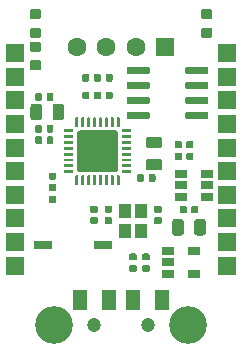
<source format=gbr>
G04 #@! TF.GenerationSoftware,KiCad,Pcbnew,(5.1.5)-2*
G04 #@! TF.CreationDate,2020-02-06T19:09:09-08:00*
G04 #@! TF.ProjectId,USB2RoMeLa_Boosted,55534232-526f-44d6-954c-615f426f6f73,rev?*
G04 #@! TF.SameCoordinates,Original*
G04 #@! TF.FileFunction,Soldermask,Top*
G04 #@! TF.FilePolarity,Negative*
%FSLAX46Y46*%
G04 Gerber Fmt 4.6, Leading zero omitted, Abs format (unit mm)*
G04 Created by KiCad (PCBNEW (5.1.5)-2) date 2020-02-06 19:09:09*
%MOMM*%
%LPD*%
G04 APERTURE LIST*
%ADD10C,0.100000*%
%ADD11R,1.600000X0.760000*%
%ADD12C,1.600000*%
%ADD13R,1.600000X1.600000*%
%ADD14C,1.200000*%
%ADD15C,3.200000*%
%ADD16R,1.200000X1.700000*%
%ADD17R,1.000000X1.150000*%
%ADD18R,1.060000X0.650000*%
%ADD19R,1.524000X1.524000*%
G04 APERTURE END LIST*
D10*
G36*
X134961542Y-71284774D02*
G01*
X134985203Y-71288284D01*
X135008407Y-71294096D01*
X135030929Y-71302154D01*
X135052553Y-71312382D01*
X135073070Y-71324679D01*
X135092283Y-71338929D01*
X135110007Y-71354993D01*
X135126071Y-71372717D01*
X135140321Y-71391930D01*
X135152618Y-71412447D01*
X135162846Y-71434071D01*
X135170904Y-71456593D01*
X135176716Y-71479797D01*
X135180226Y-71503458D01*
X135181400Y-71527350D01*
X135181400Y-72439850D01*
X135180226Y-72463742D01*
X135176716Y-72487403D01*
X135170904Y-72510607D01*
X135162846Y-72533129D01*
X135152618Y-72554753D01*
X135140321Y-72575270D01*
X135126071Y-72594483D01*
X135110007Y-72612207D01*
X135092283Y-72628271D01*
X135073070Y-72642521D01*
X135052553Y-72654818D01*
X135030929Y-72665046D01*
X135008407Y-72673104D01*
X134985203Y-72678916D01*
X134961542Y-72682426D01*
X134937650Y-72683600D01*
X134450150Y-72683600D01*
X134426258Y-72682426D01*
X134402597Y-72678916D01*
X134379393Y-72673104D01*
X134356871Y-72665046D01*
X134335247Y-72654818D01*
X134314730Y-72642521D01*
X134295517Y-72628271D01*
X134277793Y-72612207D01*
X134261729Y-72594483D01*
X134247479Y-72575270D01*
X134235182Y-72554753D01*
X134224954Y-72533129D01*
X134216896Y-72510607D01*
X134211084Y-72487403D01*
X134207574Y-72463742D01*
X134206400Y-72439850D01*
X134206400Y-71527350D01*
X134207574Y-71503458D01*
X134211084Y-71479797D01*
X134216896Y-71456593D01*
X134224954Y-71434071D01*
X134235182Y-71412447D01*
X134247479Y-71391930D01*
X134261729Y-71372717D01*
X134277793Y-71354993D01*
X134295517Y-71338929D01*
X134314730Y-71324679D01*
X134335247Y-71312382D01*
X134356871Y-71302154D01*
X134379393Y-71294096D01*
X134402597Y-71288284D01*
X134426258Y-71284774D01*
X134450150Y-71283600D01*
X134937650Y-71283600D01*
X134961542Y-71284774D01*
G37*
G36*
X133086542Y-71284774D02*
G01*
X133110203Y-71288284D01*
X133133407Y-71294096D01*
X133155929Y-71302154D01*
X133177553Y-71312382D01*
X133198070Y-71324679D01*
X133217283Y-71338929D01*
X133235007Y-71354993D01*
X133251071Y-71372717D01*
X133265321Y-71391930D01*
X133277618Y-71412447D01*
X133287846Y-71434071D01*
X133295904Y-71456593D01*
X133301716Y-71479797D01*
X133305226Y-71503458D01*
X133306400Y-71527350D01*
X133306400Y-72439850D01*
X133305226Y-72463742D01*
X133301716Y-72487403D01*
X133295904Y-72510607D01*
X133287846Y-72533129D01*
X133277618Y-72554753D01*
X133265321Y-72575270D01*
X133251071Y-72594483D01*
X133235007Y-72612207D01*
X133217283Y-72628271D01*
X133198070Y-72642521D01*
X133177553Y-72654818D01*
X133155929Y-72665046D01*
X133133407Y-72673104D01*
X133110203Y-72678916D01*
X133086542Y-72682426D01*
X133062650Y-72683600D01*
X132575150Y-72683600D01*
X132551258Y-72682426D01*
X132527597Y-72678916D01*
X132504393Y-72673104D01*
X132481871Y-72665046D01*
X132460247Y-72654818D01*
X132439730Y-72642521D01*
X132420517Y-72628271D01*
X132402793Y-72612207D01*
X132386729Y-72594483D01*
X132372479Y-72575270D01*
X132360182Y-72554753D01*
X132349954Y-72533129D01*
X132341896Y-72510607D01*
X132336084Y-72487403D01*
X132332574Y-72463742D01*
X132331400Y-72439850D01*
X132331400Y-71527350D01*
X132332574Y-71503458D01*
X132336084Y-71479797D01*
X132341896Y-71456593D01*
X132349954Y-71434071D01*
X132360182Y-71412447D01*
X132372479Y-71391930D01*
X132386729Y-71372717D01*
X132402793Y-71354993D01*
X132420517Y-71338929D01*
X132439730Y-71324679D01*
X132460247Y-71312382D01*
X132481871Y-71302154D01*
X132504393Y-71294096D01*
X132527597Y-71288284D01*
X132551258Y-71284774D01*
X132575150Y-71283600D01*
X133062650Y-71283600D01*
X133086542Y-71284774D01*
G37*
D11*
X133360000Y-83218200D03*
X138440000Y-83218200D03*
D12*
X136250000Y-66500000D03*
X138750000Y-66500000D03*
X141250000Y-66500000D03*
D13*
X143750000Y-66500000D03*
D10*
G36*
X134386958Y-78120710D02*
G01*
X134401276Y-78122834D01*
X134415317Y-78126351D01*
X134428946Y-78131228D01*
X134442031Y-78137417D01*
X134454447Y-78144858D01*
X134466073Y-78153481D01*
X134476798Y-78163202D01*
X134486519Y-78173927D01*
X134495142Y-78185553D01*
X134502583Y-78197969D01*
X134508772Y-78211054D01*
X134513649Y-78224683D01*
X134517166Y-78238724D01*
X134519290Y-78253042D01*
X134520000Y-78267500D01*
X134520000Y-78562500D01*
X134519290Y-78576958D01*
X134517166Y-78591276D01*
X134513649Y-78605317D01*
X134508772Y-78618946D01*
X134502583Y-78632031D01*
X134495142Y-78644447D01*
X134486519Y-78656073D01*
X134476798Y-78666798D01*
X134466073Y-78676519D01*
X134454447Y-78685142D01*
X134442031Y-78692583D01*
X134428946Y-78698772D01*
X134415317Y-78703649D01*
X134401276Y-78707166D01*
X134386958Y-78709290D01*
X134372500Y-78710000D01*
X134027500Y-78710000D01*
X134013042Y-78709290D01*
X133998724Y-78707166D01*
X133984683Y-78703649D01*
X133971054Y-78698772D01*
X133957969Y-78692583D01*
X133945553Y-78685142D01*
X133933927Y-78676519D01*
X133923202Y-78666798D01*
X133913481Y-78656073D01*
X133904858Y-78644447D01*
X133897417Y-78632031D01*
X133891228Y-78618946D01*
X133886351Y-78605317D01*
X133882834Y-78591276D01*
X133880710Y-78576958D01*
X133880000Y-78562500D01*
X133880000Y-78267500D01*
X133880710Y-78253042D01*
X133882834Y-78238724D01*
X133886351Y-78224683D01*
X133891228Y-78211054D01*
X133897417Y-78197969D01*
X133904858Y-78185553D01*
X133913481Y-78173927D01*
X133923202Y-78163202D01*
X133933927Y-78153481D01*
X133945553Y-78144858D01*
X133957969Y-78137417D01*
X133971054Y-78131228D01*
X133984683Y-78126351D01*
X133998724Y-78122834D01*
X134013042Y-78120710D01*
X134027500Y-78120000D01*
X134372500Y-78120000D01*
X134386958Y-78120710D01*
G37*
G36*
X134386958Y-79090710D02*
G01*
X134401276Y-79092834D01*
X134415317Y-79096351D01*
X134428946Y-79101228D01*
X134442031Y-79107417D01*
X134454447Y-79114858D01*
X134466073Y-79123481D01*
X134476798Y-79133202D01*
X134486519Y-79143927D01*
X134495142Y-79155553D01*
X134502583Y-79167969D01*
X134508772Y-79181054D01*
X134513649Y-79194683D01*
X134517166Y-79208724D01*
X134519290Y-79223042D01*
X134520000Y-79237500D01*
X134520000Y-79532500D01*
X134519290Y-79546958D01*
X134517166Y-79561276D01*
X134513649Y-79575317D01*
X134508772Y-79588946D01*
X134502583Y-79602031D01*
X134495142Y-79614447D01*
X134486519Y-79626073D01*
X134476798Y-79636798D01*
X134466073Y-79646519D01*
X134454447Y-79655142D01*
X134442031Y-79662583D01*
X134428946Y-79668772D01*
X134415317Y-79673649D01*
X134401276Y-79677166D01*
X134386958Y-79679290D01*
X134372500Y-79680000D01*
X134027500Y-79680000D01*
X134013042Y-79679290D01*
X133998724Y-79677166D01*
X133984683Y-79673649D01*
X133971054Y-79668772D01*
X133957969Y-79662583D01*
X133945553Y-79655142D01*
X133933927Y-79646519D01*
X133923202Y-79636798D01*
X133913481Y-79626073D01*
X133904858Y-79614447D01*
X133897417Y-79602031D01*
X133891228Y-79588946D01*
X133886351Y-79575317D01*
X133882834Y-79561276D01*
X133880710Y-79546958D01*
X133880000Y-79532500D01*
X133880000Y-79237500D01*
X133880710Y-79223042D01*
X133882834Y-79208724D01*
X133886351Y-79194683D01*
X133891228Y-79181054D01*
X133897417Y-79167969D01*
X133904858Y-79155553D01*
X133913481Y-79143927D01*
X133923202Y-79133202D01*
X133933927Y-79123481D01*
X133945553Y-79114858D01*
X133957969Y-79107417D01*
X133971054Y-79101228D01*
X133984683Y-79096351D01*
X133998724Y-79092834D01*
X134013042Y-79090710D01*
X134027500Y-79090000D01*
X134372500Y-79090000D01*
X134386958Y-79090710D01*
G37*
G36*
X134386958Y-77120710D02*
G01*
X134401276Y-77122834D01*
X134415317Y-77126351D01*
X134428946Y-77131228D01*
X134442031Y-77137417D01*
X134454447Y-77144858D01*
X134466073Y-77153481D01*
X134476798Y-77163202D01*
X134486519Y-77173927D01*
X134495142Y-77185553D01*
X134502583Y-77197969D01*
X134508772Y-77211054D01*
X134513649Y-77224683D01*
X134517166Y-77238724D01*
X134519290Y-77253042D01*
X134520000Y-77267500D01*
X134520000Y-77562500D01*
X134519290Y-77576958D01*
X134517166Y-77591276D01*
X134513649Y-77605317D01*
X134508772Y-77618946D01*
X134502583Y-77632031D01*
X134495142Y-77644447D01*
X134486519Y-77656073D01*
X134476798Y-77666798D01*
X134466073Y-77676519D01*
X134454447Y-77685142D01*
X134442031Y-77692583D01*
X134428946Y-77698772D01*
X134415317Y-77703649D01*
X134401276Y-77707166D01*
X134386958Y-77709290D01*
X134372500Y-77710000D01*
X134027500Y-77710000D01*
X134013042Y-77709290D01*
X133998724Y-77707166D01*
X133984683Y-77703649D01*
X133971054Y-77698772D01*
X133957969Y-77692583D01*
X133945553Y-77685142D01*
X133933927Y-77676519D01*
X133923202Y-77666798D01*
X133913481Y-77656073D01*
X133904858Y-77644447D01*
X133897417Y-77632031D01*
X133891228Y-77618946D01*
X133886351Y-77605317D01*
X133882834Y-77591276D01*
X133880710Y-77576958D01*
X133880000Y-77562500D01*
X133880000Y-77267500D01*
X133880710Y-77253042D01*
X133882834Y-77238724D01*
X133886351Y-77224683D01*
X133891228Y-77211054D01*
X133897417Y-77197969D01*
X133904858Y-77185553D01*
X133913481Y-77173927D01*
X133923202Y-77163202D01*
X133933927Y-77153481D01*
X133945553Y-77144858D01*
X133957969Y-77137417D01*
X133971054Y-77131228D01*
X133984683Y-77126351D01*
X133998724Y-77122834D01*
X134013042Y-77120710D01*
X134027500Y-77120000D01*
X134372500Y-77120000D01*
X134386958Y-77120710D01*
G37*
G36*
X134386958Y-78090710D02*
G01*
X134401276Y-78092834D01*
X134415317Y-78096351D01*
X134428946Y-78101228D01*
X134442031Y-78107417D01*
X134454447Y-78114858D01*
X134466073Y-78123481D01*
X134476798Y-78133202D01*
X134486519Y-78143927D01*
X134495142Y-78155553D01*
X134502583Y-78167969D01*
X134508772Y-78181054D01*
X134513649Y-78194683D01*
X134517166Y-78208724D01*
X134519290Y-78223042D01*
X134520000Y-78237500D01*
X134520000Y-78532500D01*
X134519290Y-78546958D01*
X134517166Y-78561276D01*
X134513649Y-78575317D01*
X134508772Y-78588946D01*
X134502583Y-78602031D01*
X134495142Y-78614447D01*
X134486519Y-78626073D01*
X134476798Y-78636798D01*
X134466073Y-78646519D01*
X134454447Y-78655142D01*
X134442031Y-78662583D01*
X134428946Y-78668772D01*
X134415317Y-78673649D01*
X134401276Y-78677166D01*
X134386958Y-78679290D01*
X134372500Y-78680000D01*
X134027500Y-78680000D01*
X134013042Y-78679290D01*
X133998724Y-78677166D01*
X133984683Y-78673649D01*
X133971054Y-78668772D01*
X133957969Y-78662583D01*
X133945553Y-78655142D01*
X133933927Y-78646519D01*
X133923202Y-78636798D01*
X133913481Y-78626073D01*
X133904858Y-78614447D01*
X133897417Y-78602031D01*
X133891228Y-78588946D01*
X133886351Y-78575317D01*
X133882834Y-78561276D01*
X133880710Y-78546958D01*
X133880000Y-78532500D01*
X133880000Y-78237500D01*
X133880710Y-78223042D01*
X133882834Y-78208724D01*
X133886351Y-78194683D01*
X133891228Y-78181054D01*
X133897417Y-78167969D01*
X133904858Y-78155553D01*
X133913481Y-78143927D01*
X133923202Y-78133202D01*
X133933927Y-78123481D01*
X133945553Y-78114858D01*
X133957969Y-78107417D01*
X133971054Y-78101228D01*
X133984683Y-78096351D01*
X133998724Y-78092834D01*
X134013042Y-78090710D01*
X134027500Y-78090000D01*
X134372500Y-78090000D01*
X134386958Y-78090710D01*
G37*
G36*
X138176958Y-70280710D02*
G01*
X138191276Y-70282834D01*
X138205317Y-70286351D01*
X138218946Y-70291228D01*
X138232031Y-70297417D01*
X138244447Y-70304858D01*
X138256073Y-70313481D01*
X138266798Y-70323202D01*
X138276519Y-70333927D01*
X138285142Y-70345553D01*
X138292583Y-70357969D01*
X138298772Y-70371054D01*
X138303649Y-70384683D01*
X138307166Y-70398724D01*
X138309290Y-70413042D01*
X138310000Y-70427500D01*
X138310000Y-70772500D01*
X138309290Y-70786958D01*
X138307166Y-70801276D01*
X138303649Y-70815317D01*
X138298772Y-70828946D01*
X138292583Y-70842031D01*
X138285142Y-70854447D01*
X138276519Y-70866073D01*
X138266798Y-70876798D01*
X138256073Y-70886519D01*
X138244447Y-70895142D01*
X138232031Y-70902583D01*
X138218946Y-70908772D01*
X138205317Y-70913649D01*
X138191276Y-70917166D01*
X138176958Y-70919290D01*
X138162500Y-70920000D01*
X137867500Y-70920000D01*
X137853042Y-70919290D01*
X137838724Y-70917166D01*
X137824683Y-70913649D01*
X137811054Y-70908772D01*
X137797969Y-70902583D01*
X137785553Y-70895142D01*
X137773927Y-70886519D01*
X137763202Y-70876798D01*
X137753481Y-70866073D01*
X137744858Y-70854447D01*
X137737417Y-70842031D01*
X137731228Y-70828946D01*
X137726351Y-70815317D01*
X137722834Y-70801276D01*
X137720710Y-70786958D01*
X137720000Y-70772500D01*
X137720000Y-70427500D01*
X137720710Y-70413042D01*
X137722834Y-70398724D01*
X137726351Y-70384683D01*
X137731228Y-70371054D01*
X137737417Y-70357969D01*
X137744858Y-70345553D01*
X137753481Y-70333927D01*
X137763202Y-70323202D01*
X137773927Y-70313481D01*
X137785553Y-70304858D01*
X137797969Y-70297417D01*
X137811054Y-70291228D01*
X137824683Y-70286351D01*
X137838724Y-70282834D01*
X137853042Y-70280710D01*
X137867500Y-70280000D01*
X138162500Y-70280000D01*
X138176958Y-70280710D01*
G37*
G36*
X139146958Y-70280710D02*
G01*
X139161276Y-70282834D01*
X139175317Y-70286351D01*
X139188946Y-70291228D01*
X139202031Y-70297417D01*
X139214447Y-70304858D01*
X139226073Y-70313481D01*
X139236798Y-70323202D01*
X139246519Y-70333927D01*
X139255142Y-70345553D01*
X139262583Y-70357969D01*
X139268772Y-70371054D01*
X139273649Y-70384683D01*
X139277166Y-70398724D01*
X139279290Y-70413042D01*
X139280000Y-70427500D01*
X139280000Y-70772500D01*
X139279290Y-70786958D01*
X139277166Y-70801276D01*
X139273649Y-70815317D01*
X139268772Y-70828946D01*
X139262583Y-70842031D01*
X139255142Y-70854447D01*
X139246519Y-70866073D01*
X139236798Y-70876798D01*
X139226073Y-70886519D01*
X139214447Y-70895142D01*
X139202031Y-70902583D01*
X139188946Y-70908772D01*
X139175317Y-70913649D01*
X139161276Y-70917166D01*
X139146958Y-70919290D01*
X139132500Y-70920000D01*
X138837500Y-70920000D01*
X138823042Y-70919290D01*
X138808724Y-70917166D01*
X138794683Y-70913649D01*
X138781054Y-70908772D01*
X138767969Y-70902583D01*
X138755553Y-70895142D01*
X138743927Y-70886519D01*
X138733202Y-70876798D01*
X138723481Y-70866073D01*
X138714858Y-70854447D01*
X138707417Y-70842031D01*
X138701228Y-70828946D01*
X138696351Y-70815317D01*
X138692834Y-70801276D01*
X138690710Y-70786958D01*
X138690000Y-70772500D01*
X138690000Y-70427500D01*
X138690710Y-70413042D01*
X138692834Y-70398724D01*
X138696351Y-70384683D01*
X138701228Y-70371054D01*
X138707417Y-70357969D01*
X138714858Y-70345553D01*
X138723481Y-70333927D01*
X138733202Y-70323202D01*
X138743927Y-70313481D01*
X138755553Y-70304858D01*
X138767969Y-70297417D01*
X138781054Y-70291228D01*
X138794683Y-70286351D01*
X138808724Y-70282834D01*
X138823042Y-70280710D01*
X138837500Y-70280000D01*
X139132500Y-70280000D01*
X139146958Y-70280710D01*
G37*
G36*
X137176958Y-70280710D02*
G01*
X137191276Y-70282834D01*
X137205317Y-70286351D01*
X137218946Y-70291228D01*
X137232031Y-70297417D01*
X137244447Y-70304858D01*
X137256073Y-70313481D01*
X137266798Y-70323202D01*
X137276519Y-70333927D01*
X137285142Y-70345553D01*
X137292583Y-70357969D01*
X137298772Y-70371054D01*
X137303649Y-70384683D01*
X137307166Y-70398724D01*
X137309290Y-70413042D01*
X137310000Y-70427500D01*
X137310000Y-70772500D01*
X137309290Y-70786958D01*
X137307166Y-70801276D01*
X137303649Y-70815317D01*
X137298772Y-70828946D01*
X137292583Y-70842031D01*
X137285142Y-70854447D01*
X137276519Y-70866073D01*
X137266798Y-70876798D01*
X137256073Y-70886519D01*
X137244447Y-70895142D01*
X137232031Y-70902583D01*
X137218946Y-70908772D01*
X137205317Y-70913649D01*
X137191276Y-70917166D01*
X137176958Y-70919290D01*
X137162500Y-70920000D01*
X136867500Y-70920000D01*
X136853042Y-70919290D01*
X136838724Y-70917166D01*
X136824683Y-70913649D01*
X136811054Y-70908772D01*
X136797969Y-70902583D01*
X136785553Y-70895142D01*
X136773927Y-70886519D01*
X136763202Y-70876798D01*
X136753481Y-70866073D01*
X136744858Y-70854447D01*
X136737417Y-70842031D01*
X136731228Y-70828946D01*
X136726351Y-70815317D01*
X136722834Y-70801276D01*
X136720710Y-70786958D01*
X136720000Y-70772500D01*
X136720000Y-70427500D01*
X136720710Y-70413042D01*
X136722834Y-70398724D01*
X136726351Y-70384683D01*
X136731228Y-70371054D01*
X136737417Y-70357969D01*
X136744858Y-70345553D01*
X136753481Y-70333927D01*
X136763202Y-70323202D01*
X136773927Y-70313481D01*
X136785553Y-70304858D01*
X136797969Y-70297417D01*
X136811054Y-70291228D01*
X136824683Y-70286351D01*
X136838724Y-70282834D01*
X136853042Y-70280710D01*
X136867500Y-70280000D01*
X137162500Y-70280000D01*
X137176958Y-70280710D01*
G37*
G36*
X138146958Y-70280710D02*
G01*
X138161276Y-70282834D01*
X138175317Y-70286351D01*
X138188946Y-70291228D01*
X138202031Y-70297417D01*
X138214447Y-70304858D01*
X138226073Y-70313481D01*
X138236798Y-70323202D01*
X138246519Y-70333927D01*
X138255142Y-70345553D01*
X138262583Y-70357969D01*
X138268772Y-70371054D01*
X138273649Y-70384683D01*
X138277166Y-70398724D01*
X138279290Y-70413042D01*
X138280000Y-70427500D01*
X138280000Y-70772500D01*
X138279290Y-70786958D01*
X138277166Y-70801276D01*
X138273649Y-70815317D01*
X138268772Y-70828946D01*
X138262583Y-70842031D01*
X138255142Y-70854447D01*
X138246519Y-70866073D01*
X138236798Y-70876798D01*
X138226073Y-70886519D01*
X138214447Y-70895142D01*
X138202031Y-70902583D01*
X138188946Y-70908772D01*
X138175317Y-70913649D01*
X138161276Y-70917166D01*
X138146958Y-70919290D01*
X138132500Y-70920000D01*
X137837500Y-70920000D01*
X137823042Y-70919290D01*
X137808724Y-70917166D01*
X137794683Y-70913649D01*
X137781054Y-70908772D01*
X137767969Y-70902583D01*
X137755553Y-70895142D01*
X137743927Y-70886519D01*
X137733202Y-70876798D01*
X137723481Y-70866073D01*
X137714858Y-70854447D01*
X137707417Y-70842031D01*
X137701228Y-70828946D01*
X137696351Y-70815317D01*
X137692834Y-70801276D01*
X137690710Y-70786958D01*
X137690000Y-70772500D01*
X137690000Y-70427500D01*
X137690710Y-70413042D01*
X137692834Y-70398724D01*
X137696351Y-70384683D01*
X137701228Y-70371054D01*
X137707417Y-70357969D01*
X137714858Y-70345553D01*
X137723481Y-70333927D01*
X137733202Y-70323202D01*
X137743927Y-70313481D01*
X137755553Y-70304858D01*
X137767969Y-70297417D01*
X137781054Y-70291228D01*
X137794683Y-70286351D01*
X137808724Y-70282834D01*
X137823042Y-70280710D01*
X137837500Y-70280000D01*
X138132500Y-70280000D01*
X138146958Y-70280710D01*
G37*
G36*
X138176958Y-68780710D02*
G01*
X138191276Y-68782834D01*
X138205317Y-68786351D01*
X138218946Y-68791228D01*
X138232031Y-68797417D01*
X138244447Y-68804858D01*
X138256073Y-68813481D01*
X138266798Y-68823202D01*
X138276519Y-68833927D01*
X138285142Y-68845553D01*
X138292583Y-68857969D01*
X138298772Y-68871054D01*
X138303649Y-68884683D01*
X138307166Y-68898724D01*
X138309290Y-68913042D01*
X138310000Y-68927500D01*
X138310000Y-69272500D01*
X138309290Y-69286958D01*
X138307166Y-69301276D01*
X138303649Y-69315317D01*
X138298772Y-69328946D01*
X138292583Y-69342031D01*
X138285142Y-69354447D01*
X138276519Y-69366073D01*
X138266798Y-69376798D01*
X138256073Y-69386519D01*
X138244447Y-69395142D01*
X138232031Y-69402583D01*
X138218946Y-69408772D01*
X138205317Y-69413649D01*
X138191276Y-69417166D01*
X138176958Y-69419290D01*
X138162500Y-69420000D01*
X137867500Y-69420000D01*
X137853042Y-69419290D01*
X137838724Y-69417166D01*
X137824683Y-69413649D01*
X137811054Y-69408772D01*
X137797969Y-69402583D01*
X137785553Y-69395142D01*
X137773927Y-69386519D01*
X137763202Y-69376798D01*
X137753481Y-69366073D01*
X137744858Y-69354447D01*
X137737417Y-69342031D01*
X137731228Y-69328946D01*
X137726351Y-69315317D01*
X137722834Y-69301276D01*
X137720710Y-69286958D01*
X137720000Y-69272500D01*
X137720000Y-68927500D01*
X137720710Y-68913042D01*
X137722834Y-68898724D01*
X137726351Y-68884683D01*
X137731228Y-68871054D01*
X137737417Y-68857969D01*
X137744858Y-68845553D01*
X137753481Y-68833927D01*
X137763202Y-68823202D01*
X137773927Y-68813481D01*
X137785553Y-68804858D01*
X137797969Y-68797417D01*
X137811054Y-68791228D01*
X137824683Y-68786351D01*
X137838724Y-68782834D01*
X137853042Y-68780710D01*
X137867500Y-68780000D01*
X138162500Y-68780000D01*
X138176958Y-68780710D01*
G37*
G36*
X139146958Y-68780710D02*
G01*
X139161276Y-68782834D01*
X139175317Y-68786351D01*
X139188946Y-68791228D01*
X139202031Y-68797417D01*
X139214447Y-68804858D01*
X139226073Y-68813481D01*
X139236798Y-68823202D01*
X139246519Y-68833927D01*
X139255142Y-68845553D01*
X139262583Y-68857969D01*
X139268772Y-68871054D01*
X139273649Y-68884683D01*
X139277166Y-68898724D01*
X139279290Y-68913042D01*
X139280000Y-68927500D01*
X139280000Y-69272500D01*
X139279290Y-69286958D01*
X139277166Y-69301276D01*
X139273649Y-69315317D01*
X139268772Y-69328946D01*
X139262583Y-69342031D01*
X139255142Y-69354447D01*
X139246519Y-69366073D01*
X139236798Y-69376798D01*
X139226073Y-69386519D01*
X139214447Y-69395142D01*
X139202031Y-69402583D01*
X139188946Y-69408772D01*
X139175317Y-69413649D01*
X139161276Y-69417166D01*
X139146958Y-69419290D01*
X139132500Y-69420000D01*
X138837500Y-69420000D01*
X138823042Y-69419290D01*
X138808724Y-69417166D01*
X138794683Y-69413649D01*
X138781054Y-69408772D01*
X138767969Y-69402583D01*
X138755553Y-69395142D01*
X138743927Y-69386519D01*
X138733202Y-69376798D01*
X138723481Y-69366073D01*
X138714858Y-69354447D01*
X138707417Y-69342031D01*
X138701228Y-69328946D01*
X138696351Y-69315317D01*
X138692834Y-69301276D01*
X138690710Y-69286958D01*
X138690000Y-69272500D01*
X138690000Y-68927500D01*
X138690710Y-68913042D01*
X138692834Y-68898724D01*
X138696351Y-68884683D01*
X138701228Y-68871054D01*
X138707417Y-68857969D01*
X138714858Y-68845553D01*
X138723481Y-68833927D01*
X138733202Y-68823202D01*
X138743927Y-68813481D01*
X138755553Y-68804858D01*
X138767969Y-68797417D01*
X138781054Y-68791228D01*
X138794683Y-68786351D01*
X138808724Y-68782834D01*
X138823042Y-68780710D01*
X138837500Y-68780000D01*
X139132500Y-68780000D01*
X139146958Y-68780710D01*
G37*
G36*
X137176958Y-68780710D02*
G01*
X137191276Y-68782834D01*
X137205317Y-68786351D01*
X137218946Y-68791228D01*
X137232031Y-68797417D01*
X137244447Y-68804858D01*
X137256073Y-68813481D01*
X137266798Y-68823202D01*
X137276519Y-68833927D01*
X137285142Y-68845553D01*
X137292583Y-68857969D01*
X137298772Y-68871054D01*
X137303649Y-68884683D01*
X137307166Y-68898724D01*
X137309290Y-68913042D01*
X137310000Y-68927500D01*
X137310000Y-69272500D01*
X137309290Y-69286958D01*
X137307166Y-69301276D01*
X137303649Y-69315317D01*
X137298772Y-69328946D01*
X137292583Y-69342031D01*
X137285142Y-69354447D01*
X137276519Y-69366073D01*
X137266798Y-69376798D01*
X137256073Y-69386519D01*
X137244447Y-69395142D01*
X137232031Y-69402583D01*
X137218946Y-69408772D01*
X137205317Y-69413649D01*
X137191276Y-69417166D01*
X137176958Y-69419290D01*
X137162500Y-69420000D01*
X136867500Y-69420000D01*
X136853042Y-69419290D01*
X136838724Y-69417166D01*
X136824683Y-69413649D01*
X136811054Y-69408772D01*
X136797969Y-69402583D01*
X136785553Y-69395142D01*
X136773927Y-69386519D01*
X136763202Y-69376798D01*
X136753481Y-69366073D01*
X136744858Y-69354447D01*
X136737417Y-69342031D01*
X136731228Y-69328946D01*
X136726351Y-69315317D01*
X136722834Y-69301276D01*
X136720710Y-69286958D01*
X136720000Y-69272500D01*
X136720000Y-68927500D01*
X136720710Y-68913042D01*
X136722834Y-68898724D01*
X136726351Y-68884683D01*
X136731228Y-68871054D01*
X136737417Y-68857969D01*
X136744858Y-68845553D01*
X136753481Y-68833927D01*
X136763202Y-68823202D01*
X136773927Y-68813481D01*
X136785553Y-68804858D01*
X136797969Y-68797417D01*
X136811054Y-68791228D01*
X136824683Y-68786351D01*
X136838724Y-68782834D01*
X136853042Y-68780710D01*
X136867500Y-68780000D01*
X137162500Y-68780000D01*
X137176958Y-68780710D01*
G37*
G36*
X138146958Y-68780710D02*
G01*
X138161276Y-68782834D01*
X138175317Y-68786351D01*
X138188946Y-68791228D01*
X138202031Y-68797417D01*
X138214447Y-68804858D01*
X138226073Y-68813481D01*
X138236798Y-68823202D01*
X138246519Y-68833927D01*
X138255142Y-68845553D01*
X138262583Y-68857969D01*
X138268772Y-68871054D01*
X138273649Y-68884683D01*
X138277166Y-68898724D01*
X138279290Y-68913042D01*
X138280000Y-68927500D01*
X138280000Y-69272500D01*
X138279290Y-69286958D01*
X138277166Y-69301276D01*
X138273649Y-69315317D01*
X138268772Y-69328946D01*
X138262583Y-69342031D01*
X138255142Y-69354447D01*
X138246519Y-69366073D01*
X138236798Y-69376798D01*
X138226073Y-69386519D01*
X138214447Y-69395142D01*
X138202031Y-69402583D01*
X138188946Y-69408772D01*
X138175317Y-69413649D01*
X138161276Y-69417166D01*
X138146958Y-69419290D01*
X138132500Y-69420000D01*
X137837500Y-69420000D01*
X137823042Y-69419290D01*
X137808724Y-69417166D01*
X137794683Y-69413649D01*
X137781054Y-69408772D01*
X137767969Y-69402583D01*
X137755553Y-69395142D01*
X137743927Y-69386519D01*
X137733202Y-69376798D01*
X137723481Y-69366073D01*
X137714858Y-69354447D01*
X137707417Y-69342031D01*
X137701228Y-69328946D01*
X137696351Y-69315317D01*
X137692834Y-69301276D01*
X137690710Y-69286958D01*
X137690000Y-69272500D01*
X137690000Y-68927500D01*
X137690710Y-68913042D01*
X137692834Y-68898724D01*
X137696351Y-68884683D01*
X137701228Y-68871054D01*
X137707417Y-68857969D01*
X137714858Y-68845553D01*
X137723481Y-68833927D01*
X137733202Y-68823202D01*
X137743927Y-68813481D01*
X137755553Y-68804858D01*
X137767969Y-68797417D01*
X137781054Y-68791228D01*
X137794683Y-68786351D01*
X137808724Y-68782834D01*
X137823042Y-68780710D01*
X137837500Y-68780000D01*
X138132500Y-68780000D01*
X138146958Y-68780710D01*
G37*
G36*
X136323626Y-72455301D02*
G01*
X136329693Y-72456201D01*
X136335643Y-72457691D01*
X136341418Y-72459758D01*
X136346962Y-72462380D01*
X136352223Y-72465533D01*
X136357150Y-72469187D01*
X136361694Y-72473306D01*
X136365813Y-72477850D01*
X136369467Y-72482777D01*
X136372620Y-72488038D01*
X136375242Y-72493582D01*
X136377309Y-72499357D01*
X136378799Y-72505307D01*
X136379699Y-72511374D01*
X136380000Y-72517500D01*
X136380000Y-73192500D01*
X136379699Y-73198626D01*
X136378799Y-73204693D01*
X136377309Y-73210643D01*
X136375242Y-73216418D01*
X136372620Y-73221962D01*
X136369467Y-73227223D01*
X136365813Y-73232150D01*
X136361694Y-73236694D01*
X136357150Y-73240813D01*
X136352223Y-73244467D01*
X136346962Y-73247620D01*
X136341418Y-73250242D01*
X136335643Y-73252309D01*
X136329693Y-73253799D01*
X136323626Y-73254699D01*
X136317500Y-73255000D01*
X136192500Y-73255000D01*
X136186374Y-73254699D01*
X136180307Y-73253799D01*
X136174357Y-73252309D01*
X136168582Y-73250242D01*
X136163038Y-73247620D01*
X136157777Y-73244467D01*
X136152850Y-73240813D01*
X136148306Y-73236694D01*
X136144187Y-73232150D01*
X136140533Y-73227223D01*
X136137380Y-73221962D01*
X136134758Y-73216418D01*
X136132691Y-73210643D01*
X136131201Y-73204693D01*
X136130301Y-73198626D01*
X136130000Y-73192500D01*
X136130000Y-72517500D01*
X136130301Y-72511374D01*
X136131201Y-72505307D01*
X136132691Y-72499357D01*
X136134758Y-72493582D01*
X136137380Y-72488038D01*
X136140533Y-72482777D01*
X136144187Y-72477850D01*
X136148306Y-72473306D01*
X136152850Y-72469187D01*
X136157777Y-72465533D01*
X136163038Y-72462380D01*
X136168582Y-72459758D01*
X136174357Y-72457691D01*
X136180307Y-72456201D01*
X136186374Y-72455301D01*
X136192500Y-72455000D01*
X136317500Y-72455000D01*
X136323626Y-72455301D01*
G37*
G36*
X136823626Y-72455301D02*
G01*
X136829693Y-72456201D01*
X136835643Y-72457691D01*
X136841418Y-72459758D01*
X136846962Y-72462380D01*
X136852223Y-72465533D01*
X136857150Y-72469187D01*
X136861694Y-72473306D01*
X136865813Y-72477850D01*
X136869467Y-72482777D01*
X136872620Y-72488038D01*
X136875242Y-72493582D01*
X136877309Y-72499357D01*
X136878799Y-72505307D01*
X136879699Y-72511374D01*
X136880000Y-72517500D01*
X136880000Y-73192500D01*
X136879699Y-73198626D01*
X136878799Y-73204693D01*
X136877309Y-73210643D01*
X136875242Y-73216418D01*
X136872620Y-73221962D01*
X136869467Y-73227223D01*
X136865813Y-73232150D01*
X136861694Y-73236694D01*
X136857150Y-73240813D01*
X136852223Y-73244467D01*
X136846962Y-73247620D01*
X136841418Y-73250242D01*
X136835643Y-73252309D01*
X136829693Y-73253799D01*
X136823626Y-73254699D01*
X136817500Y-73255000D01*
X136692500Y-73255000D01*
X136686374Y-73254699D01*
X136680307Y-73253799D01*
X136674357Y-73252309D01*
X136668582Y-73250242D01*
X136663038Y-73247620D01*
X136657777Y-73244467D01*
X136652850Y-73240813D01*
X136648306Y-73236694D01*
X136644187Y-73232150D01*
X136640533Y-73227223D01*
X136637380Y-73221962D01*
X136634758Y-73216418D01*
X136632691Y-73210643D01*
X136631201Y-73204693D01*
X136630301Y-73198626D01*
X136630000Y-73192500D01*
X136630000Y-72517500D01*
X136630301Y-72511374D01*
X136631201Y-72505307D01*
X136632691Y-72499357D01*
X136634758Y-72493582D01*
X136637380Y-72488038D01*
X136640533Y-72482777D01*
X136644187Y-72477850D01*
X136648306Y-72473306D01*
X136652850Y-72469187D01*
X136657777Y-72465533D01*
X136663038Y-72462380D01*
X136668582Y-72459758D01*
X136674357Y-72457691D01*
X136680307Y-72456201D01*
X136686374Y-72455301D01*
X136692500Y-72455000D01*
X136817500Y-72455000D01*
X136823626Y-72455301D01*
G37*
G36*
X137323626Y-72455301D02*
G01*
X137329693Y-72456201D01*
X137335643Y-72457691D01*
X137341418Y-72459758D01*
X137346962Y-72462380D01*
X137352223Y-72465533D01*
X137357150Y-72469187D01*
X137361694Y-72473306D01*
X137365813Y-72477850D01*
X137369467Y-72482777D01*
X137372620Y-72488038D01*
X137375242Y-72493582D01*
X137377309Y-72499357D01*
X137378799Y-72505307D01*
X137379699Y-72511374D01*
X137380000Y-72517500D01*
X137380000Y-73192500D01*
X137379699Y-73198626D01*
X137378799Y-73204693D01*
X137377309Y-73210643D01*
X137375242Y-73216418D01*
X137372620Y-73221962D01*
X137369467Y-73227223D01*
X137365813Y-73232150D01*
X137361694Y-73236694D01*
X137357150Y-73240813D01*
X137352223Y-73244467D01*
X137346962Y-73247620D01*
X137341418Y-73250242D01*
X137335643Y-73252309D01*
X137329693Y-73253799D01*
X137323626Y-73254699D01*
X137317500Y-73255000D01*
X137192500Y-73255000D01*
X137186374Y-73254699D01*
X137180307Y-73253799D01*
X137174357Y-73252309D01*
X137168582Y-73250242D01*
X137163038Y-73247620D01*
X137157777Y-73244467D01*
X137152850Y-73240813D01*
X137148306Y-73236694D01*
X137144187Y-73232150D01*
X137140533Y-73227223D01*
X137137380Y-73221962D01*
X137134758Y-73216418D01*
X137132691Y-73210643D01*
X137131201Y-73204693D01*
X137130301Y-73198626D01*
X137130000Y-73192500D01*
X137130000Y-72517500D01*
X137130301Y-72511374D01*
X137131201Y-72505307D01*
X137132691Y-72499357D01*
X137134758Y-72493582D01*
X137137380Y-72488038D01*
X137140533Y-72482777D01*
X137144187Y-72477850D01*
X137148306Y-72473306D01*
X137152850Y-72469187D01*
X137157777Y-72465533D01*
X137163038Y-72462380D01*
X137168582Y-72459758D01*
X137174357Y-72457691D01*
X137180307Y-72456201D01*
X137186374Y-72455301D01*
X137192500Y-72455000D01*
X137317500Y-72455000D01*
X137323626Y-72455301D01*
G37*
G36*
X137823626Y-72455301D02*
G01*
X137829693Y-72456201D01*
X137835643Y-72457691D01*
X137841418Y-72459758D01*
X137846962Y-72462380D01*
X137852223Y-72465533D01*
X137857150Y-72469187D01*
X137861694Y-72473306D01*
X137865813Y-72477850D01*
X137869467Y-72482777D01*
X137872620Y-72488038D01*
X137875242Y-72493582D01*
X137877309Y-72499357D01*
X137878799Y-72505307D01*
X137879699Y-72511374D01*
X137880000Y-72517500D01*
X137880000Y-73192500D01*
X137879699Y-73198626D01*
X137878799Y-73204693D01*
X137877309Y-73210643D01*
X137875242Y-73216418D01*
X137872620Y-73221962D01*
X137869467Y-73227223D01*
X137865813Y-73232150D01*
X137861694Y-73236694D01*
X137857150Y-73240813D01*
X137852223Y-73244467D01*
X137846962Y-73247620D01*
X137841418Y-73250242D01*
X137835643Y-73252309D01*
X137829693Y-73253799D01*
X137823626Y-73254699D01*
X137817500Y-73255000D01*
X137692500Y-73255000D01*
X137686374Y-73254699D01*
X137680307Y-73253799D01*
X137674357Y-73252309D01*
X137668582Y-73250242D01*
X137663038Y-73247620D01*
X137657777Y-73244467D01*
X137652850Y-73240813D01*
X137648306Y-73236694D01*
X137644187Y-73232150D01*
X137640533Y-73227223D01*
X137637380Y-73221962D01*
X137634758Y-73216418D01*
X137632691Y-73210643D01*
X137631201Y-73204693D01*
X137630301Y-73198626D01*
X137630000Y-73192500D01*
X137630000Y-72517500D01*
X137630301Y-72511374D01*
X137631201Y-72505307D01*
X137632691Y-72499357D01*
X137634758Y-72493582D01*
X137637380Y-72488038D01*
X137640533Y-72482777D01*
X137644187Y-72477850D01*
X137648306Y-72473306D01*
X137652850Y-72469187D01*
X137657777Y-72465533D01*
X137663038Y-72462380D01*
X137668582Y-72459758D01*
X137674357Y-72457691D01*
X137680307Y-72456201D01*
X137686374Y-72455301D01*
X137692500Y-72455000D01*
X137817500Y-72455000D01*
X137823626Y-72455301D01*
G37*
G36*
X138323626Y-72455301D02*
G01*
X138329693Y-72456201D01*
X138335643Y-72457691D01*
X138341418Y-72459758D01*
X138346962Y-72462380D01*
X138352223Y-72465533D01*
X138357150Y-72469187D01*
X138361694Y-72473306D01*
X138365813Y-72477850D01*
X138369467Y-72482777D01*
X138372620Y-72488038D01*
X138375242Y-72493582D01*
X138377309Y-72499357D01*
X138378799Y-72505307D01*
X138379699Y-72511374D01*
X138380000Y-72517500D01*
X138380000Y-73192500D01*
X138379699Y-73198626D01*
X138378799Y-73204693D01*
X138377309Y-73210643D01*
X138375242Y-73216418D01*
X138372620Y-73221962D01*
X138369467Y-73227223D01*
X138365813Y-73232150D01*
X138361694Y-73236694D01*
X138357150Y-73240813D01*
X138352223Y-73244467D01*
X138346962Y-73247620D01*
X138341418Y-73250242D01*
X138335643Y-73252309D01*
X138329693Y-73253799D01*
X138323626Y-73254699D01*
X138317500Y-73255000D01*
X138192500Y-73255000D01*
X138186374Y-73254699D01*
X138180307Y-73253799D01*
X138174357Y-73252309D01*
X138168582Y-73250242D01*
X138163038Y-73247620D01*
X138157777Y-73244467D01*
X138152850Y-73240813D01*
X138148306Y-73236694D01*
X138144187Y-73232150D01*
X138140533Y-73227223D01*
X138137380Y-73221962D01*
X138134758Y-73216418D01*
X138132691Y-73210643D01*
X138131201Y-73204693D01*
X138130301Y-73198626D01*
X138130000Y-73192500D01*
X138130000Y-72517500D01*
X138130301Y-72511374D01*
X138131201Y-72505307D01*
X138132691Y-72499357D01*
X138134758Y-72493582D01*
X138137380Y-72488038D01*
X138140533Y-72482777D01*
X138144187Y-72477850D01*
X138148306Y-72473306D01*
X138152850Y-72469187D01*
X138157777Y-72465533D01*
X138163038Y-72462380D01*
X138168582Y-72459758D01*
X138174357Y-72457691D01*
X138180307Y-72456201D01*
X138186374Y-72455301D01*
X138192500Y-72455000D01*
X138317500Y-72455000D01*
X138323626Y-72455301D01*
G37*
G36*
X138823626Y-72455301D02*
G01*
X138829693Y-72456201D01*
X138835643Y-72457691D01*
X138841418Y-72459758D01*
X138846962Y-72462380D01*
X138852223Y-72465533D01*
X138857150Y-72469187D01*
X138861694Y-72473306D01*
X138865813Y-72477850D01*
X138869467Y-72482777D01*
X138872620Y-72488038D01*
X138875242Y-72493582D01*
X138877309Y-72499357D01*
X138878799Y-72505307D01*
X138879699Y-72511374D01*
X138880000Y-72517500D01*
X138880000Y-73192500D01*
X138879699Y-73198626D01*
X138878799Y-73204693D01*
X138877309Y-73210643D01*
X138875242Y-73216418D01*
X138872620Y-73221962D01*
X138869467Y-73227223D01*
X138865813Y-73232150D01*
X138861694Y-73236694D01*
X138857150Y-73240813D01*
X138852223Y-73244467D01*
X138846962Y-73247620D01*
X138841418Y-73250242D01*
X138835643Y-73252309D01*
X138829693Y-73253799D01*
X138823626Y-73254699D01*
X138817500Y-73255000D01*
X138692500Y-73255000D01*
X138686374Y-73254699D01*
X138680307Y-73253799D01*
X138674357Y-73252309D01*
X138668582Y-73250242D01*
X138663038Y-73247620D01*
X138657777Y-73244467D01*
X138652850Y-73240813D01*
X138648306Y-73236694D01*
X138644187Y-73232150D01*
X138640533Y-73227223D01*
X138637380Y-73221962D01*
X138634758Y-73216418D01*
X138632691Y-73210643D01*
X138631201Y-73204693D01*
X138630301Y-73198626D01*
X138630000Y-73192500D01*
X138630000Y-72517500D01*
X138630301Y-72511374D01*
X138631201Y-72505307D01*
X138632691Y-72499357D01*
X138634758Y-72493582D01*
X138637380Y-72488038D01*
X138640533Y-72482777D01*
X138644187Y-72477850D01*
X138648306Y-72473306D01*
X138652850Y-72469187D01*
X138657777Y-72465533D01*
X138663038Y-72462380D01*
X138668582Y-72459758D01*
X138674357Y-72457691D01*
X138680307Y-72456201D01*
X138686374Y-72455301D01*
X138692500Y-72455000D01*
X138817500Y-72455000D01*
X138823626Y-72455301D01*
G37*
G36*
X139323626Y-72455301D02*
G01*
X139329693Y-72456201D01*
X139335643Y-72457691D01*
X139341418Y-72459758D01*
X139346962Y-72462380D01*
X139352223Y-72465533D01*
X139357150Y-72469187D01*
X139361694Y-72473306D01*
X139365813Y-72477850D01*
X139369467Y-72482777D01*
X139372620Y-72488038D01*
X139375242Y-72493582D01*
X139377309Y-72499357D01*
X139378799Y-72505307D01*
X139379699Y-72511374D01*
X139380000Y-72517500D01*
X139380000Y-73192500D01*
X139379699Y-73198626D01*
X139378799Y-73204693D01*
X139377309Y-73210643D01*
X139375242Y-73216418D01*
X139372620Y-73221962D01*
X139369467Y-73227223D01*
X139365813Y-73232150D01*
X139361694Y-73236694D01*
X139357150Y-73240813D01*
X139352223Y-73244467D01*
X139346962Y-73247620D01*
X139341418Y-73250242D01*
X139335643Y-73252309D01*
X139329693Y-73253799D01*
X139323626Y-73254699D01*
X139317500Y-73255000D01*
X139192500Y-73255000D01*
X139186374Y-73254699D01*
X139180307Y-73253799D01*
X139174357Y-73252309D01*
X139168582Y-73250242D01*
X139163038Y-73247620D01*
X139157777Y-73244467D01*
X139152850Y-73240813D01*
X139148306Y-73236694D01*
X139144187Y-73232150D01*
X139140533Y-73227223D01*
X139137380Y-73221962D01*
X139134758Y-73216418D01*
X139132691Y-73210643D01*
X139131201Y-73204693D01*
X139130301Y-73198626D01*
X139130000Y-73192500D01*
X139130000Y-72517500D01*
X139130301Y-72511374D01*
X139131201Y-72505307D01*
X139132691Y-72499357D01*
X139134758Y-72493582D01*
X139137380Y-72488038D01*
X139140533Y-72482777D01*
X139144187Y-72477850D01*
X139148306Y-72473306D01*
X139152850Y-72469187D01*
X139157777Y-72465533D01*
X139163038Y-72462380D01*
X139168582Y-72459758D01*
X139174357Y-72457691D01*
X139180307Y-72456201D01*
X139186374Y-72455301D01*
X139192500Y-72455000D01*
X139317500Y-72455000D01*
X139323626Y-72455301D01*
G37*
G36*
X139823626Y-72455301D02*
G01*
X139829693Y-72456201D01*
X139835643Y-72457691D01*
X139841418Y-72459758D01*
X139846962Y-72462380D01*
X139852223Y-72465533D01*
X139857150Y-72469187D01*
X139861694Y-72473306D01*
X139865813Y-72477850D01*
X139869467Y-72482777D01*
X139872620Y-72488038D01*
X139875242Y-72493582D01*
X139877309Y-72499357D01*
X139878799Y-72505307D01*
X139879699Y-72511374D01*
X139880000Y-72517500D01*
X139880000Y-73192500D01*
X139879699Y-73198626D01*
X139878799Y-73204693D01*
X139877309Y-73210643D01*
X139875242Y-73216418D01*
X139872620Y-73221962D01*
X139869467Y-73227223D01*
X139865813Y-73232150D01*
X139861694Y-73236694D01*
X139857150Y-73240813D01*
X139852223Y-73244467D01*
X139846962Y-73247620D01*
X139841418Y-73250242D01*
X139835643Y-73252309D01*
X139829693Y-73253799D01*
X139823626Y-73254699D01*
X139817500Y-73255000D01*
X139692500Y-73255000D01*
X139686374Y-73254699D01*
X139680307Y-73253799D01*
X139674357Y-73252309D01*
X139668582Y-73250242D01*
X139663038Y-73247620D01*
X139657777Y-73244467D01*
X139652850Y-73240813D01*
X139648306Y-73236694D01*
X139644187Y-73232150D01*
X139640533Y-73227223D01*
X139637380Y-73221962D01*
X139634758Y-73216418D01*
X139632691Y-73210643D01*
X139631201Y-73204693D01*
X139630301Y-73198626D01*
X139630000Y-73192500D01*
X139630000Y-72517500D01*
X139630301Y-72511374D01*
X139631201Y-72505307D01*
X139632691Y-72499357D01*
X139634758Y-72493582D01*
X139637380Y-72488038D01*
X139640533Y-72482777D01*
X139644187Y-72477850D01*
X139648306Y-72473306D01*
X139652850Y-72469187D01*
X139657777Y-72465533D01*
X139663038Y-72462380D01*
X139668582Y-72459758D01*
X139674357Y-72457691D01*
X139680307Y-72456201D01*
X139686374Y-72455301D01*
X139692500Y-72455000D01*
X139817500Y-72455000D01*
X139823626Y-72455301D01*
G37*
G36*
X140798626Y-73430301D02*
G01*
X140804693Y-73431201D01*
X140810643Y-73432691D01*
X140816418Y-73434758D01*
X140821962Y-73437380D01*
X140827223Y-73440533D01*
X140832150Y-73444187D01*
X140836694Y-73448306D01*
X140840813Y-73452850D01*
X140844467Y-73457777D01*
X140847620Y-73463038D01*
X140850242Y-73468582D01*
X140852309Y-73474357D01*
X140853799Y-73480307D01*
X140854699Y-73486374D01*
X140855000Y-73492500D01*
X140855000Y-73617500D01*
X140854699Y-73623626D01*
X140853799Y-73629693D01*
X140852309Y-73635643D01*
X140850242Y-73641418D01*
X140847620Y-73646962D01*
X140844467Y-73652223D01*
X140840813Y-73657150D01*
X140836694Y-73661694D01*
X140832150Y-73665813D01*
X140827223Y-73669467D01*
X140821962Y-73672620D01*
X140816418Y-73675242D01*
X140810643Y-73677309D01*
X140804693Y-73678799D01*
X140798626Y-73679699D01*
X140792500Y-73680000D01*
X140117500Y-73680000D01*
X140111374Y-73679699D01*
X140105307Y-73678799D01*
X140099357Y-73677309D01*
X140093582Y-73675242D01*
X140088038Y-73672620D01*
X140082777Y-73669467D01*
X140077850Y-73665813D01*
X140073306Y-73661694D01*
X140069187Y-73657150D01*
X140065533Y-73652223D01*
X140062380Y-73646962D01*
X140059758Y-73641418D01*
X140057691Y-73635643D01*
X140056201Y-73629693D01*
X140055301Y-73623626D01*
X140055000Y-73617500D01*
X140055000Y-73492500D01*
X140055301Y-73486374D01*
X140056201Y-73480307D01*
X140057691Y-73474357D01*
X140059758Y-73468582D01*
X140062380Y-73463038D01*
X140065533Y-73457777D01*
X140069187Y-73452850D01*
X140073306Y-73448306D01*
X140077850Y-73444187D01*
X140082777Y-73440533D01*
X140088038Y-73437380D01*
X140093582Y-73434758D01*
X140099357Y-73432691D01*
X140105307Y-73431201D01*
X140111374Y-73430301D01*
X140117500Y-73430000D01*
X140792500Y-73430000D01*
X140798626Y-73430301D01*
G37*
G36*
X140798626Y-73930301D02*
G01*
X140804693Y-73931201D01*
X140810643Y-73932691D01*
X140816418Y-73934758D01*
X140821962Y-73937380D01*
X140827223Y-73940533D01*
X140832150Y-73944187D01*
X140836694Y-73948306D01*
X140840813Y-73952850D01*
X140844467Y-73957777D01*
X140847620Y-73963038D01*
X140850242Y-73968582D01*
X140852309Y-73974357D01*
X140853799Y-73980307D01*
X140854699Y-73986374D01*
X140855000Y-73992500D01*
X140855000Y-74117500D01*
X140854699Y-74123626D01*
X140853799Y-74129693D01*
X140852309Y-74135643D01*
X140850242Y-74141418D01*
X140847620Y-74146962D01*
X140844467Y-74152223D01*
X140840813Y-74157150D01*
X140836694Y-74161694D01*
X140832150Y-74165813D01*
X140827223Y-74169467D01*
X140821962Y-74172620D01*
X140816418Y-74175242D01*
X140810643Y-74177309D01*
X140804693Y-74178799D01*
X140798626Y-74179699D01*
X140792500Y-74180000D01*
X140117500Y-74180000D01*
X140111374Y-74179699D01*
X140105307Y-74178799D01*
X140099357Y-74177309D01*
X140093582Y-74175242D01*
X140088038Y-74172620D01*
X140082777Y-74169467D01*
X140077850Y-74165813D01*
X140073306Y-74161694D01*
X140069187Y-74157150D01*
X140065533Y-74152223D01*
X140062380Y-74146962D01*
X140059758Y-74141418D01*
X140057691Y-74135643D01*
X140056201Y-74129693D01*
X140055301Y-74123626D01*
X140055000Y-74117500D01*
X140055000Y-73992500D01*
X140055301Y-73986374D01*
X140056201Y-73980307D01*
X140057691Y-73974357D01*
X140059758Y-73968582D01*
X140062380Y-73963038D01*
X140065533Y-73957777D01*
X140069187Y-73952850D01*
X140073306Y-73948306D01*
X140077850Y-73944187D01*
X140082777Y-73940533D01*
X140088038Y-73937380D01*
X140093582Y-73934758D01*
X140099357Y-73932691D01*
X140105307Y-73931201D01*
X140111374Y-73930301D01*
X140117500Y-73930000D01*
X140792500Y-73930000D01*
X140798626Y-73930301D01*
G37*
G36*
X140798626Y-74430301D02*
G01*
X140804693Y-74431201D01*
X140810643Y-74432691D01*
X140816418Y-74434758D01*
X140821962Y-74437380D01*
X140827223Y-74440533D01*
X140832150Y-74444187D01*
X140836694Y-74448306D01*
X140840813Y-74452850D01*
X140844467Y-74457777D01*
X140847620Y-74463038D01*
X140850242Y-74468582D01*
X140852309Y-74474357D01*
X140853799Y-74480307D01*
X140854699Y-74486374D01*
X140855000Y-74492500D01*
X140855000Y-74617500D01*
X140854699Y-74623626D01*
X140853799Y-74629693D01*
X140852309Y-74635643D01*
X140850242Y-74641418D01*
X140847620Y-74646962D01*
X140844467Y-74652223D01*
X140840813Y-74657150D01*
X140836694Y-74661694D01*
X140832150Y-74665813D01*
X140827223Y-74669467D01*
X140821962Y-74672620D01*
X140816418Y-74675242D01*
X140810643Y-74677309D01*
X140804693Y-74678799D01*
X140798626Y-74679699D01*
X140792500Y-74680000D01*
X140117500Y-74680000D01*
X140111374Y-74679699D01*
X140105307Y-74678799D01*
X140099357Y-74677309D01*
X140093582Y-74675242D01*
X140088038Y-74672620D01*
X140082777Y-74669467D01*
X140077850Y-74665813D01*
X140073306Y-74661694D01*
X140069187Y-74657150D01*
X140065533Y-74652223D01*
X140062380Y-74646962D01*
X140059758Y-74641418D01*
X140057691Y-74635643D01*
X140056201Y-74629693D01*
X140055301Y-74623626D01*
X140055000Y-74617500D01*
X140055000Y-74492500D01*
X140055301Y-74486374D01*
X140056201Y-74480307D01*
X140057691Y-74474357D01*
X140059758Y-74468582D01*
X140062380Y-74463038D01*
X140065533Y-74457777D01*
X140069187Y-74452850D01*
X140073306Y-74448306D01*
X140077850Y-74444187D01*
X140082777Y-74440533D01*
X140088038Y-74437380D01*
X140093582Y-74434758D01*
X140099357Y-74432691D01*
X140105307Y-74431201D01*
X140111374Y-74430301D01*
X140117500Y-74430000D01*
X140792500Y-74430000D01*
X140798626Y-74430301D01*
G37*
G36*
X140798626Y-74930301D02*
G01*
X140804693Y-74931201D01*
X140810643Y-74932691D01*
X140816418Y-74934758D01*
X140821962Y-74937380D01*
X140827223Y-74940533D01*
X140832150Y-74944187D01*
X140836694Y-74948306D01*
X140840813Y-74952850D01*
X140844467Y-74957777D01*
X140847620Y-74963038D01*
X140850242Y-74968582D01*
X140852309Y-74974357D01*
X140853799Y-74980307D01*
X140854699Y-74986374D01*
X140855000Y-74992500D01*
X140855000Y-75117500D01*
X140854699Y-75123626D01*
X140853799Y-75129693D01*
X140852309Y-75135643D01*
X140850242Y-75141418D01*
X140847620Y-75146962D01*
X140844467Y-75152223D01*
X140840813Y-75157150D01*
X140836694Y-75161694D01*
X140832150Y-75165813D01*
X140827223Y-75169467D01*
X140821962Y-75172620D01*
X140816418Y-75175242D01*
X140810643Y-75177309D01*
X140804693Y-75178799D01*
X140798626Y-75179699D01*
X140792500Y-75180000D01*
X140117500Y-75180000D01*
X140111374Y-75179699D01*
X140105307Y-75178799D01*
X140099357Y-75177309D01*
X140093582Y-75175242D01*
X140088038Y-75172620D01*
X140082777Y-75169467D01*
X140077850Y-75165813D01*
X140073306Y-75161694D01*
X140069187Y-75157150D01*
X140065533Y-75152223D01*
X140062380Y-75146962D01*
X140059758Y-75141418D01*
X140057691Y-75135643D01*
X140056201Y-75129693D01*
X140055301Y-75123626D01*
X140055000Y-75117500D01*
X140055000Y-74992500D01*
X140055301Y-74986374D01*
X140056201Y-74980307D01*
X140057691Y-74974357D01*
X140059758Y-74968582D01*
X140062380Y-74963038D01*
X140065533Y-74957777D01*
X140069187Y-74952850D01*
X140073306Y-74948306D01*
X140077850Y-74944187D01*
X140082777Y-74940533D01*
X140088038Y-74937380D01*
X140093582Y-74934758D01*
X140099357Y-74932691D01*
X140105307Y-74931201D01*
X140111374Y-74930301D01*
X140117500Y-74930000D01*
X140792500Y-74930000D01*
X140798626Y-74930301D01*
G37*
G36*
X140798626Y-75430301D02*
G01*
X140804693Y-75431201D01*
X140810643Y-75432691D01*
X140816418Y-75434758D01*
X140821962Y-75437380D01*
X140827223Y-75440533D01*
X140832150Y-75444187D01*
X140836694Y-75448306D01*
X140840813Y-75452850D01*
X140844467Y-75457777D01*
X140847620Y-75463038D01*
X140850242Y-75468582D01*
X140852309Y-75474357D01*
X140853799Y-75480307D01*
X140854699Y-75486374D01*
X140855000Y-75492500D01*
X140855000Y-75617500D01*
X140854699Y-75623626D01*
X140853799Y-75629693D01*
X140852309Y-75635643D01*
X140850242Y-75641418D01*
X140847620Y-75646962D01*
X140844467Y-75652223D01*
X140840813Y-75657150D01*
X140836694Y-75661694D01*
X140832150Y-75665813D01*
X140827223Y-75669467D01*
X140821962Y-75672620D01*
X140816418Y-75675242D01*
X140810643Y-75677309D01*
X140804693Y-75678799D01*
X140798626Y-75679699D01*
X140792500Y-75680000D01*
X140117500Y-75680000D01*
X140111374Y-75679699D01*
X140105307Y-75678799D01*
X140099357Y-75677309D01*
X140093582Y-75675242D01*
X140088038Y-75672620D01*
X140082777Y-75669467D01*
X140077850Y-75665813D01*
X140073306Y-75661694D01*
X140069187Y-75657150D01*
X140065533Y-75652223D01*
X140062380Y-75646962D01*
X140059758Y-75641418D01*
X140057691Y-75635643D01*
X140056201Y-75629693D01*
X140055301Y-75623626D01*
X140055000Y-75617500D01*
X140055000Y-75492500D01*
X140055301Y-75486374D01*
X140056201Y-75480307D01*
X140057691Y-75474357D01*
X140059758Y-75468582D01*
X140062380Y-75463038D01*
X140065533Y-75457777D01*
X140069187Y-75452850D01*
X140073306Y-75448306D01*
X140077850Y-75444187D01*
X140082777Y-75440533D01*
X140088038Y-75437380D01*
X140093582Y-75434758D01*
X140099357Y-75432691D01*
X140105307Y-75431201D01*
X140111374Y-75430301D01*
X140117500Y-75430000D01*
X140792500Y-75430000D01*
X140798626Y-75430301D01*
G37*
G36*
X140798626Y-75930301D02*
G01*
X140804693Y-75931201D01*
X140810643Y-75932691D01*
X140816418Y-75934758D01*
X140821962Y-75937380D01*
X140827223Y-75940533D01*
X140832150Y-75944187D01*
X140836694Y-75948306D01*
X140840813Y-75952850D01*
X140844467Y-75957777D01*
X140847620Y-75963038D01*
X140850242Y-75968582D01*
X140852309Y-75974357D01*
X140853799Y-75980307D01*
X140854699Y-75986374D01*
X140855000Y-75992500D01*
X140855000Y-76117500D01*
X140854699Y-76123626D01*
X140853799Y-76129693D01*
X140852309Y-76135643D01*
X140850242Y-76141418D01*
X140847620Y-76146962D01*
X140844467Y-76152223D01*
X140840813Y-76157150D01*
X140836694Y-76161694D01*
X140832150Y-76165813D01*
X140827223Y-76169467D01*
X140821962Y-76172620D01*
X140816418Y-76175242D01*
X140810643Y-76177309D01*
X140804693Y-76178799D01*
X140798626Y-76179699D01*
X140792500Y-76180000D01*
X140117500Y-76180000D01*
X140111374Y-76179699D01*
X140105307Y-76178799D01*
X140099357Y-76177309D01*
X140093582Y-76175242D01*
X140088038Y-76172620D01*
X140082777Y-76169467D01*
X140077850Y-76165813D01*
X140073306Y-76161694D01*
X140069187Y-76157150D01*
X140065533Y-76152223D01*
X140062380Y-76146962D01*
X140059758Y-76141418D01*
X140057691Y-76135643D01*
X140056201Y-76129693D01*
X140055301Y-76123626D01*
X140055000Y-76117500D01*
X140055000Y-75992500D01*
X140055301Y-75986374D01*
X140056201Y-75980307D01*
X140057691Y-75974357D01*
X140059758Y-75968582D01*
X140062380Y-75963038D01*
X140065533Y-75957777D01*
X140069187Y-75952850D01*
X140073306Y-75948306D01*
X140077850Y-75944187D01*
X140082777Y-75940533D01*
X140088038Y-75937380D01*
X140093582Y-75934758D01*
X140099357Y-75932691D01*
X140105307Y-75931201D01*
X140111374Y-75930301D01*
X140117500Y-75930000D01*
X140792500Y-75930000D01*
X140798626Y-75930301D01*
G37*
G36*
X140798626Y-76430301D02*
G01*
X140804693Y-76431201D01*
X140810643Y-76432691D01*
X140816418Y-76434758D01*
X140821962Y-76437380D01*
X140827223Y-76440533D01*
X140832150Y-76444187D01*
X140836694Y-76448306D01*
X140840813Y-76452850D01*
X140844467Y-76457777D01*
X140847620Y-76463038D01*
X140850242Y-76468582D01*
X140852309Y-76474357D01*
X140853799Y-76480307D01*
X140854699Y-76486374D01*
X140855000Y-76492500D01*
X140855000Y-76617500D01*
X140854699Y-76623626D01*
X140853799Y-76629693D01*
X140852309Y-76635643D01*
X140850242Y-76641418D01*
X140847620Y-76646962D01*
X140844467Y-76652223D01*
X140840813Y-76657150D01*
X140836694Y-76661694D01*
X140832150Y-76665813D01*
X140827223Y-76669467D01*
X140821962Y-76672620D01*
X140816418Y-76675242D01*
X140810643Y-76677309D01*
X140804693Y-76678799D01*
X140798626Y-76679699D01*
X140792500Y-76680000D01*
X140117500Y-76680000D01*
X140111374Y-76679699D01*
X140105307Y-76678799D01*
X140099357Y-76677309D01*
X140093582Y-76675242D01*
X140088038Y-76672620D01*
X140082777Y-76669467D01*
X140077850Y-76665813D01*
X140073306Y-76661694D01*
X140069187Y-76657150D01*
X140065533Y-76652223D01*
X140062380Y-76646962D01*
X140059758Y-76641418D01*
X140057691Y-76635643D01*
X140056201Y-76629693D01*
X140055301Y-76623626D01*
X140055000Y-76617500D01*
X140055000Y-76492500D01*
X140055301Y-76486374D01*
X140056201Y-76480307D01*
X140057691Y-76474357D01*
X140059758Y-76468582D01*
X140062380Y-76463038D01*
X140065533Y-76457777D01*
X140069187Y-76452850D01*
X140073306Y-76448306D01*
X140077850Y-76444187D01*
X140082777Y-76440533D01*
X140088038Y-76437380D01*
X140093582Y-76434758D01*
X140099357Y-76432691D01*
X140105307Y-76431201D01*
X140111374Y-76430301D01*
X140117500Y-76430000D01*
X140792500Y-76430000D01*
X140798626Y-76430301D01*
G37*
G36*
X140798626Y-76930301D02*
G01*
X140804693Y-76931201D01*
X140810643Y-76932691D01*
X140816418Y-76934758D01*
X140821962Y-76937380D01*
X140827223Y-76940533D01*
X140832150Y-76944187D01*
X140836694Y-76948306D01*
X140840813Y-76952850D01*
X140844467Y-76957777D01*
X140847620Y-76963038D01*
X140850242Y-76968582D01*
X140852309Y-76974357D01*
X140853799Y-76980307D01*
X140854699Y-76986374D01*
X140855000Y-76992500D01*
X140855000Y-77117500D01*
X140854699Y-77123626D01*
X140853799Y-77129693D01*
X140852309Y-77135643D01*
X140850242Y-77141418D01*
X140847620Y-77146962D01*
X140844467Y-77152223D01*
X140840813Y-77157150D01*
X140836694Y-77161694D01*
X140832150Y-77165813D01*
X140827223Y-77169467D01*
X140821962Y-77172620D01*
X140816418Y-77175242D01*
X140810643Y-77177309D01*
X140804693Y-77178799D01*
X140798626Y-77179699D01*
X140792500Y-77180000D01*
X140117500Y-77180000D01*
X140111374Y-77179699D01*
X140105307Y-77178799D01*
X140099357Y-77177309D01*
X140093582Y-77175242D01*
X140088038Y-77172620D01*
X140082777Y-77169467D01*
X140077850Y-77165813D01*
X140073306Y-77161694D01*
X140069187Y-77157150D01*
X140065533Y-77152223D01*
X140062380Y-77146962D01*
X140059758Y-77141418D01*
X140057691Y-77135643D01*
X140056201Y-77129693D01*
X140055301Y-77123626D01*
X140055000Y-77117500D01*
X140055000Y-76992500D01*
X140055301Y-76986374D01*
X140056201Y-76980307D01*
X140057691Y-76974357D01*
X140059758Y-76968582D01*
X140062380Y-76963038D01*
X140065533Y-76957777D01*
X140069187Y-76952850D01*
X140073306Y-76948306D01*
X140077850Y-76944187D01*
X140082777Y-76940533D01*
X140088038Y-76937380D01*
X140093582Y-76934758D01*
X140099357Y-76932691D01*
X140105307Y-76931201D01*
X140111374Y-76930301D01*
X140117500Y-76930000D01*
X140792500Y-76930000D01*
X140798626Y-76930301D01*
G37*
G36*
X139823626Y-77355301D02*
G01*
X139829693Y-77356201D01*
X139835643Y-77357691D01*
X139841418Y-77359758D01*
X139846962Y-77362380D01*
X139852223Y-77365533D01*
X139857150Y-77369187D01*
X139861694Y-77373306D01*
X139865813Y-77377850D01*
X139869467Y-77382777D01*
X139872620Y-77388038D01*
X139875242Y-77393582D01*
X139877309Y-77399357D01*
X139878799Y-77405307D01*
X139879699Y-77411374D01*
X139880000Y-77417500D01*
X139880000Y-78092500D01*
X139879699Y-78098626D01*
X139878799Y-78104693D01*
X139877309Y-78110643D01*
X139875242Y-78116418D01*
X139872620Y-78121962D01*
X139869467Y-78127223D01*
X139865813Y-78132150D01*
X139861694Y-78136694D01*
X139857150Y-78140813D01*
X139852223Y-78144467D01*
X139846962Y-78147620D01*
X139841418Y-78150242D01*
X139835643Y-78152309D01*
X139829693Y-78153799D01*
X139823626Y-78154699D01*
X139817500Y-78155000D01*
X139692500Y-78155000D01*
X139686374Y-78154699D01*
X139680307Y-78153799D01*
X139674357Y-78152309D01*
X139668582Y-78150242D01*
X139663038Y-78147620D01*
X139657777Y-78144467D01*
X139652850Y-78140813D01*
X139648306Y-78136694D01*
X139644187Y-78132150D01*
X139640533Y-78127223D01*
X139637380Y-78121962D01*
X139634758Y-78116418D01*
X139632691Y-78110643D01*
X139631201Y-78104693D01*
X139630301Y-78098626D01*
X139630000Y-78092500D01*
X139630000Y-77417500D01*
X139630301Y-77411374D01*
X139631201Y-77405307D01*
X139632691Y-77399357D01*
X139634758Y-77393582D01*
X139637380Y-77388038D01*
X139640533Y-77382777D01*
X139644187Y-77377850D01*
X139648306Y-77373306D01*
X139652850Y-77369187D01*
X139657777Y-77365533D01*
X139663038Y-77362380D01*
X139668582Y-77359758D01*
X139674357Y-77357691D01*
X139680307Y-77356201D01*
X139686374Y-77355301D01*
X139692500Y-77355000D01*
X139817500Y-77355000D01*
X139823626Y-77355301D01*
G37*
G36*
X139323626Y-77355301D02*
G01*
X139329693Y-77356201D01*
X139335643Y-77357691D01*
X139341418Y-77359758D01*
X139346962Y-77362380D01*
X139352223Y-77365533D01*
X139357150Y-77369187D01*
X139361694Y-77373306D01*
X139365813Y-77377850D01*
X139369467Y-77382777D01*
X139372620Y-77388038D01*
X139375242Y-77393582D01*
X139377309Y-77399357D01*
X139378799Y-77405307D01*
X139379699Y-77411374D01*
X139380000Y-77417500D01*
X139380000Y-78092500D01*
X139379699Y-78098626D01*
X139378799Y-78104693D01*
X139377309Y-78110643D01*
X139375242Y-78116418D01*
X139372620Y-78121962D01*
X139369467Y-78127223D01*
X139365813Y-78132150D01*
X139361694Y-78136694D01*
X139357150Y-78140813D01*
X139352223Y-78144467D01*
X139346962Y-78147620D01*
X139341418Y-78150242D01*
X139335643Y-78152309D01*
X139329693Y-78153799D01*
X139323626Y-78154699D01*
X139317500Y-78155000D01*
X139192500Y-78155000D01*
X139186374Y-78154699D01*
X139180307Y-78153799D01*
X139174357Y-78152309D01*
X139168582Y-78150242D01*
X139163038Y-78147620D01*
X139157777Y-78144467D01*
X139152850Y-78140813D01*
X139148306Y-78136694D01*
X139144187Y-78132150D01*
X139140533Y-78127223D01*
X139137380Y-78121962D01*
X139134758Y-78116418D01*
X139132691Y-78110643D01*
X139131201Y-78104693D01*
X139130301Y-78098626D01*
X139130000Y-78092500D01*
X139130000Y-77417500D01*
X139130301Y-77411374D01*
X139131201Y-77405307D01*
X139132691Y-77399357D01*
X139134758Y-77393582D01*
X139137380Y-77388038D01*
X139140533Y-77382777D01*
X139144187Y-77377850D01*
X139148306Y-77373306D01*
X139152850Y-77369187D01*
X139157777Y-77365533D01*
X139163038Y-77362380D01*
X139168582Y-77359758D01*
X139174357Y-77357691D01*
X139180307Y-77356201D01*
X139186374Y-77355301D01*
X139192500Y-77355000D01*
X139317500Y-77355000D01*
X139323626Y-77355301D01*
G37*
G36*
X138823626Y-77355301D02*
G01*
X138829693Y-77356201D01*
X138835643Y-77357691D01*
X138841418Y-77359758D01*
X138846962Y-77362380D01*
X138852223Y-77365533D01*
X138857150Y-77369187D01*
X138861694Y-77373306D01*
X138865813Y-77377850D01*
X138869467Y-77382777D01*
X138872620Y-77388038D01*
X138875242Y-77393582D01*
X138877309Y-77399357D01*
X138878799Y-77405307D01*
X138879699Y-77411374D01*
X138880000Y-77417500D01*
X138880000Y-78092500D01*
X138879699Y-78098626D01*
X138878799Y-78104693D01*
X138877309Y-78110643D01*
X138875242Y-78116418D01*
X138872620Y-78121962D01*
X138869467Y-78127223D01*
X138865813Y-78132150D01*
X138861694Y-78136694D01*
X138857150Y-78140813D01*
X138852223Y-78144467D01*
X138846962Y-78147620D01*
X138841418Y-78150242D01*
X138835643Y-78152309D01*
X138829693Y-78153799D01*
X138823626Y-78154699D01*
X138817500Y-78155000D01*
X138692500Y-78155000D01*
X138686374Y-78154699D01*
X138680307Y-78153799D01*
X138674357Y-78152309D01*
X138668582Y-78150242D01*
X138663038Y-78147620D01*
X138657777Y-78144467D01*
X138652850Y-78140813D01*
X138648306Y-78136694D01*
X138644187Y-78132150D01*
X138640533Y-78127223D01*
X138637380Y-78121962D01*
X138634758Y-78116418D01*
X138632691Y-78110643D01*
X138631201Y-78104693D01*
X138630301Y-78098626D01*
X138630000Y-78092500D01*
X138630000Y-77417500D01*
X138630301Y-77411374D01*
X138631201Y-77405307D01*
X138632691Y-77399357D01*
X138634758Y-77393582D01*
X138637380Y-77388038D01*
X138640533Y-77382777D01*
X138644187Y-77377850D01*
X138648306Y-77373306D01*
X138652850Y-77369187D01*
X138657777Y-77365533D01*
X138663038Y-77362380D01*
X138668582Y-77359758D01*
X138674357Y-77357691D01*
X138680307Y-77356201D01*
X138686374Y-77355301D01*
X138692500Y-77355000D01*
X138817500Y-77355000D01*
X138823626Y-77355301D01*
G37*
G36*
X138323626Y-77355301D02*
G01*
X138329693Y-77356201D01*
X138335643Y-77357691D01*
X138341418Y-77359758D01*
X138346962Y-77362380D01*
X138352223Y-77365533D01*
X138357150Y-77369187D01*
X138361694Y-77373306D01*
X138365813Y-77377850D01*
X138369467Y-77382777D01*
X138372620Y-77388038D01*
X138375242Y-77393582D01*
X138377309Y-77399357D01*
X138378799Y-77405307D01*
X138379699Y-77411374D01*
X138380000Y-77417500D01*
X138380000Y-78092500D01*
X138379699Y-78098626D01*
X138378799Y-78104693D01*
X138377309Y-78110643D01*
X138375242Y-78116418D01*
X138372620Y-78121962D01*
X138369467Y-78127223D01*
X138365813Y-78132150D01*
X138361694Y-78136694D01*
X138357150Y-78140813D01*
X138352223Y-78144467D01*
X138346962Y-78147620D01*
X138341418Y-78150242D01*
X138335643Y-78152309D01*
X138329693Y-78153799D01*
X138323626Y-78154699D01*
X138317500Y-78155000D01*
X138192500Y-78155000D01*
X138186374Y-78154699D01*
X138180307Y-78153799D01*
X138174357Y-78152309D01*
X138168582Y-78150242D01*
X138163038Y-78147620D01*
X138157777Y-78144467D01*
X138152850Y-78140813D01*
X138148306Y-78136694D01*
X138144187Y-78132150D01*
X138140533Y-78127223D01*
X138137380Y-78121962D01*
X138134758Y-78116418D01*
X138132691Y-78110643D01*
X138131201Y-78104693D01*
X138130301Y-78098626D01*
X138130000Y-78092500D01*
X138130000Y-77417500D01*
X138130301Y-77411374D01*
X138131201Y-77405307D01*
X138132691Y-77399357D01*
X138134758Y-77393582D01*
X138137380Y-77388038D01*
X138140533Y-77382777D01*
X138144187Y-77377850D01*
X138148306Y-77373306D01*
X138152850Y-77369187D01*
X138157777Y-77365533D01*
X138163038Y-77362380D01*
X138168582Y-77359758D01*
X138174357Y-77357691D01*
X138180307Y-77356201D01*
X138186374Y-77355301D01*
X138192500Y-77355000D01*
X138317500Y-77355000D01*
X138323626Y-77355301D01*
G37*
G36*
X137823626Y-77355301D02*
G01*
X137829693Y-77356201D01*
X137835643Y-77357691D01*
X137841418Y-77359758D01*
X137846962Y-77362380D01*
X137852223Y-77365533D01*
X137857150Y-77369187D01*
X137861694Y-77373306D01*
X137865813Y-77377850D01*
X137869467Y-77382777D01*
X137872620Y-77388038D01*
X137875242Y-77393582D01*
X137877309Y-77399357D01*
X137878799Y-77405307D01*
X137879699Y-77411374D01*
X137880000Y-77417500D01*
X137880000Y-78092500D01*
X137879699Y-78098626D01*
X137878799Y-78104693D01*
X137877309Y-78110643D01*
X137875242Y-78116418D01*
X137872620Y-78121962D01*
X137869467Y-78127223D01*
X137865813Y-78132150D01*
X137861694Y-78136694D01*
X137857150Y-78140813D01*
X137852223Y-78144467D01*
X137846962Y-78147620D01*
X137841418Y-78150242D01*
X137835643Y-78152309D01*
X137829693Y-78153799D01*
X137823626Y-78154699D01*
X137817500Y-78155000D01*
X137692500Y-78155000D01*
X137686374Y-78154699D01*
X137680307Y-78153799D01*
X137674357Y-78152309D01*
X137668582Y-78150242D01*
X137663038Y-78147620D01*
X137657777Y-78144467D01*
X137652850Y-78140813D01*
X137648306Y-78136694D01*
X137644187Y-78132150D01*
X137640533Y-78127223D01*
X137637380Y-78121962D01*
X137634758Y-78116418D01*
X137632691Y-78110643D01*
X137631201Y-78104693D01*
X137630301Y-78098626D01*
X137630000Y-78092500D01*
X137630000Y-77417500D01*
X137630301Y-77411374D01*
X137631201Y-77405307D01*
X137632691Y-77399357D01*
X137634758Y-77393582D01*
X137637380Y-77388038D01*
X137640533Y-77382777D01*
X137644187Y-77377850D01*
X137648306Y-77373306D01*
X137652850Y-77369187D01*
X137657777Y-77365533D01*
X137663038Y-77362380D01*
X137668582Y-77359758D01*
X137674357Y-77357691D01*
X137680307Y-77356201D01*
X137686374Y-77355301D01*
X137692500Y-77355000D01*
X137817500Y-77355000D01*
X137823626Y-77355301D01*
G37*
G36*
X137323626Y-77355301D02*
G01*
X137329693Y-77356201D01*
X137335643Y-77357691D01*
X137341418Y-77359758D01*
X137346962Y-77362380D01*
X137352223Y-77365533D01*
X137357150Y-77369187D01*
X137361694Y-77373306D01*
X137365813Y-77377850D01*
X137369467Y-77382777D01*
X137372620Y-77388038D01*
X137375242Y-77393582D01*
X137377309Y-77399357D01*
X137378799Y-77405307D01*
X137379699Y-77411374D01*
X137380000Y-77417500D01*
X137380000Y-78092500D01*
X137379699Y-78098626D01*
X137378799Y-78104693D01*
X137377309Y-78110643D01*
X137375242Y-78116418D01*
X137372620Y-78121962D01*
X137369467Y-78127223D01*
X137365813Y-78132150D01*
X137361694Y-78136694D01*
X137357150Y-78140813D01*
X137352223Y-78144467D01*
X137346962Y-78147620D01*
X137341418Y-78150242D01*
X137335643Y-78152309D01*
X137329693Y-78153799D01*
X137323626Y-78154699D01*
X137317500Y-78155000D01*
X137192500Y-78155000D01*
X137186374Y-78154699D01*
X137180307Y-78153799D01*
X137174357Y-78152309D01*
X137168582Y-78150242D01*
X137163038Y-78147620D01*
X137157777Y-78144467D01*
X137152850Y-78140813D01*
X137148306Y-78136694D01*
X137144187Y-78132150D01*
X137140533Y-78127223D01*
X137137380Y-78121962D01*
X137134758Y-78116418D01*
X137132691Y-78110643D01*
X137131201Y-78104693D01*
X137130301Y-78098626D01*
X137130000Y-78092500D01*
X137130000Y-77417500D01*
X137130301Y-77411374D01*
X137131201Y-77405307D01*
X137132691Y-77399357D01*
X137134758Y-77393582D01*
X137137380Y-77388038D01*
X137140533Y-77382777D01*
X137144187Y-77377850D01*
X137148306Y-77373306D01*
X137152850Y-77369187D01*
X137157777Y-77365533D01*
X137163038Y-77362380D01*
X137168582Y-77359758D01*
X137174357Y-77357691D01*
X137180307Y-77356201D01*
X137186374Y-77355301D01*
X137192500Y-77355000D01*
X137317500Y-77355000D01*
X137323626Y-77355301D01*
G37*
G36*
X136823626Y-77355301D02*
G01*
X136829693Y-77356201D01*
X136835643Y-77357691D01*
X136841418Y-77359758D01*
X136846962Y-77362380D01*
X136852223Y-77365533D01*
X136857150Y-77369187D01*
X136861694Y-77373306D01*
X136865813Y-77377850D01*
X136869467Y-77382777D01*
X136872620Y-77388038D01*
X136875242Y-77393582D01*
X136877309Y-77399357D01*
X136878799Y-77405307D01*
X136879699Y-77411374D01*
X136880000Y-77417500D01*
X136880000Y-78092500D01*
X136879699Y-78098626D01*
X136878799Y-78104693D01*
X136877309Y-78110643D01*
X136875242Y-78116418D01*
X136872620Y-78121962D01*
X136869467Y-78127223D01*
X136865813Y-78132150D01*
X136861694Y-78136694D01*
X136857150Y-78140813D01*
X136852223Y-78144467D01*
X136846962Y-78147620D01*
X136841418Y-78150242D01*
X136835643Y-78152309D01*
X136829693Y-78153799D01*
X136823626Y-78154699D01*
X136817500Y-78155000D01*
X136692500Y-78155000D01*
X136686374Y-78154699D01*
X136680307Y-78153799D01*
X136674357Y-78152309D01*
X136668582Y-78150242D01*
X136663038Y-78147620D01*
X136657777Y-78144467D01*
X136652850Y-78140813D01*
X136648306Y-78136694D01*
X136644187Y-78132150D01*
X136640533Y-78127223D01*
X136637380Y-78121962D01*
X136634758Y-78116418D01*
X136632691Y-78110643D01*
X136631201Y-78104693D01*
X136630301Y-78098626D01*
X136630000Y-78092500D01*
X136630000Y-77417500D01*
X136630301Y-77411374D01*
X136631201Y-77405307D01*
X136632691Y-77399357D01*
X136634758Y-77393582D01*
X136637380Y-77388038D01*
X136640533Y-77382777D01*
X136644187Y-77377850D01*
X136648306Y-77373306D01*
X136652850Y-77369187D01*
X136657777Y-77365533D01*
X136663038Y-77362380D01*
X136668582Y-77359758D01*
X136674357Y-77357691D01*
X136680307Y-77356201D01*
X136686374Y-77355301D01*
X136692500Y-77355000D01*
X136817500Y-77355000D01*
X136823626Y-77355301D01*
G37*
G36*
X136323626Y-77355301D02*
G01*
X136329693Y-77356201D01*
X136335643Y-77357691D01*
X136341418Y-77359758D01*
X136346962Y-77362380D01*
X136352223Y-77365533D01*
X136357150Y-77369187D01*
X136361694Y-77373306D01*
X136365813Y-77377850D01*
X136369467Y-77382777D01*
X136372620Y-77388038D01*
X136375242Y-77393582D01*
X136377309Y-77399357D01*
X136378799Y-77405307D01*
X136379699Y-77411374D01*
X136380000Y-77417500D01*
X136380000Y-78092500D01*
X136379699Y-78098626D01*
X136378799Y-78104693D01*
X136377309Y-78110643D01*
X136375242Y-78116418D01*
X136372620Y-78121962D01*
X136369467Y-78127223D01*
X136365813Y-78132150D01*
X136361694Y-78136694D01*
X136357150Y-78140813D01*
X136352223Y-78144467D01*
X136346962Y-78147620D01*
X136341418Y-78150242D01*
X136335643Y-78152309D01*
X136329693Y-78153799D01*
X136323626Y-78154699D01*
X136317500Y-78155000D01*
X136192500Y-78155000D01*
X136186374Y-78154699D01*
X136180307Y-78153799D01*
X136174357Y-78152309D01*
X136168582Y-78150242D01*
X136163038Y-78147620D01*
X136157777Y-78144467D01*
X136152850Y-78140813D01*
X136148306Y-78136694D01*
X136144187Y-78132150D01*
X136140533Y-78127223D01*
X136137380Y-78121962D01*
X136134758Y-78116418D01*
X136132691Y-78110643D01*
X136131201Y-78104693D01*
X136130301Y-78098626D01*
X136130000Y-78092500D01*
X136130000Y-77417500D01*
X136130301Y-77411374D01*
X136131201Y-77405307D01*
X136132691Y-77399357D01*
X136134758Y-77393582D01*
X136137380Y-77388038D01*
X136140533Y-77382777D01*
X136144187Y-77377850D01*
X136148306Y-77373306D01*
X136152850Y-77369187D01*
X136157777Y-77365533D01*
X136163038Y-77362380D01*
X136168582Y-77359758D01*
X136174357Y-77357691D01*
X136180307Y-77356201D01*
X136186374Y-77355301D01*
X136192500Y-77355000D01*
X136317500Y-77355000D01*
X136323626Y-77355301D01*
G37*
G36*
X135898626Y-76930301D02*
G01*
X135904693Y-76931201D01*
X135910643Y-76932691D01*
X135916418Y-76934758D01*
X135921962Y-76937380D01*
X135927223Y-76940533D01*
X135932150Y-76944187D01*
X135936694Y-76948306D01*
X135940813Y-76952850D01*
X135944467Y-76957777D01*
X135947620Y-76963038D01*
X135950242Y-76968582D01*
X135952309Y-76974357D01*
X135953799Y-76980307D01*
X135954699Y-76986374D01*
X135955000Y-76992500D01*
X135955000Y-77117500D01*
X135954699Y-77123626D01*
X135953799Y-77129693D01*
X135952309Y-77135643D01*
X135950242Y-77141418D01*
X135947620Y-77146962D01*
X135944467Y-77152223D01*
X135940813Y-77157150D01*
X135936694Y-77161694D01*
X135932150Y-77165813D01*
X135927223Y-77169467D01*
X135921962Y-77172620D01*
X135916418Y-77175242D01*
X135910643Y-77177309D01*
X135904693Y-77178799D01*
X135898626Y-77179699D01*
X135892500Y-77180000D01*
X135217500Y-77180000D01*
X135211374Y-77179699D01*
X135205307Y-77178799D01*
X135199357Y-77177309D01*
X135193582Y-77175242D01*
X135188038Y-77172620D01*
X135182777Y-77169467D01*
X135177850Y-77165813D01*
X135173306Y-77161694D01*
X135169187Y-77157150D01*
X135165533Y-77152223D01*
X135162380Y-77146962D01*
X135159758Y-77141418D01*
X135157691Y-77135643D01*
X135156201Y-77129693D01*
X135155301Y-77123626D01*
X135155000Y-77117500D01*
X135155000Y-76992500D01*
X135155301Y-76986374D01*
X135156201Y-76980307D01*
X135157691Y-76974357D01*
X135159758Y-76968582D01*
X135162380Y-76963038D01*
X135165533Y-76957777D01*
X135169187Y-76952850D01*
X135173306Y-76948306D01*
X135177850Y-76944187D01*
X135182777Y-76940533D01*
X135188038Y-76937380D01*
X135193582Y-76934758D01*
X135199357Y-76932691D01*
X135205307Y-76931201D01*
X135211374Y-76930301D01*
X135217500Y-76930000D01*
X135892500Y-76930000D01*
X135898626Y-76930301D01*
G37*
G36*
X135898626Y-76430301D02*
G01*
X135904693Y-76431201D01*
X135910643Y-76432691D01*
X135916418Y-76434758D01*
X135921962Y-76437380D01*
X135927223Y-76440533D01*
X135932150Y-76444187D01*
X135936694Y-76448306D01*
X135940813Y-76452850D01*
X135944467Y-76457777D01*
X135947620Y-76463038D01*
X135950242Y-76468582D01*
X135952309Y-76474357D01*
X135953799Y-76480307D01*
X135954699Y-76486374D01*
X135955000Y-76492500D01*
X135955000Y-76617500D01*
X135954699Y-76623626D01*
X135953799Y-76629693D01*
X135952309Y-76635643D01*
X135950242Y-76641418D01*
X135947620Y-76646962D01*
X135944467Y-76652223D01*
X135940813Y-76657150D01*
X135936694Y-76661694D01*
X135932150Y-76665813D01*
X135927223Y-76669467D01*
X135921962Y-76672620D01*
X135916418Y-76675242D01*
X135910643Y-76677309D01*
X135904693Y-76678799D01*
X135898626Y-76679699D01*
X135892500Y-76680000D01*
X135217500Y-76680000D01*
X135211374Y-76679699D01*
X135205307Y-76678799D01*
X135199357Y-76677309D01*
X135193582Y-76675242D01*
X135188038Y-76672620D01*
X135182777Y-76669467D01*
X135177850Y-76665813D01*
X135173306Y-76661694D01*
X135169187Y-76657150D01*
X135165533Y-76652223D01*
X135162380Y-76646962D01*
X135159758Y-76641418D01*
X135157691Y-76635643D01*
X135156201Y-76629693D01*
X135155301Y-76623626D01*
X135155000Y-76617500D01*
X135155000Y-76492500D01*
X135155301Y-76486374D01*
X135156201Y-76480307D01*
X135157691Y-76474357D01*
X135159758Y-76468582D01*
X135162380Y-76463038D01*
X135165533Y-76457777D01*
X135169187Y-76452850D01*
X135173306Y-76448306D01*
X135177850Y-76444187D01*
X135182777Y-76440533D01*
X135188038Y-76437380D01*
X135193582Y-76434758D01*
X135199357Y-76432691D01*
X135205307Y-76431201D01*
X135211374Y-76430301D01*
X135217500Y-76430000D01*
X135892500Y-76430000D01*
X135898626Y-76430301D01*
G37*
G36*
X135898626Y-75930301D02*
G01*
X135904693Y-75931201D01*
X135910643Y-75932691D01*
X135916418Y-75934758D01*
X135921962Y-75937380D01*
X135927223Y-75940533D01*
X135932150Y-75944187D01*
X135936694Y-75948306D01*
X135940813Y-75952850D01*
X135944467Y-75957777D01*
X135947620Y-75963038D01*
X135950242Y-75968582D01*
X135952309Y-75974357D01*
X135953799Y-75980307D01*
X135954699Y-75986374D01*
X135955000Y-75992500D01*
X135955000Y-76117500D01*
X135954699Y-76123626D01*
X135953799Y-76129693D01*
X135952309Y-76135643D01*
X135950242Y-76141418D01*
X135947620Y-76146962D01*
X135944467Y-76152223D01*
X135940813Y-76157150D01*
X135936694Y-76161694D01*
X135932150Y-76165813D01*
X135927223Y-76169467D01*
X135921962Y-76172620D01*
X135916418Y-76175242D01*
X135910643Y-76177309D01*
X135904693Y-76178799D01*
X135898626Y-76179699D01*
X135892500Y-76180000D01*
X135217500Y-76180000D01*
X135211374Y-76179699D01*
X135205307Y-76178799D01*
X135199357Y-76177309D01*
X135193582Y-76175242D01*
X135188038Y-76172620D01*
X135182777Y-76169467D01*
X135177850Y-76165813D01*
X135173306Y-76161694D01*
X135169187Y-76157150D01*
X135165533Y-76152223D01*
X135162380Y-76146962D01*
X135159758Y-76141418D01*
X135157691Y-76135643D01*
X135156201Y-76129693D01*
X135155301Y-76123626D01*
X135155000Y-76117500D01*
X135155000Y-75992500D01*
X135155301Y-75986374D01*
X135156201Y-75980307D01*
X135157691Y-75974357D01*
X135159758Y-75968582D01*
X135162380Y-75963038D01*
X135165533Y-75957777D01*
X135169187Y-75952850D01*
X135173306Y-75948306D01*
X135177850Y-75944187D01*
X135182777Y-75940533D01*
X135188038Y-75937380D01*
X135193582Y-75934758D01*
X135199357Y-75932691D01*
X135205307Y-75931201D01*
X135211374Y-75930301D01*
X135217500Y-75930000D01*
X135892500Y-75930000D01*
X135898626Y-75930301D01*
G37*
G36*
X135898626Y-75430301D02*
G01*
X135904693Y-75431201D01*
X135910643Y-75432691D01*
X135916418Y-75434758D01*
X135921962Y-75437380D01*
X135927223Y-75440533D01*
X135932150Y-75444187D01*
X135936694Y-75448306D01*
X135940813Y-75452850D01*
X135944467Y-75457777D01*
X135947620Y-75463038D01*
X135950242Y-75468582D01*
X135952309Y-75474357D01*
X135953799Y-75480307D01*
X135954699Y-75486374D01*
X135955000Y-75492500D01*
X135955000Y-75617500D01*
X135954699Y-75623626D01*
X135953799Y-75629693D01*
X135952309Y-75635643D01*
X135950242Y-75641418D01*
X135947620Y-75646962D01*
X135944467Y-75652223D01*
X135940813Y-75657150D01*
X135936694Y-75661694D01*
X135932150Y-75665813D01*
X135927223Y-75669467D01*
X135921962Y-75672620D01*
X135916418Y-75675242D01*
X135910643Y-75677309D01*
X135904693Y-75678799D01*
X135898626Y-75679699D01*
X135892500Y-75680000D01*
X135217500Y-75680000D01*
X135211374Y-75679699D01*
X135205307Y-75678799D01*
X135199357Y-75677309D01*
X135193582Y-75675242D01*
X135188038Y-75672620D01*
X135182777Y-75669467D01*
X135177850Y-75665813D01*
X135173306Y-75661694D01*
X135169187Y-75657150D01*
X135165533Y-75652223D01*
X135162380Y-75646962D01*
X135159758Y-75641418D01*
X135157691Y-75635643D01*
X135156201Y-75629693D01*
X135155301Y-75623626D01*
X135155000Y-75617500D01*
X135155000Y-75492500D01*
X135155301Y-75486374D01*
X135156201Y-75480307D01*
X135157691Y-75474357D01*
X135159758Y-75468582D01*
X135162380Y-75463038D01*
X135165533Y-75457777D01*
X135169187Y-75452850D01*
X135173306Y-75448306D01*
X135177850Y-75444187D01*
X135182777Y-75440533D01*
X135188038Y-75437380D01*
X135193582Y-75434758D01*
X135199357Y-75432691D01*
X135205307Y-75431201D01*
X135211374Y-75430301D01*
X135217500Y-75430000D01*
X135892500Y-75430000D01*
X135898626Y-75430301D01*
G37*
G36*
X135898626Y-74930301D02*
G01*
X135904693Y-74931201D01*
X135910643Y-74932691D01*
X135916418Y-74934758D01*
X135921962Y-74937380D01*
X135927223Y-74940533D01*
X135932150Y-74944187D01*
X135936694Y-74948306D01*
X135940813Y-74952850D01*
X135944467Y-74957777D01*
X135947620Y-74963038D01*
X135950242Y-74968582D01*
X135952309Y-74974357D01*
X135953799Y-74980307D01*
X135954699Y-74986374D01*
X135955000Y-74992500D01*
X135955000Y-75117500D01*
X135954699Y-75123626D01*
X135953799Y-75129693D01*
X135952309Y-75135643D01*
X135950242Y-75141418D01*
X135947620Y-75146962D01*
X135944467Y-75152223D01*
X135940813Y-75157150D01*
X135936694Y-75161694D01*
X135932150Y-75165813D01*
X135927223Y-75169467D01*
X135921962Y-75172620D01*
X135916418Y-75175242D01*
X135910643Y-75177309D01*
X135904693Y-75178799D01*
X135898626Y-75179699D01*
X135892500Y-75180000D01*
X135217500Y-75180000D01*
X135211374Y-75179699D01*
X135205307Y-75178799D01*
X135199357Y-75177309D01*
X135193582Y-75175242D01*
X135188038Y-75172620D01*
X135182777Y-75169467D01*
X135177850Y-75165813D01*
X135173306Y-75161694D01*
X135169187Y-75157150D01*
X135165533Y-75152223D01*
X135162380Y-75146962D01*
X135159758Y-75141418D01*
X135157691Y-75135643D01*
X135156201Y-75129693D01*
X135155301Y-75123626D01*
X135155000Y-75117500D01*
X135155000Y-74992500D01*
X135155301Y-74986374D01*
X135156201Y-74980307D01*
X135157691Y-74974357D01*
X135159758Y-74968582D01*
X135162380Y-74963038D01*
X135165533Y-74957777D01*
X135169187Y-74952850D01*
X135173306Y-74948306D01*
X135177850Y-74944187D01*
X135182777Y-74940533D01*
X135188038Y-74937380D01*
X135193582Y-74934758D01*
X135199357Y-74932691D01*
X135205307Y-74931201D01*
X135211374Y-74930301D01*
X135217500Y-74930000D01*
X135892500Y-74930000D01*
X135898626Y-74930301D01*
G37*
G36*
X135898626Y-74430301D02*
G01*
X135904693Y-74431201D01*
X135910643Y-74432691D01*
X135916418Y-74434758D01*
X135921962Y-74437380D01*
X135927223Y-74440533D01*
X135932150Y-74444187D01*
X135936694Y-74448306D01*
X135940813Y-74452850D01*
X135944467Y-74457777D01*
X135947620Y-74463038D01*
X135950242Y-74468582D01*
X135952309Y-74474357D01*
X135953799Y-74480307D01*
X135954699Y-74486374D01*
X135955000Y-74492500D01*
X135955000Y-74617500D01*
X135954699Y-74623626D01*
X135953799Y-74629693D01*
X135952309Y-74635643D01*
X135950242Y-74641418D01*
X135947620Y-74646962D01*
X135944467Y-74652223D01*
X135940813Y-74657150D01*
X135936694Y-74661694D01*
X135932150Y-74665813D01*
X135927223Y-74669467D01*
X135921962Y-74672620D01*
X135916418Y-74675242D01*
X135910643Y-74677309D01*
X135904693Y-74678799D01*
X135898626Y-74679699D01*
X135892500Y-74680000D01*
X135217500Y-74680000D01*
X135211374Y-74679699D01*
X135205307Y-74678799D01*
X135199357Y-74677309D01*
X135193582Y-74675242D01*
X135188038Y-74672620D01*
X135182777Y-74669467D01*
X135177850Y-74665813D01*
X135173306Y-74661694D01*
X135169187Y-74657150D01*
X135165533Y-74652223D01*
X135162380Y-74646962D01*
X135159758Y-74641418D01*
X135157691Y-74635643D01*
X135156201Y-74629693D01*
X135155301Y-74623626D01*
X135155000Y-74617500D01*
X135155000Y-74492500D01*
X135155301Y-74486374D01*
X135156201Y-74480307D01*
X135157691Y-74474357D01*
X135159758Y-74468582D01*
X135162380Y-74463038D01*
X135165533Y-74457777D01*
X135169187Y-74452850D01*
X135173306Y-74448306D01*
X135177850Y-74444187D01*
X135182777Y-74440533D01*
X135188038Y-74437380D01*
X135193582Y-74434758D01*
X135199357Y-74432691D01*
X135205307Y-74431201D01*
X135211374Y-74430301D01*
X135217500Y-74430000D01*
X135892500Y-74430000D01*
X135898626Y-74430301D01*
G37*
G36*
X135898626Y-73930301D02*
G01*
X135904693Y-73931201D01*
X135910643Y-73932691D01*
X135916418Y-73934758D01*
X135921962Y-73937380D01*
X135927223Y-73940533D01*
X135932150Y-73944187D01*
X135936694Y-73948306D01*
X135940813Y-73952850D01*
X135944467Y-73957777D01*
X135947620Y-73963038D01*
X135950242Y-73968582D01*
X135952309Y-73974357D01*
X135953799Y-73980307D01*
X135954699Y-73986374D01*
X135955000Y-73992500D01*
X135955000Y-74117500D01*
X135954699Y-74123626D01*
X135953799Y-74129693D01*
X135952309Y-74135643D01*
X135950242Y-74141418D01*
X135947620Y-74146962D01*
X135944467Y-74152223D01*
X135940813Y-74157150D01*
X135936694Y-74161694D01*
X135932150Y-74165813D01*
X135927223Y-74169467D01*
X135921962Y-74172620D01*
X135916418Y-74175242D01*
X135910643Y-74177309D01*
X135904693Y-74178799D01*
X135898626Y-74179699D01*
X135892500Y-74180000D01*
X135217500Y-74180000D01*
X135211374Y-74179699D01*
X135205307Y-74178799D01*
X135199357Y-74177309D01*
X135193582Y-74175242D01*
X135188038Y-74172620D01*
X135182777Y-74169467D01*
X135177850Y-74165813D01*
X135173306Y-74161694D01*
X135169187Y-74157150D01*
X135165533Y-74152223D01*
X135162380Y-74146962D01*
X135159758Y-74141418D01*
X135157691Y-74135643D01*
X135156201Y-74129693D01*
X135155301Y-74123626D01*
X135155000Y-74117500D01*
X135155000Y-73992500D01*
X135155301Y-73986374D01*
X135156201Y-73980307D01*
X135157691Y-73974357D01*
X135159758Y-73968582D01*
X135162380Y-73963038D01*
X135165533Y-73957777D01*
X135169187Y-73952850D01*
X135173306Y-73948306D01*
X135177850Y-73944187D01*
X135182777Y-73940533D01*
X135188038Y-73937380D01*
X135193582Y-73934758D01*
X135199357Y-73932691D01*
X135205307Y-73931201D01*
X135211374Y-73930301D01*
X135217500Y-73930000D01*
X135892500Y-73930000D01*
X135898626Y-73930301D01*
G37*
G36*
X135898626Y-73430301D02*
G01*
X135904693Y-73431201D01*
X135910643Y-73432691D01*
X135916418Y-73434758D01*
X135921962Y-73437380D01*
X135927223Y-73440533D01*
X135932150Y-73444187D01*
X135936694Y-73448306D01*
X135940813Y-73452850D01*
X135944467Y-73457777D01*
X135947620Y-73463038D01*
X135950242Y-73468582D01*
X135952309Y-73474357D01*
X135953799Y-73480307D01*
X135954699Y-73486374D01*
X135955000Y-73492500D01*
X135955000Y-73617500D01*
X135954699Y-73623626D01*
X135953799Y-73629693D01*
X135952309Y-73635643D01*
X135950242Y-73641418D01*
X135947620Y-73646962D01*
X135944467Y-73652223D01*
X135940813Y-73657150D01*
X135936694Y-73661694D01*
X135932150Y-73665813D01*
X135927223Y-73669467D01*
X135921962Y-73672620D01*
X135916418Y-73675242D01*
X135910643Y-73677309D01*
X135904693Y-73678799D01*
X135898626Y-73679699D01*
X135892500Y-73680000D01*
X135217500Y-73680000D01*
X135211374Y-73679699D01*
X135205307Y-73678799D01*
X135199357Y-73677309D01*
X135193582Y-73675242D01*
X135188038Y-73672620D01*
X135182777Y-73669467D01*
X135177850Y-73665813D01*
X135173306Y-73661694D01*
X135169187Y-73657150D01*
X135165533Y-73652223D01*
X135162380Y-73646962D01*
X135159758Y-73641418D01*
X135157691Y-73635643D01*
X135156201Y-73629693D01*
X135155301Y-73623626D01*
X135155000Y-73617500D01*
X135155000Y-73492500D01*
X135155301Y-73486374D01*
X135156201Y-73480307D01*
X135157691Y-73474357D01*
X135159758Y-73468582D01*
X135162380Y-73463038D01*
X135165533Y-73457777D01*
X135169187Y-73452850D01*
X135173306Y-73448306D01*
X135177850Y-73444187D01*
X135182777Y-73440533D01*
X135188038Y-73437380D01*
X135193582Y-73434758D01*
X135199357Y-73432691D01*
X135205307Y-73431201D01*
X135211374Y-73430301D01*
X135217500Y-73430000D01*
X135892500Y-73430000D01*
X135898626Y-73430301D01*
G37*
G36*
X139529503Y-73556204D02*
G01*
X139553772Y-73559804D01*
X139577570Y-73565765D01*
X139600670Y-73574030D01*
X139622849Y-73584520D01*
X139643892Y-73597133D01*
X139663598Y-73611748D01*
X139681776Y-73628224D01*
X139698252Y-73646402D01*
X139712867Y-73666108D01*
X139725480Y-73687151D01*
X139735970Y-73709330D01*
X139744235Y-73732430D01*
X139750196Y-73756228D01*
X139753796Y-73780497D01*
X139755000Y-73805001D01*
X139755000Y-76804999D01*
X139753796Y-76829503D01*
X139750196Y-76853772D01*
X139744235Y-76877570D01*
X139735970Y-76900670D01*
X139725480Y-76922849D01*
X139712867Y-76943892D01*
X139698252Y-76963598D01*
X139681776Y-76981776D01*
X139663598Y-76998252D01*
X139643892Y-77012867D01*
X139622849Y-77025480D01*
X139600670Y-77035970D01*
X139577570Y-77044235D01*
X139553772Y-77050196D01*
X139529503Y-77053796D01*
X139504999Y-77055000D01*
X136505001Y-77055000D01*
X136480497Y-77053796D01*
X136456228Y-77050196D01*
X136432430Y-77044235D01*
X136409330Y-77035970D01*
X136387151Y-77025480D01*
X136366108Y-77012867D01*
X136346402Y-76998252D01*
X136328224Y-76981776D01*
X136311748Y-76963598D01*
X136297133Y-76943892D01*
X136284520Y-76922849D01*
X136274030Y-76900670D01*
X136265765Y-76877570D01*
X136259804Y-76853772D01*
X136256204Y-76829503D01*
X136255000Y-76804999D01*
X136255000Y-73805001D01*
X136256204Y-73780497D01*
X136259804Y-73756228D01*
X136265765Y-73732430D01*
X136274030Y-73709330D01*
X136284520Y-73687151D01*
X136297133Y-73666108D01*
X136311748Y-73646402D01*
X136328224Y-73628224D01*
X136346402Y-73611748D01*
X136366108Y-73597133D01*
X136387151Y-73584520D01*
X136409330Y-73574030D01*
X136432430Y-73565765D01*
X136456228Y-73559804D01*
X136480497Y-73556204D01*
X136505001Y-73555000D01*
X139504999Y-73555000D01*
X139529503Y-73556204D01*
G37*
D14*
X142250000Y-90000000D03*
X137750000Y-90000000D03*
D15*
X145700000Y-90000000D03*
X134300000Y-90000000D03*
D16*
X143500000Y-87900000D03*
X141000000Y-87900000D03*
X139000000Y-87900000D03*
X136500000Y-87900000D03*
D10*
G36*
X147251703Y-68174222D02*
G01*
X147266264Y-68176382D01*
X147280543Y-68179959D01*
X147294403Y-68184918D01*
X147307710Y-68191212D01*
X147320336Y-68198780D01*
X147332159Y-68207548D01*
X147343066Y-68217434D01*
X147352952Y-68228341D01*
X147361720Y-68240164D01*
X147369288Y-68252790D01*
X147375582Y-68266097D01*
X147380541Y-68279957D01*
X147384118Y-68294236D01*
X147386278Y-68308797D01*
X147387000Y-68323500D01*
X147387000Y-68623500D01*
X147386278Y-68638203D01*
X147384118Y-68652764D01*
X147380541Y-68667043D01*
X147375582Y-68680903D01*
X147369288Y-68694210D01*
X147361720Y-68706836D01*
X147352952Y-68718659D01*
X147343066Y-68729566D01*
X147332159Y-68739452D01*
X147320336Y-68748220D01*
X147307710Y-68755788D01*
X147294403Y-68762082D01*
X147280543Y-68767041D01*
X147266264Y-68770618D01*
X147251703Y-68772778D01*
X147237000Y-68773500D01*
X145587000Y-68773500D01*
X145572297Y-68772778D01*
X145557736Y-68770618D01*
X145543457Y-68767041D01*
X145529597Y-68762082D01*
X145516290Y-68755788D01*
X145503664Y-68748220D01*
X145491841Y-68739452D01*
X145480934Y-68729566D01*
X145471048Y-68718659D01*
X145462280Y-68706836D01*
X145454712Y-68694210D01*
X145448418Y-68680903D01*
X145443459Y-68667043D01*
X145439882Y-68652764D01*
X145437722Y-68638203D01*
X145437000Y-68623500D01*
X145437000Y-68323500D01*
X145437722Y-68308797D01*
X145439882Y-68294236D01*
X145443459Y-68279957D01*
X145448418Y-68266097D01*
X145454712Y-68252790D01*
X145462280Y-68240164D01*
X145471048Y-68228341D01*
X145480934Y-68217434D01*
X145491841Y-68207548D01*
X145503664Y-68198780D01*
X145516290Y-68191212D01*
X145529597Y-68184918D01*
X145543457Y-68179959D01*
X145557736Y-68176382D01*
X145572297Y-68174222D01*
X145587000Y-68173500D01*
X147237000Y-68173500D01*
X147251703Y-68174222D01*
G37*
G36*
X147251703Y-69444222D02*
G01*
X147266264Y-69446382D01*
X147280543Y-69449959D01*
X147294403Y-69454918D01*
X147307710Y-69461212D01*
X147320336Y-69468780D01*
X147332159Y-69477548D01*
X147343066Y-69487434D01*
X147352952Y-69498341D01*
X147361720Y-69510164D01*
X147369288Y-69522790D01*
X147375582Y-69536097D01*
X147380541Y-69549957D01*
X147384118Y-69564236D01*
X147386278Y-69578797D01*
X147387000Y-69593500D01*
X147387000Y-69893500D01*
X147386278Y-69908203D01*
X147384118Y-69922764D01*
X147380541Y-69937043D01*
X147375582Y-69950903D01*
X147369288Y-69964210D01*
X147361720Y-69976836D01*
X147352952Y-69988659D01*
X147343066Y-69999566D01*
X147332159Y-70009452D01*
X147320336Y-70018220D01*
X147307710Y-70025788D01*
X147294403Y-70032082D01*
X147280543Y-70037041D01*
X147266264Y-70040618D01*
X147251703Y-70042778D01*
X147237000Y-70043500D01*
X145587000Y-70043500D01*
X145572297Y-70042778D01*
X145557736Y-70040618D01*
X145543457Y-70037041D01*
X145529597Y-70032082D01*
X145516290Y-70025788D01*
X145503664Y-70018220D01*
X145491841Y-70009452D01*
X145480934Y-69999566D01*
X145471048Y-69988659D01*
X145462280Y-69976836D01*
X145454712Y-69964210D01*
X145448418Y-69950903D01*
X145443459Y-69937043D01*
X145439882Y-69922764D01*
X145437722Y-69908203D01*
X145437000Y-69893500D01*
X145437000Y-69593500D01*
X145437722Y-69578797D01*
X145439882Y-69564236D01*
X145443459Y-69549957D01*
X145448418Y-69536097D01*
X145454712Y-69522790D01*
X145462280Y-69510164D01*
X145471048Y-69498341D01*
X145480934Y-69487434D01*
X145491841Y-69477548D01*
X145503664Y-69468780D01*
X145516290Y-69461212D01*
X145529597Y-69454918D01*
X145543457Y-69449959D01*
X145557736Y-69446382D01*
X145572297Y-69444222D01*
X145587000Y-69443500D01*
X147237000Y-69443500D01*
X147251703Y-69444222D01*
G37*
G36*
X147251703Y-70714222D02*
G01*
X147266264Y-70716382D01*
X147280543Y-70719959D01*
X147294403Y-70724918D01*
X147307710Y-70731212D01*
X147320336Y-70738780D01*
X147332159Y-70747548D01*
X147343066Y-70757434D01*
X147352952Y-70768341D01*
X147361720Y-70780164D01*
X147369288Y-70792790D01*
X147375582Y-70806097D01*
X147380541Y-70819957D01*
X147384118Y-70834236D01*
X147386278Y-70848797D01*
X147387000Y-70863500D01*
X147387000Y-71163500D01*
X147386278Y-71178203D01*
X147384118Y-71192764D01*
X147380541Y-71207043D01*
X147375582Y-71220903D01*
X147369288Y-71234210D01*
X147361720Y-71246836D01*
X147352952Y-71258659D01*
X147343066Y-71269566D01*
X147332159Y-71279452D01*
X147320336Y-71288220D01*
X147307710Y-71295788D01*
X147294403Y-71302082D01*
X147280543Y-71307041D01*
X147266264Y-71310618D01*
X147251703Y-71312778D01*
X147237000Y-71313500D01*
X145587000Y-71313500D01*
X145572297Y-71312778D01*
X145557736Y-71310618D01*
X145543457Y-71307041D01*
X145529597Y-71302082D01*
X145516290Y-71295788D01*
X145503664Y-71288220D01*
X145491841Y-71279452D01*
X145480934Y-71269566D01*
X145471048Y-71258659D01*
X145462280Y-71246836D01*
X145454712Y-71234210D01*
X145448418Y-71220903D01*
X145443459Y-71207043D01*
X145439882Y-71192764D01*
X145437722Y-71178203D01*
X145437000Y-71163500D01*
X145437000Y-70863500D01*
X145437722Y-70848797D01*
X145439882Y-70834236D01*
X145443459Y-70819957D01*
X145448418Y-70806097D01*
X145454712Y-70792790D01*
X145462280Y-70780164D01*
X145471048Y-70768341D01*
X145480934Y-70757434D01*
X145491841Y-70747548D01*
X145503664Y-70738780D01*
X145516290Y-70731212D01*
X145529597Y-70724918D01*
X145543457Y-70719959D01*
X145557736Y-70716382D01*
X145572297Y-70714222D01*
X145587000Y-70713500D01*
X147237000Y-70713500D01*
X147251703Y-70714222D01*
G37*
G36*
X147251703Y-71984222D02*
G01*
X147266264Y-71986382D01*
X147280543Y-71989959D01*
X147294403Y-71994918D01*
X147307710Y-72001212D01*
X147320336Y-72008780D01*
X147332159Y-72017548D01*
X147343066Y-72027434D01*
X147352952Y-72038341D01*
X147361720Y-72050164D01*
X147369288Y-72062790D01*
X147375582Y-72076097D01*
X147380541Y-72089957D01*
X147384118Y-72104236D01*
X147386278Y-72118797D01*
X147387000Y-72133500D01*
X147387000Y-72433500D01*
X147386278Y-72448203D01*
X147384118Y-72462764D01*
X147380541Y-72477043D01*
X147375582Y-72490903D01*
X147369288Y-72504210D01*
X147361720Y-72516836D01*
X147352952Y-72528659D01*
X147343066Y-72539566D01*
X147332159Y-72549452D01*
X147320336Y-72558220D01*
X147307710Y-72565788D01*
X147294403Y-72572082D01*
X147280543Y-72577041D01*
X147266264Y-72580618D01*
X147251703Y-72582778D01*
X147237000Y-72583500D01*
X145587000Y-72583500D01*
X145572297Y-72582778D01*
X145557736Y-72580618D01*
X145543457Y-72577041D01*
X145529597Y-72572082D01*
X145516290Y-72565788D01*
X145503664Y-72558220D01*
X145491841Y-72549452D01*
X145480934Y-72539566D01*
X145471048Y-72528659D01*
X145462280Y-72516836D01*
X145454712Y-72504210D01*
X145448418Y-72490903D01*
X145443459Y-72477043D01*
X145439882Y-72462764D01*
X145437722Y-72448203D01*
X145437000Y-72433500D01*
X145437000Y-72133500D01*
X145437722Y-72118797D01*
X145439882Y-72104236D01*
X145443459Y-72089957D01*
X145448418Y-72076097D01*
X145454712Y-72062790D01*
X145462280Y-72050164D01*
X145471048Y-72038341D01*
X145480934Y-72027434D01*
X145491841Y-72017548D01*
X145503664Y-72008780D01*
X145516290Y-72001212D01*
X145529597Y-71994918D01*
X145543457Y-71989959D01*
X145557736Y-71986382D01*
X145572297Y-71984222D01*
X145587000Y-71983500D01*
X147237000Y-71983500D01*
X147251703Y-71984222D01*
G37*
G36*
X142301703Y-71984222D02*
G01*
X142316264Y-71986382D01*
X142330543Y-71989959D01*
X142344403Y-71994918D01*
X142357710Y-72001212D01*
X142370336Y-72008780D01*
X142382159Y-72017548D01*
X142393066Y-72027434D01*
X142402952Y-72038341D01*
X142411720Y-72050164D01*
X142419288Y-72062790D01*
X142425582Y-72076097D01*
X142430541Y-72089957D01*
X142434118Y-72104236D01*
X142436278Y-72118797D01*
X142437000Y-72133500D01*
X142437000Y-72433500D01*
X142436278Y-72448203D01*
X142434118Y-72462764D01*
X142430541Y-72477043D01*
X142425582Y-72490903D01*
X142419288Y-72504210D01*
X142411720Y-72516836D01*
X142402952Y-72528659D01*
X142393066Y-72539566D01*
X142382159Y-72549452D01*
X142370336Y-72558220D01*
X142357710Y-72565788D01*
X142344403Y-72572082D01*
X142330543Y-72577041D01*
X142316264Y-72580618D01*
X142301703Y-72582778D01*
X142287000Y-72583500D01*
X140637000Y-72583500D01*
X140622297Y-72582778D01*
X140607736Y-72580618D01*
X140593457Y-72577041D01*
X140579597Y-72572082D01*
X140566290Y-72565788D01*
X140553664Y-72558220D01*
X140541841Y-72549452D01*
X140530934Y-72539566D01*
X140521048Y-72528659D01*
X140512280Y-72516836D01*
X140504712Y-72504210D01*
X140498418Y-72490903D01*
X140493459Y-72477043D01*
X140489882Y-72462764D01*
X140487722Y-72448203D01*
X140487000Y-72433500D01*
X140487000Y-72133500D01*
X140487722Y-72118797D01*
X140489882Y-72104236D01*
X140493459Y-72089957D01*
X140498418Y-72076097D01*
X140504712Y-72062790D01*
X140512280Y-72050164D01*
X140521048Y-72038341D01*
X140530934Y-72027434D01*
X140541841Y-72017548D01*
X140553664Y-72008780D01*
X140566290Y-72001212D01*
X140579597Y-71994918D01*
X140593457Y-71989959D01*
X140607736Y-71986382D01*
X140622297Y-71984222D01*
X140637000Y-71983500D01*
X142287000Y-71983500D01*
X142301703Y-71984222D01*
G37*
G36*
X142301703Y-70714222D02*
G01*
X142316264Y-70716382D01*
X142330543Y-70719959D01*
X142344403Y-70724918D01*
X142357710Y-70731212D01*
X142370336Y-70738780D01*
X142382159Y-70747548D01*
X142393066Y-70757434D01*
X142402952Y-70768341D01*
X142411720Y-70780164D01*
X142419288Y-70792790D01*
X142425582Y-70806097D01*
X142430541Y-70819957D01*
X142434118Y-70834236D01*
X142436278Y-70848797D01*
X142437000Y-70863500D01*
X142437000Y-71163500D01*
X142436278Y-71178203D01*
X142434118Y-71192764D01*
X142430541Y-71207043D01*
X142425582Y-71220903D01*
X142419288Y-71234210D01*
X142411720Y-71246836D01*
X142402952Y-71258659D01*
X142393066Y-71269566D01*
X142382159Y-71279452D01*
X142370336Y-71288220D01*
X142357710Y-71295788D01*
X142344403Y-71302082D01*
X142330543Y-71307041D01*
X142316264Y-71310618D01*
X142301703Y-71312778D01*
X142287000Y-71313500D01*
X140637000Y-71313500D01*
X140622297Y-71312778D01*
X140607736Y-71310618D01*
X140593457Y-71307041D01*
X140579597Y-71302082D01*
X140566290Y-71295788D01*
X140553664Y-71288220D01*
X140541841Y-71279452D01*
X140530934Y-71269566D01*
X140521048Y-71258659D01*
X140512280Y-71246836D01*
X140504712Y-71234210D01*
X140498418Y-71220903D01*
X140493459Y-71207043D01*
X140489882Y-71192764D01*
X140487722Y-71178203D01*
X140487000Y-71163500D01*
X140487000Y-70863500D01*
X140487722Y-70848797D01*
X140489882Y-70834236D01*
X140493459Y-70819957D01*
X140498418Y-70806097D01*
X140504712Y-70792790D01*
X140512280Y-70780164D01*
X140521048Y-70768341D01*
X140530934Y-70757434D01*
X140541841Y-70747548D01*
X140553664Y-70738780D01*
X140566290Y-70731212D01*
X140579597Y-70724918D01*
X140593457Y-70719959D01*
X140607736Y-70716382D01*
X140622297Y-70714222D01*
X140637000Y-70713500D01*
X142287000Y-70713500D01*
X142301703Y-70714222D01*
G37*
G36*
X142301703Y-69444222D02*
G01*
X142316264Y-69446382D01*
X142330543Y-69449959D01*
X142344403Y-69454918D01*
X142357710Y-69461212D01*
X142370336Y-69468780D01*
X142382159Y-69477548D01*
X142393066Y-69487434D01*
X142402952Y-69498341D01*
X142411720Y-69510164D01*
X142419288Y-69522790D01*
X142425582Y-69536097D01*
X142430541Y-69549957D01*
X142434118Y-69564236D01*
X142436278Y-69578797D01*
X142437000Y-69593500D01*
X142437000Y-69893500D01*
X142436278Y-69908203D01*
X142434118Y-69922764D01*
X142430541Y-69937043D01*
X142425582Y-69950903D01*
X142419288Y-69964210D01*
X142411720Y-69976836D01*
X142402952Y-69988659D01*
X142393066Y-69999566D01*
X142382159Y-70009452D01*
X142370336Y-70018220D01*
X142357710Y-70025788D01*
X142344403Y-70032082D01*
X142330543Y-70037041D01*
X142316264Y-70040618D01*
X142301703Y-70042778D01*
X142287000Y-70043500D01*
X140637000Y-70043500D01*
X140622297Y-70042778D01*
X140607736Y-70040618D01*
X140593457Y-70037041D01*
X140579597Y-70032082D01*
X140566290Y-70025788D01*
X140553664Y-70018220D01*
X140541841Y-70009452D01*
X140530934Y-69999566D01*
X140521048Y-69988659D01*
X140512280Y-69976836D01*
X140504712Y-69964210D01*
X140498418Y-69950903D01*
X140493459Y-69937043D01*
X140489882Y-69922764D01*
X140487722Y-69908203D01*
X140487000Y-69893500D01*
X140487000Y-69593500D01*
X140487722Y-69578797D01*
X140489882Y-69564236D01*
X140493459Y-69549957D01*
X140498418Y-69536097D01*
X140504712Y-69522790D01*
X140512280Y-69510164D01*
X140521048Y-69498341D01*
X140530934Y-69487434D01*
X140541841Y-69477548D01*
X140553664Y-69468780D01*
X140566290Y-69461212D01*
X140579597Y-69454918D01*
X140593457Y-69449959D01*
X140607736Y-69446382D01*
X140622297Y-69444222D01*
X140637000Y-69443500D01*
X142287000Y-69443500D01*
X142301703Y-69444222D01*
G37*
G36*
X142301703Y-68174222D02*
G01*
X142316264Y-68176382D01*
X142330543Y-68179959D01*
X142344403Y-68184918D01*
X142357710Y-68191212D01*
X142370336Y-68198780D01*
X142382159Y-68207548D01*
X142393066Y-68217434D01*
X142402952Y-68228341D01*
X142411720Y-68240164D01*
X142419288Y-68252790D01*
X142425582Y-68266097D01*
X142430541Y-68279957D01*
X142434118Y-68294236D01*
X142436278Y-68308797D01*
X142437000Y-68323500D01*
X142437000Y-68623500D01*
X142436278Y-68638203D01*
X142434118Y-68652764D01*
X142430541Y-68667043D01*
X142425582Y-68680903D01*
X142419288Y-68694210D01*
X142411720Y-68706836D01*
X142402952Y-68718659D01*
X142393066Y-68729566D01*
X142382159Y-68739452D01*
X142370336Y-68748220D01*
X142357710Y-68755788D01*
X142344403Y-68762082D01*
X142330543Y-68767041D01*
X142316264Y-68770618D01*
X142301703Y-68772778D01*
X142287000Y-68773500D01*
X140637000Y-68773500D01*
X140622297Y-68772778D01*
X140607736Y-68770618D01*
X140593457Y-68767041D01*
X140579597Y-68762082D01*
X140566290Y-68755788D01*
X140553664Y-68748220D01*
X140541841Y-68739452D01*
X140530934Y-68729566D01*
X140521048Y-68718659D01*
X140512280Y-68706836D01*
X140504712Y-68694210D01*
X140498418Y-68680903D01*
X140493459Y-68667043D01*
X140489882Y-68652764D01*
X140487722Y-68638203D01*
X140487000Y-68623500D01*
X140487000Y-68323500D01*
X140487722Y-68308797D01*
X140489882Y-68294236D01*
X140493459Y-68279957D01*
X140498418Y-68266097D01*
X140504712Y-68252790D01*
X140512280Y-68240164D01*
X140521048Y-68228341D01*
X140530934Y-68217434D01*
X140541841Y-68207548D01*
X140553664Y-68198780D01*
X140566290Y-68191212D01*
X140579597Y-68184918D01*
X140593457Y-68179959D01*
X140607736Y-68176382D01*
X140622297Y-68174222D01*
X140637000Y-68173500D01*
X142287000Y-68173500D01*
X142301703Y-68174222D01*
G37*
G36*
X133174558Y-70394310D02*
G01*
X133188876Y-70396434D01*
X133202917Y-70399951D01*
X133216546Y-70404828D01*
X133229631Y-70411017D01*
X133242047Y-70418458D01*
X133253673Y-70427081D01*
X133264398Y-70436802D01*
X133274119Y-70447527D01*
X133282742Y-70459153D01*
X133290183Y-70471569D01*
X133296372Y-70484654D01*
X133301249Y-70498283D01*
X133304766Y-70512324D01*
X133306890Y-70526642D01*
X133307600Y-70541100D01*
X133307600Y-70886100D01*
X133306890Y-70900558D01*
X133304766Y-70914876D01*
X133301249Y-70928917D01*
X133296372Y-70942546D01*
X133290183Y-70955631D01*
X133282742Y-70968047D01*
X133274119Y-70979673D01*
X133264398Y-70990398D01*
X133253673Y-71000119D01*
X133242047Y-71008742D01*
X133229631Y-71016183D01*
X133216546Y-71022372D01*
X133202917Y-71027249D01*
X133188876Y-71030766D01*
X133174558Y-71032890D01*
X133160100Y-71033600D01*
X132865100Y-71033600D01*
X132850642Y-71032890D01*
X132836324Y-71030766D01*
X132822283Y-71027249D01*
X132808654Y-71022372D01*
X132795569Y-71016183D01*
X132783153Y-71008742D01*
X132771527Y-71000119D01*
X132760802Y-70990398D01*
X132751081Y-70979673D01*
X132742458Y-70968047D01*
X132735017Y-70955631D01*
X132728828Y-70942546D01*
X132723951Y-70928917D01*
X132720434Y-70914876D01*
X132718310Y-70900558D01*
X132717600Y-70886100D01*
X132717600Y-70541100D01*
X132718310Y-70526642D01*
X132720434Y-70512324D01*
X132723951Y-70498283D01*
X132728828Y-70484654D01*
X132735017Y-70471569D01*
X132742458Y-70459153D01*
X132751081Y-70447527D01*
X132760802Y-70436802D01*
X132771527Y-70427081D01*
X132783153Y-70418458D01*
X132795569Y-70411017D01*
X132808654Y-70404828D01*
X132822283Y-70399951D01*
X132836324Y-70396434D01*
X132850642Y-70394310D01*
X132865100Y-70393600D01*
X133160100Y-70393600D01*
X133174558Y-70394310D01*
G37*
G36*
X134144558Y-70394310D02*
G01*
X134158876Y-70396434D01*
X134172917Y-70399951D01*
X134186546Y-70404828D01*
X134199631Y-70411017D01*
X134212047Y-70418458D01*
X134223673Y-70427081D01*
X134234398Y-70436802D01*
X134244119Y-70447527D01*
X134252742Y-70459153D01*
X134260183Y-70471569D01*
X134266372Y-70484654D01*
X134271249Y-70498283D01*
X134274766Y-70512324D01*
X134276890Y-70526642D01*
X134277600Y-70541100D01*
X134277600Y-70886100D01*
X134276890Y-70900558D01*
X134274766Y-70914876D01*
X134271249Y-70928917D01*
X134266372Y-70942546D01*
X134260183Y-70955631D01*
X134252742Y-70968047D01*
X134244119Y-70979673D01*
X134234398Y-70990398D01*
X134223673Y-71000119D01*
X134212047Y-71008742D01*
X134199631Y-71016183D01*
X134186546Y-71022372D01*
X134172917Y-71027249D01*
X134158876Y-71030766D01*
X134144558Y-71032890D01*
X134130100Y-71033600D01*
X133835100Y-71033600D01*
X133820642Y-71032890D01*
X133806324Y-71030766D01*
X133792283Y-71027249D01*
X133778654Y-71022372D01*
X133765569Y-71016183D01*
X133753153Y-71008742D01*
X133741527Y-71000119D01*
X133730802Y-70990398D01*
X133721081Y-70979673D01*
X133712458Y-70968047D01*
X133705017Y-70955631D01*
X133698828Y-70942546D01*
X133693951Y-70928917D01*
X133690434Y-70914876D01*
X133688310Y-70900558D01*
X133687600Y-70886100D01*
X133687600Y-70541100D01*
X133688310Y-70526642D01*
X133690434Y-70512324D01*
X133693951Y-70498283D01*
X133698828Y-70484654D01*
X133705017Y-70471569D01*
X133712458Y-70459153D01*
X133721081Y-70447527D01*
X133730802Y-70436802D01*
X133741527Y-70427081D01*
X133753153Y-70418458D01*
X133765569Y-70411017D01*
X133778654Y-70404828D01*
X133792283Y-70399951D01*
X133806324Y-70396434D01*
X133820642Y-70394310D01*
X133835100Y-70393600D01*
X134130100Y-70393600D01*
X134144558Y-70394310D01*
G37*
G36*
X137886958Y-80890710D02*
G01*
X137901276Y-80892834D01*
X137915317Y-80896351D01*
X137928946Y-80901228D01*
X137942031Y-80907417D01*
X137954447Y-80914858D01*
X137966073Y-80923481D01*
X137976798Y-80933202D01*
X137986519Y-80943927D01*
X137995142Y-80955553D01*
X138002583Y-80967969D01*
X138008772Y-80981054D01*
X138013649Y-80994683D01*
X138017166Y-81008724D01*
X138019290Y-81023042D01*
X138020000Y-81037500D01*
X138020000Y-81332500D01*
X138019290Y-81346958D01*
X138017166Y-81361276D01*
X138013649Y-81375317D01*
X138008772Y-81388946D01*
X138002583Y-81402031D01*
X137995142Y-81414447D01*
X137986519Y-81426073D01*
X137976798Y-81436798D01*
X137966073Y-81446519D01*
X137954447Y-81455142D01*
X137942031Y-81462583D01*
X137928946Y-81468772D01*
X137915317Y-81473649D01*
X137901276Y-81477166D01*
X137886958Y-81479290D01*
X137872500Y-81480000D01*
X137527500Y-81480000D01*
X137513042Y-81479290D01*
X137498724Y-81477166D01*
X137484683Y-81473649D01*
X137471054Y-81468772D01*
X137457969Y-81462583D01*
X137445553Y-81455142D01*
X137433927Y-81446519D01*
X137423202Y-81436798D01*
X137413481Y-81426073D01*
X137404858Y-81414447D01*
X137397417Y-81402031D01*
X137391228Y-81388946D01*
X137386351Y-81375317D01*
X137382834Y-81361276D01*
X137380710Y-81346958D01*
X137380000Y-81332500D01*
X137380000Y-81037500D01*
X137380710Y-81023042D01*
X137382834Y-81008724D01*
X137386351Y-80994683D01*
X137391228Y-80981054D01*
X137397417Y-80967969D01*
X137404858Y-80955553D01*
X137413481Y-80943927D01*
X137423202Y-80933202D01*
X137433927Y-80923481D01*
X137445553Y-80914858D01*
X137457969Y-80907417D01*
X137471054Y-80901228D01*
X137484683Y-80896351D01*
X137498724Y-80892834D01*
X137513042Y-80890710D01*
X137527500Y-80890000D01*
X137872500Y-80890000D01*
X137886958Y-80890710D01*
G37*
G36*
X137886958Y-79920710D02*
G01*
X137901276Y-79922834D01*
X137915317Y-79926351D01*
X137928946Y-79931228D01*
X137942031Y-79937417D01*
X137954447Y-79944858D01*
X137966073Y-79953481D01*
X137976798Y-79963202D01*
X137986519Y-79973927D01*
X137995142Y-79985553D01*
X138002583Y-79997969D01*
X138008772Y-80011054D01*
X138013649Y-80024683D01*
X138017166Y-80038724D01*
X138019290Y-80053042D01*
X138020000Y-80067500D01*
X138020000Y-80362500D01*
X138019290Y-80376958D01*
X138017166Y-80391276D01*
X138013649Y-80405317D01*
X138008772Y-80418946D01*
X138002583Y-80432031D01*
X137995142Y-80444447D01*
X137986519Y-80456073D01*
X137976798Y-80466798D01*
X137966073Y-80476519D01*
X137954447Y-80485142D01*
X137942031Y-80492583D01*
X137928946Y-80498772D01*
X137915317Y-80503649D01*
X137901276Y-80507166D01*
X137886958Y-80509290D01*
X137872500Y-80510000D01*
X137527500Y-80510000D01*
X137513042Y-80509290D01*
X137498724Y-80507166D01*
X137484683Y-80503649D01*
X137471054Y-80498772D01*
X137457969Y-80492583D01*
X137445553Y-80485142D01*
X137433927Y-80476519D01*
X137423202Y-80466798D01*
X137413481Y-80456073D01*
X137404858Y-80444447D01*
X137397417Y-80432031D01*
X137391228Y-80418946D01*
X137386351Y-80405317D01*
X137382834Y-80391276D01*
X137380710Y-80376958D01*
X137380000Y-80362500D01*
X137380000Y-80067500D01*
X137380710Y-80053042D01*
X137382834Y-80038724D01*
X137386351Y-80024683D01*
X137391228Y-80011054D01*
X137397417Y-79997969D01*
X137404858Y-79985553D01*
X137413481Y-79973927D01*
X137423202Y-79963202D01*
X137433927Y-79953481D01*
X137445553Y-79944858D01*
X137457969Y-79937417D01*
X137471054Y-79931228D01*
X137484683Y-79926351D01*
X137498724Y-79922834D01*
X137513042Y-79920710D01*
X137527500Y-79920000D01*
X137872500Y-79920000D01*
X137886958Y-79920710D01*
G37*
G36*
X145980958Y-75431310D02*
G01*
X145995276Y-75433434D01*
X146009317Y-75436951D01*
X146022946Y-75441828D01*
X146036031Y-75448017D01*
X146048447Y-75455458D01*
X146060073Y-75464081D01*
X146070798Y-75473802D01*
X146080519Y-75484527D01*
X146089142Y-75496153D01*
X146096583Y-75508569D01*
X146102772Y-75521654D01*
X146107649Y-75535283D01*
X146111166Y-75549324D01*
X146113290Y-75563642D01*
X146114000Y-75578100D01*
X146114000Y-75923100D01*
X146113290Y-75937558D01*
X146111166Y-75951876D01*
X146107649Y-75965917D01*
X146102772Y-75979546D01*
X146096583Y-75992631D01*
X146089142Y-76005047D01*
X146080519Y-76016673D01*
X146070798Y-76027398D01*
X146060073Y-76037119D01*
X146048447Y-76045742D01*
X146036031Y-76053183D01*
X146022946Y-76059372D01*
X146009317Y-76064249D01*
X145995276Y-76067766D01*
X145980958Y-76069890D01*
X145966500Y-76070600D01*
X145671500Y-76070600D01*
X145657042Y-76069890D01*
X145642724Y-76067766D01*
X145628683Y-76064249D01*
X145615054Y-76059372D01*
X145601969Y-76053183D01*
X145589553Y-76045742D01*
X145577927Y-76037119D01*
X145567202Y-76027398D01*
X145557481Y-76016673D01*
X145548858Y-76005047D01*
X145541417Y-75992631D01*
X145535228Y-75979546D01*
X145530351Y-75965917D01*
X145526834Y-75951876D01*
X145524710Y-75937558D01*
X145524000Y-75923100D01*
X145524000Y-75578100D01*
X145524710Y-75563642D01*
X145526834Y-75549324D01*
X145530351Y-75535283D01*
X145535228Y-75521654D01*
X145541417Y-75508569D01*
X145548858Y-75496153D01*
X145557481Y-75484527D01*
X145567202Y-75473802D01*
X145577927Y-75464081D01*
X145589553Y-75455458D01*
X145601969Y-75448017D01*
X145615054Y-75441828D01*
X145628683Y-75436951D01*
X145642724Y-75433434D01*
X145657042Y-75431310D01*
X145671500Y-75430600D01*
X145966500Y-75430600D01*
X145980958Y-75431310D01*
G37*
G36*
X145010958Y-75431310D02*
G01*
X145025276Y-75433434D01*
X145039317Y-75436951D01*
X145052946Y-75441828D01*
X145066031Y-75448017D01*
X145078447Y-75455458D01*
X145090073Y-75464081D01*
X145100798Y-75473802D01*
X145110519Y-75484527D01*
X145119142Y-75496153D01*
X145126583Y-75508569D01*
X145132772Y-75521654D01*
X145137649Y-75535283D01*
X145141166Y-75549324D01*
X145143290Y-75563642D01*
X145144000Y-75578100D01*
X145144000Y-75923100D01*
X145143290Y-75937558D01*
X145141166Y-75951876D01*
X145137649Y-75965917D01*
X145132772Y-75979546D01*
X145126583Y-75992631D01*
X145119142Y-76005047D01*
X145110519Y-76016673D01*
X145100798Y-76027398D01*
X145090073Y-76037119D01*
X145078447Y-76045742D01*
X145066031Y-76053183D01*
X145052946Y-76059372D01*
X145039317Y-76064249D01*
X145025276Y-76067766D01*
X145010958Y-76069890D01*
X144996500Y-76070600D01*
X144701500Y-76070600D01*
X144687042Y-76069890D01*
X144672724Y-76067766D01*
X144658683Y-76064249D01*
X144645054Y-76059372D01*
X144631969Y-76053183D01*
X144619553Y-76045742D01*
X144607927Y-76037119D01*
X144597202Y-76027398D01*
X144587481Y-76016673D01*
X144578858Y-76005047D01*
X144571417Y-75992631D01*
X144565228Y-75979546D01*
X144560351Y-75965917D01*
X144556834Y-75951876D01*
X144554710Y-75937558D01*
X144554000Y-75923100D01*
X144554000Y-75578100D01*
X144554710Y-75563642D01*
X144556834Y-75549324D01*
X144560351Y-75535283D01*
X144565228Y-75521654D01*
X144571417Y-75508569D01*
X144578858Y-75496153D01*
X144587481Y-75484527D01*
X144597202Y-75473802D01*
X144607927Y-75464081D01*
X144619553Y-75455458D01*
X144631969Y-75448017D01*
X144645054Y-75441828D01*
X144658683Y-75436951D01*
X144672724Y-75433434D01*
X144687042Y-75431310D01*
X144701500Y-75430600D01*
X144996500Y-75430600D01*
X145010958Y-75431310D01*
G37*
G36*
X145010958Y-74440710D02*
G01*
X145025276Y-74442834D01*
X145039317Y-74446351D01*
X145052946Y-74451228D01*
X145066031Y-74457417D01*
X145078447Y-74464858D01*
X145090073Y-74473481D01*
X145100798Y-74483202D01*
X145110519Y-74493927D01*
X145119142Y-74505553D01*
X145126583Y-74517969D01*
X145132772Y-74531054D01*
X145137649Y-74544683D01*
X145141166Y-74558724D01*
X145143290Y-74573042D01*
X145144000Y-74587500D01*
X145144000Y-74932500D01*
X145143290Y-74946958D01*
X145141166Y-74961276D01*
X145137649Y-74975317D01*
X145132772Y-74988946D01*
X145126583Y-75002031D01*
X145119142Y-75014447D01*
X145110519Y-75026073D01*
X145100798Y-75036798D01*
X145090073Y-75046519D01*
X145078447Y-75055142D01*
X145066031Y-75062583D01*
X145052946Y-75068772D01*
X145039317Y-75073649D01*
X145025276Y-75077166D01*
X145010958Y-75079290D01*
X144996500Y-75080000D01*
X144701500Y-75080000D01*
X144687042Y-75079290D01*
X144672724Y-75077166D01*
X144658683Y-75073649D01*
X144645054Y-75068772D01*
X144631969Y-75062583D01*
X144619553Y-75055142D01*
X144607927Y-75046519D01*
X144597202Y-75036798D01*
X144587481Y-75026073D01*
X144578858Y-75014447D01*
X144571417Y-75002031D01*
X144565228Y-74988946D01*
X144560351Y-74975317D01*
X144556834Y-74961276D01*
X144554710Y-74946958D01*
X144554000Y-74932500D01*
X144554000Y-74587500D01*
X144554710Y-74573042D01*
X144556834Y-74558724D01*
X144560351Y-74544683D01*
X144565228Y-74531054D01*
X144571417Y-74517969D01*
X144578858Y-74505553D01*
X144587481Y-74493927D01*
X144597202Y-74483202D01*
X144607927Y-74473481D01*
X144619553Y-74464858D01*
X144631969Y-74457417D01*
X144645054Y-74451228D01*
X144658683Y-74446351D01*
X144672724Y-74442834D01*
X144687042Y-74440710D01*
X144701500Y-74440000D01*
X144996500Y-74440000D01*
X145010958Y-74440710D01*
G37*
G36*
X145980958Y-74440710D02*
G01*
X145995276Y-74442834D01*
X146009317Y-74446351D01*
X146022946Y-74451228D01*
X146036031Y-74457417D01*
X146048447Y-74464858D01*
X146060073Y-74473481D01*
X146070798Y-74483202D01*
X146080519Y-74493927D01*
X146089142Y-74505553D01*
X146096583Y-74517969D01*
X146102772Y-74531054D01*
X146107649Y-74544683D01*
X146111166Y-74558724D01*
X146113290Y-74573042D01*
X146114000Y-74587500D01*
X146114000Y-74932500D01*
X146113290Y-74946958D01*
X146111166Y-74961276D01*
X146107649Y-74975317D01*
X146102772Y-74988946D01*
X146096583Y-75002031D01*
X146089142Y-75014447D01*
X146080519Y-75026073D01*
X146070798Y-75036798D01*
X146060073Y-75046519D01*
X146048447Y-75055142D01*
X146036031Y-75062583D01*
X146022946Y-75068772D01*
X146009317Y-75073649D01*
X145995276Y-75077166D01*
X145980958Y-75079290D01*
X145966500Y-75080000D01*
X145671500Y-75080000D01*
X145657042Y-75079290D01*
X145642724Y-75077166D01*
X145628683Y-75073649D01*
X145615054Y-75068772D01*
X145601969Y-75062583D01*
X145589553Y-75055142D01*
X145577927Y-75046519D01*
X145567202Y-75036798D01*
X145557481Y-75026073D01*
X145548858Y-75014447D01*
X145541417Y-75002031D01*
X145535228Y-74988946D01*
X145530351Y-74975317D01*
X145526834Y-74961276D01*
X145524710Y-74946958D01*
X145524000Y-74932500D01*
X145524000Y-74587500D01*
X145524710Y-74573042D01*
X145526834Y-74558724D01*
X145530351Y-74544683D01*
X145535228Y-74531054D01*
X145541417Y-74517969D01*
X145548858Y-74505553D01*
X145557481Y-74493927D01*
X145567202Y-74483202D01*
X145577927Y-74473481D01*
X145589553Y-74464858D01*
X145601969Y-74457417D01*
X145615054Y-74451228D01*
X145628683Y-74446351D01*
X145642724Y-74442834D01*
X145657042Y-74440710D01*
X145671500Y-74440000D01*
X145966500Y-74440000D01*
X145980958Y-74440710D01*
G37*
G36*
X142286958Y-83970710D02*
G01*
X142301276Y-83972834D01*
X142315317Y-83976351D01*
X142328946Y-83981228D01*
X142342031Y-83987417D01*
X142354447Y-83994858D01*
X142366073Y-84003481D01*
X142376798Y-84013202D01*
X142386519Y-84023927D01*
X142395142Y-84035553D01*
X142402583Y-84047969D01*
X142408772Y-84061054D01*
X142413649Y-84074683D01*
X142417166Y-84088724D01*
X142419290Y-84103042D01*
X142420000Y-84117500D01*
X142420000Y-84412500D01*
X142419290Y-84426958D01*
X142417166Y-84441276D01*
X142413649Y-84455317D01*
X142408772Y-84468946D01*
X142402583Y-84482031D01*
X142395142Y-84494447D01*
X142386519Y-84506073D01*
X142376798Y-84516798D01*
X142366073Y-84526519D01*
X142354447Y-84535142D01*
X142342031Y-84542583D01*
X142328946Y-84548772D01*
X142315317Y-84553649D01*
X142301276Y-84557166D01*
X142286958Y-84559290D01*
X142272500Y-84560000D01*
X141927500Y-84560000D01*
X141913042Y-84559290D01*
X141898724Y-84557166D01*
X141884683Y-84553649D01*
X141871054Y-84548772D01*
X141857969Y-84542583D01*
X141845553Y-84535142D01*
X141833927Y-84526519D01*
X141823202Y-84516798D01*
X141813481Y-84506073D01*
X141804858Y-84494447D01*
X141797417Y-84482031D01*
X141791228Y-84468946D01*
X141786351Y-84455317D01*
X141782834Y-84441276D01*
X141780710Y-84426958D01*
X141780000Y-84412500D01*
X141780000Y-84117500D01*
X141780710Y-84103042D01*
X141782834Y-84088724D01*
X141786351Y-84074683D01*
X141791228Y-84061054D01*
X141797417Y-84047969D01*
X141804858Y-84035553D01*
X141813481Y-84023927D01*
X141823202Y-84013202D01*
X141833927Y-84003481D01*
X141845553Y-83994858D01*
X141857969Y-83987417D01*
X141871054Y-83981228D01*
X141884683Y-83976351D01*
X141898724Y-83972834D01*
X141913042Y-83970710D01*
X141927500Y-83970000D01*
X142272500Y-83970000D01*
X142286958Y-83970710D01*
G37*
G36*
X142286958Y-84940710D02*
G01*
X142301276Y-84942834D01*
X142315317Y-84946351D01*
X142328946Y-84951228D01*
X142342031Y-84957417D01*
X142354447Y-84964858D01*
X142366073Y-84973481D01*
X142376798Y-84983202D01*
X142386519Y-84993927D01*
X142395142Y-85005553D01*
X142402583Y-85017969D01*
X142408772Y-85031054D01*
X142413649Y-85044683D01*
X142417166Y-85058724D01*
X142419290Y-85073042D01*
X142420000Y-85087500D01*
X142420000Y-85382500D01*
X142419290Y-85396958D01*
X142417166Y-85411276D01*
X142413649Y-85425317D01*
X142408772Y-85438946D01*
X142402583Y-85452031D01*
X142395142Y-85464447D01*
X142386519Y-85476073D01*
X142376798Y-85486798D01*
X142366073Y-85496519D01*
X142354447Y-85505142D01*
X142342031Y-85512583D01*
X142328946Y-85518772D01*
X142315317Y-85523649D01*
X142301276Y-85527166D01*
X142286958Y-85529290D01*
X142272500Y-85530000D01*
X141927500Y-85530000D01*
X141913042Y-85529290D01*
X141898724Y-85527166D01*
X141884683Y-85523649D01*
X141871054Y-85518772D01*
X141857969Y-85512583D01*
X141845553Y-85505142D01*
X141833927Y-85496519D01*
X141823202Y-85486798D01*
X141813481Y-85476073D01*
X141804858Y-85464447D01*
X141797417Y-85452031D01*
X141791228Y-85438946D01*
X141786351Y-85425317D01*
X141782834Y-85411276D01*
X141780710Y-85396958D01*
X141780000Y-85382500D01*
X141780000Y-85087500D01*
X141780710Y-85073042D01*
X141782834Y-85058724D01*
X141786351Y-85044683D01*
X141791228Y-85031054D01*
X141797417Y-85017969D01*
X141804858Y-85005553D01*
X141813481Y-84993927D01*
X141823202Y-84983202D01*
X141833927Y-84973481D01*
X141845553Y-84964858D01*
X141857969Y-84957417D01*
X141871054Y-84951228D01*
X141884683Y-84946351D01*
X141898724Y-84942834D01*
X141913042Y-84940710D01*
X141927500Y-84940000D01*
X142272500Y-84940000D01*
X142286958Y-84940710D01*
G37*
G36*
X141815358Y-77252310D02*
G01*
X141829676Y-77254434D01*
X141843717Y-77257951D01*
X141857346Y-77262828D01*
X141870431Y-77269017D01*
X141882847Y-77276458D01*
X141894473Y-77285081D01*
X141905198Y-77294802D01*
X141914919Y-77305527D01*
X141923542Y-77317153D01*
X141930983Y-77329569D01*
X141937172Y-77342654D01*
X141942049Y-77356283D01*
X141945566Y-77370324D01*
X141947690Y-77384642D01*
X141948400Y-77399100D01*
X141948400Y-77744100D01*
X141947690Y-77758558D01*
X141945566Y-77772876D01*
X141942049Y-77786917D01*
X141937172Y-77800546D01*
X141930983Y-77813631D01*
X141923542Y-77826047D01*
X141914919Y-77837673D01*
X141905198Y-77848398D01*
X141894473Y-77858119D01*
X141882847Y-77866742D01*
X141870431Y-77874183D01*
X141857346Y-77880372D01*
X141843717Y-77885249D01*
X141829676Y-77888766D01*
X141815358Y-77890890D01*
X141800900Y-77891600D01*
X141505900Y-77891600D01*
X141491442Y-77890890D01*
X141477124Y-77888766D01*
X141463083Y-77885249D01*
X141449454Y-77880372D01*
X141436369Y-77874183D01*
X141423953Y-77866742D01*
X141412327Y-77858119D01*
X141401602Y-77848398D01*
X141391881Y-77837673D01*
X141383258Y-77826047D01*
X141375817Y-77813631D01*
X141369628Y-77800546D01*
X141364751Y-77786917D01*
X141361234Y-77772876D01*
X141359110Y-77758558D01*
X141358400Y-77744100D01*
X141358400Y-77399100D01*
X141359110Y-77384642D01*
X141361234Y-77370324D01*
X141364751Y-77356283D01*
X141369628Y-77342654D01*
X141375817Y-77329569D01*
X141383258Y-77317153D01*
X141391881Y-77305527D01*
X141401602Y-77294802D01*
X141412327Y-77285081D01*
X141423953Y-77276458D01*
X141436369Y-77269017D01*
X141449454Y-77262828D01*
X141463083Y-77257951D01*
X141477124Y-77254434D01*
X141491442Y-77252310D01*
X141505900Y-77251600D01*
X141800900Y-77251600D01*
X141815358Y-77252310D01*
G37*
G36*
X142785358Y-77252310D02*
G01*
X142799676Y-77254434D01*
X142813717Y-77257951D01*
X142827346Y-77262828D01*
X142840431Y-77269017D01*
X142852847Y-77276458D01*
X142864473Y-77285081D01*
X142875198Y-77294802D01*
X142884919Y-77305527D01*
X142893542Y-77317153D01*
X142900983Y-77329569D01*
X142907172Y-77342654D01*
X142912049Y-77356283D01*
X142915566Y-77370324D01*
X142917690Y-77384642D01*
X142918400Y-77399100D01*
X142918400Y-77744100D01*
X142917690Y-77758558D01*
X142915566Y-77772876D01*
X142912049Y-77786917D01*
X142907172Y-77800546D01*
X142900983Y-77813631D01*
X142893542Y-77826047D01*
X142884919Y-77837673D01*
X142875198Y-77848398D01*
X142864473Y-77858119D01*
X142852847Y-77866742D01*
X142840431Y-77874183D01*
X142827346Y-77880372D01*
X142813717Y-77885249D01*
X142799676Y-77888766D01*
X142785358Y-77890890D01*
X142770900Y-77891600D01*
X142475900Y-77891600D01*
X142461442Y-77890890D01*
X142447124Y-77888766D01*
X142433083Y-77885249D01*
X142419454Y-77880372D01*
X142406369Y-77874183D01*
X142393953Y-77866742D01*
X142382327Y-77858119D01*
X142371602Y-77848398D01*
X142361881Y-77837673D01*
X142353258Y-77826047D01*
X142345817Y-77813631D01*
X142339628Y-77800546D01*
X142334751Y-77786917D01*
X142331234Y-77772876D01*
X142329110Y-77758558D01*
X142328400Y-77744100D01*
X142328400Y-77399100D01*
X142329110Y-77384642D01*
X142331234Y-77370324D01*
X142334751Y-77356283D01*
X142339628Y-77342654D01*
X142345817Y-77329569D01*
X142353258Y-77317153D01*
X142361881Y-77305527D01*
X142371602Y-77294802D01*
X142382327Y-77285081D01*
X142393953Y-77276458D01*
X142406369Y-77269017D01*
X142419454Y-77262828D01*
X142433083Y-77257951D01*
X142447124Y-77254434D01*
X142461442Y-77252310D01*
X142475900Y-77251600D01*
X142770900Y-77251600D01*
X142785358Y-77252310D01*
G37*
G36*
X134144558Y-74059710D02*
G01*
X134158876Y-74061834D01*
X134172917Y-74065351D01*
X134186546Y-74070228D01*
X134199631Y-74076417D01*
X134212047Y-74083858D01*
X134223673Y-74092481D01*
X134234398Y-74102202D01*
X134244119Y-74112927D01*
X134252742Y-74124553D01*
X134260183Y-74136969D01*
X134266372Y-74150054D01*
X134271249Y-74163683D01*
X134274766Y-74177724D01*
X134276890Y-74192042D01*
X134277600Y-74206500D01*
X134277600Y-74551500D01*
X134276890Y-74565958D01*
X134274766Y-74580276D01*
X134271249Y-74594317D01*
X134266372Y-74607946D01*
X134260183Y-74621031D01*
X134252742Y-74633447D01*
X134244119Y-74645073D01*
X134234398Y-74655798D01*
X134223673Y-74665519D01*
X134212047Y-74674142D01*
X134199631Y-74681583D01*
X134186546Y-74687772D01*
X134172917Y-74692649D01*
X134158876Y-74696166D01*
X134144558Y-74698290D01*
X134130100Y-74699000D01*
X133835100Y-74699000D01*
X133820642Y-74698290D01*
X133806324Y-74696166D01*
X133792283Y-74692649D01*
X133778654Y-74687772D01*
X133765569Y-74681583D01*
X133753153Y-74674142D01*
X133741527Y-74665519D01*
X133730802Y-74655798D01*
X133721081Y-74645073D01*
X133712458Y-74633447D01*
X133705017Y-74621031D01*
X133698828Y-74607946D01*
X133693951Y-74594317D01*
X133690434Y-74580276D01*
X133688310Y-74565958D01*
X133687600Y-74551500D01*
X133687600Y-74206500D01*
X133688310Y-74192042D01*
X133690434Y-74177724D01*
X133693951Y-74163683D01*
X133698828Y-74150054D01*
X133705017Y-74136969D01*
X133712458Y-74124553D01*
X133721081Y-74112927D01*
X133730802Y-74102202D01*
X133741527Y-74092481D01*
X133753153Y-74083858D01*
X133765569Y-74076417D01*
X133778654Y-74070228D01*
X133792283Y-74065351D01*
X133806324Y-74061834D01*
X133820642Y-74059710D01*
X133835100Y-74059000D01*
X134130100Y-74059000D01*
X134144558Y-74059710D01*
G37*
G36*
X133174558Y-74059710D02*
G01*
X133188876Y-74061834D01*
X133202917Y-74065351D01*
X133216546Y-74070228D01*
X133229631Y-74076417D01*
X133242047Y-74083858D01*
X133253673Y-74092481D01*
X133264398Y-74102202D01*
X133274119Y-74112927D01*
X133282742Y-74124553D01*
X133290183Y-74136969D01*
X133296372Y-74150054D01*
X133301249Y-74163683D01*
X133304766Y-74177724D01*
X133306890Y-74192042D01*
X133307600Y-74206500D01*
X133307600Y-74551500D01*
X133306890Y-74565958D01*
X133304766Y-74580276D01*
X133301249Y-74594317D01*
X133296372Y-74607946D01*
X133290183Y-74621031D01*
X133282742Y-74633447D01*
X133274119Y-74645073D01*
X133264398Y-74655798D01*
X133253673Y-74665519D01*
X133242047Y-74674142D01*
X133229631Y-74681583D01*
X133216546Y-74687772D01*
X133202917Y-74692649D01*
X133188876Y-74696166D01*
X133174558Y-74698290D01*
X133160100Y-74699000D01*
X132865100Y-74699000D01*
X132850642Y-74698290D01*
X132836324Y-74696166D01*
X132822283Y-74692649D01*
X132808654Y-74687772D01*
X132795569Y-74681583D01*
X132783153Y-74674142D01*
X132771527Y-74665519D01*
X132760802Y-74655798D01*
X132751081Y-74645073D01*
X132742458Y-74633447D01*
X132735017Y-74621031D01*
X132728828Y-74607946D01*
X132723951Y-74594317D01*
X132720434Y-74580276D01*
X132718310Y-74565958D01*
X132717600Y-74551500D01*
X132717600Y-74206500D01*
X132718310Y-74192042D01*
X132720434Y-74177724D01*
X132723951Y-74163683D01*
X132728828Y-74150054D01*
X132735017Y-74136969D01*
X132742458Y-74124553D01*
X132751081Y-74112927D01*
X132760802Y-74102202D01*
X132771527Y-74092481D01*
X132783153Y-74083858D01*
X132795569Y-74076417D01*
X132808654Y-74070228D01*
X132822283Y-74065351D01*
X132836324Y-74061834D01*
X132850642Y-74059710D01*
X132865100Y-74059000D01*
X133160100Y-74059000D01*
X133174558Y-74059710D01*
G37*
G36*
X134144558Y-73094510D02*
G01*
X134158876Y-73096634D01*
X134172917Y-73100151D01*
X134186546Y-73105028D01*
X134199631Y-73111217D01*
X134212047Y-73118658D01*
X134223673Y-73127281D01*
X134234398Y-73137002D01*
X134244119Y-73147727D01*
X134252742Y-73159353D01*
X134260183Y-73171769D01*
X134266372Y-73184854D01*
X134271249Y-73198483D01*
X134274766Y-73212524D01*
X134276890Y-73226842D01*
X134277600Y-73241300D01*
X134277600Y-73586300D01*
X134276890Y-73600758D01*
X134274766Y-73615076D01*
X134271249Y-73629117D01*
X134266372Y-73642746D01*
X134260183Y-73655831D01*
X134252742Y-73668247D01*
X134244119Y-73679873D01*
X134234398Y-73690598D01*
X134223673Y-73700319D01*
X134212047Y-73708942D01*
X134199631Y-73716383D01*
X134186546Y-73722572D01*
X134172917Y-73727449D01*
X134158876Y-73730966D01*
X134144558Y-73733090D01*
X134130100Y-73733800D01*
X133835100Y-73733800D01*
X133820642Y-73733090D01*
X133806324Y-73730966D01*
X133792283Y-73727449D01*
X133778654Y-73722572D01*
X133765569Y-73716383D01*
X133753153Y-73708942D01*
X133741527Y-73700319D01*
X133730802Y-73690598D01*
X133721081Y-73679873D01*
X133712458Y-73668247D01*
X133705017Y-73655831D01*
X133698828Y-73642746D01*
X133693951Y-73629117D01*
X133690434Y-73615076D01*
X133688310Y-73600758D01*
X133687600Y-73586300D01*
X133687600Y-73241300D01*
X133688310Y-73226842D01*
X133690434Y-73212524D01*
X133693951Y-73198483D01*
X133698828Y-73184854D01*
X133705017Y-73171769D01*
X133712458Y-73159353D01*
X133721081Y-73147727D01*
X133730802Y-73137002D01*
X133741527Y-73127281D01*
X133753153Y-73118658D01*
X133765569Y-73111217D01*
X133778654Y-73105028D01*
X133792283Y-73100151D01*
X133806324Y-73096634D01*
X133820642Y-73094510D01*
X133835100Y-73093800D01*
X134130100Y-73093800D01*
X134144558Y-73094510D01*
G37*
G36*
X133174558Y-73094510D02*
G01*
X133188876Y-73096634D01*
X133202917Y-73100151D01*
X133216546Y-73105028D01*
X133229631Y-73111217D01*
X133242047Y-73118658D01*
X133253673Y-73127281D01*
X133264398Y-73137002D01*
X133274119Y-73147727D01*
X133282742Y-73159353D01*
X133290183Y-73171769D01*
X133296372Y-73184854D01*
X133301249Y-73198483D01*
X133304766Y-73212524D01*
X133306890Y-73226842D01*
X133307600Y-73241300D01*
X133307600Y-73586300D01*
X133306890Y-73600758D01*
X133304766Y-73615076D01*
X133301249Y-73629117D01*
X133296372Y-73642746D01*
X133290183Y-73655831D01*
X133282742Y-73668247D01*
X133274119Y-73679873D01*
X133264398Y-73690598D01*
X133253673Y-73700319D01*
X133242047Y-73708942D01*
X133229631Y-73716383D01*
X133216546Y-73722572D01*
X133202917Y-73727449D01*
X133188876Y-73730966D01*
X133174558Y-73733090D01*
X133160100Y-73733800D01*
X132865100Y-73733800D01*
X132850642Y-73733090D01*
X132836324Y-73730966D01*
X132822283Y-73727449D01*
X132808654Y-73722572D01*
X132795569Y-73716383D01*
X132783153Y-73708942D01*
X132771527Y-73700319D01*
X132760802Y-73690598D01*
X132751081Y-73679873D01*
X132742458Y-73668247D01*
X132735017Y-73655831D01*
X132728828Y-73642746D01*
X132723951Y-73629117D01*
X132720434Y-73615076D01*
X132718310Y-73600758D01*
X132717600Y-73586300D01*
X132717600Y-73241300D01*
X132718310Y-73226842D01*
X132720434Y-73212524D01*
X132723951Y-73198483D01*
X132728828Y-73184854D01*
X132735017Y-73171769D01*
X132742458Y-73159353D01*
X132751081Y-73147727D01*
X132760802Y-73137002D01*
X132771527Y-73127281D01*
X132783153Y-73118658D01*
X132795569Y-73111217D01*
X132808654Y-73105028D01*
X132822283Y-73100151D01*
X132836324Y-73096634D01*
X132850642Y-73094510D01*
X132865100Y-73093800D01*
X133160100Y-73093800D01*
X133174558Y-73094510D01*
G37*
G36*
X139107458Y-79920710D02*
G01*
X139121776Y-79922834D01*
X139135817Y-79926351D01*
X139149446Y-79931228D01*
X139162531Y-79937417D01*
X139174947Y-79944858D01*
X139186573Y-79953481D01*
X139197298Y-79963202D01*
X139207019Y-79973927D01*
X139215642Y-79985553D01*
X139223083Y-79997969D01*
X139229272Y-80011054D01*
X139234149Y-80024683D01*
X139237666Y-80038724D01*
X139239790Y-80053042D01*
X139240500Y-80067500D01*
X139240500Y-80362500D01*
X139239790Y-80376958D01*
X139237666Y-80391276D01*
X139234149Y-80405317D01*
X139229272Y-80418946D01*
X139223083Y-80432031D01*
X139215642Y-80444447D01*
X139207019Y-80456073D01*
X139197298Y-80466798D01*
X139186573Y-80476519D01*
X139174947Y-80485142D01*
X139162531Y-80492583D01*
X139149446Y-80498772D01*
X139135817Y-80503649D01*
X139121776Y-80507166D01*
X139107458Y-80509290D01*
X139093000Y-80510000D01*
X138748000Y-80510000D01*
X138733542Y-80509290D01*
X138719224Y-80507166D01*
X138705183Y-80503649D01*
X138691554Y-80498772D01*
X138678469Y-80492583D01*
X138666053Y-80485142D01*
X138654427Y-80476519D01*
X138643702Y-80466798D01*
X138633981Y-80456073D01*
X138625358Y-80444447D01*
X138617917Y-80432031D01*
X138611728Y-80418946D01*
X138606851Y-80405317D01*
X138603334Y-80391276D01*
X138601210Y-80376958D01*
X138600500Y-80362500D01*
X138600500Y-80067500D01*
X138601210Y-80053042D01*
X138603334Y-80038724D01*
X138606851Y-80024683D01*
X138611728Y-80011054D01*
X138617917Y-79997969D01*
X138625358Y-79985553D01*
X138633981Y-79973927D01*
X138643702Y-79963202D01*
X138654427Y-79953481D01*
X138666053Y-79944858D01*
X138678469Y-79937417D01*
X138691554Y-79931228D01*
X138705183Y-79926351D01*
X138719224Y-79922834D01*
X138733542Y-79920710D01*
X138748000Y-79920000D01*
X139093000Y-79920000D01*
X139107458Y-79920710D01*
G37*
G36*
X139107458Y-80890710D02*
G01*
X139121776Y-80892834D01*
X139135817Y-80896351D01*
X139149446Y-80901228D01*
X139162531Y-80907417D01*
X139174947Y-80914858D01*
X139186573Y-80923481D01*
X139197298Y-80933202D01*
X139207019Y-80943927D01*
X139215642Y-80955553D01*
X139223083Y-80967969D01*
X139229272Y-80981054D01*
X139234149Y-80994683D01*
X139237666Y-81008724D01*
X139239790Y-81023042D01*
X139240500Y-81037500D01*
X139240500Y-81332500D01*
X139239790Y-81346958D01*
X139237666Y-81361276D01*
X139234149Y-81375317D01*
X139229272Y-81388946D01*
X139223083Y-81402031D01*
X139215642Y-81414447D01*
X139207019Y-81426073D01*
X139197298Y-81436798D01*
X139186573Y-81446519D01*
X139174947Y-81455142D01*
X139162531Y-81462583D01*
X139149446Y-81468772D01*
X139135817Y-81473649D01*
X139121776Y-81477166D01*
X139107458Y-81479290D01*
X139093000Y-81480000D01*
X138748000Y-81480000D01*
X138733542Y-81479290D01*
X138719224Y-81477166D01*
X138705183Y-81473649D01*
X138691554Y-81468772D01*
X138678469Y-81462583D01*
X138666053Y-81455142D01*
X138654427Y-81446519D01*
X138643702Y-81436798D01*
X138633981Y-81426073D01*
X138625358Y-81414447D01*
X138617917Y-81402031D01*
X138611728Y-81388946D01*
X138606851Y-81375317D01*
X138603334Y-81361276D01*
X138601210Y-81346958D01*
X138600500Y-81332500D01*
X138600500Y-81037500D01*
X138601210Y-81023042D01*
X138603334Y-81008724D01*
X138606851Y-80994683D01*
X138611728Y-80981054D01*
X138617917Y-80967969D01*
X138625358Y-80955553D01*
X138633981Y-80943927D01*
X138643702Y-80933202D01*
X138654427Y-80923481D01*
X138666053Y-80914858D01*
X138678469Y-80907417D01*
X138691554Y-80901228D01*
X138705183Y-80896351D01*
X138719224Y-80892834D01*
X138733542Y-80890710D01*
X138748000Y-80890000D01*
X139093000Y-80890000D01*
X139107458Y-80890710D01*
G37*
G36*
X143298458Y-80890710D02*
G01*
X143312776Y-80892834D01*
X143326817Y-80896351D01*
X143340446Y-80901228D01*
X143353531Y-80907417D01*
X143365947Y-80914858D01*
X143377573Y-80923481D01*
X143388298Y-80933202D01*
X143398019Y-80943927D01*
X143406642Y-80955553D01*
X143414083Y-80967969D01*
X143420272Y-80981054D01*
X143425149Y-80994683D01*
X143428666Y-81008724D01*
X143430790Y-81023042D01*
X143431500Y-81037500D01*
X143431500Y-81332500D01*
X143430790Y-81346958D01*
X143428666Y-81361276D01*
X143425149Y-81375317D01*
X143420272Y-81388946D01*
X143414083Y-81402031D01*
X143406642Y-81414447D01*
X143398019Y-81426073D01*
X143388298Y-81436798D01*
X143377573Y-81446519D01*
X143365947Y-81455142D01*
X143353531Y-81462583D01*
X143340446Y-81468772D01*
X143326817Y-81473649D01*
X143312776Y-81477166D01*
X143298458Y-81479290D01*
X143284000Y-81480000D01*
X142939000Y-81480000D01*
X142924542Y-81479290D01*
X142910224Y-81477166D01*
X142896183Y-81473649D01*
X142882554Y-81468772D01*
X142869469Y-81462583D01*
X142857053Y-81455142D01*
X142845427Y-81446519D01*
X142834702Y-81436798D01*
X142824981Y-81426073D01*
X142816358Y-81414447D01*
X142808917Y-81402031D01*
X142802728Y-81388946D01*
X142797851Y-81375317D01*
X142794334Y-81361276D01*
X142792210Y-81346958D01*
X142791500Y-81332500D01*
X142791500Y-81037500D01*
X142792210Y-81023042D01*
X142794334Y-81008724D01*
X142797851Y-80994683D01*
X142802728Y-80981054D01*
X142808917Y-80967969D01*
X142816358Y-80955553D01*
X142824981Y-80943927D01*
X142834702Y-80933202D01*
X142845427Y-80923481D01*
X142857053Y-80914858D01*
X142869469Y-80907417D01*
X142882554Y-80901228D01*
X142896183Y-80896351D01*
X142910224Y-80892834D01*
X142924542Y-80890710D01*
X142939000Y-80890000D01*
X143284000Y-80890000D01*
X143298458Y-80890710D01*
G37*
G36*
X143298458Y-79920710D02*
G01*
X143312776Y-79922834D01*
X143326817Y-79926351D01*
X143340446Y-79931228D01*
X143353531Y-79937417D01*
X143365947Y-79944858D01*
X143377573Y-79953481D01*
X143388298Y-79963202D01*
X143398019Y-79973927D01*
X143406642Y-79985553D01*
X143414083Y-79997969D01*
X143420272Y-80011054D01*
X143425149Y-80024683D01*
X143428666Y-80038724D01*
X143430790Y-80053042D01*
X143431500Y-80067500D01*
X143431500Y-80362500D01*
X143430790Y-80376958D01*
X143428666Y-80391276D01*
X143425149Y-80405317D01*
X143420272Y-80418946D01*
X143414083Y-80432031D01*
X143406642Y-80444447D01*
X143398019Y-80456073D01*
X143388298Y-80466798D01*
X143377573Y-80476519D01*
X143365947Y-80485142D01*
X143353531Y-80492583D01*
X143340446Y-80498772D01*
X143326817Y-80503649D01*
X143312776Y-80507166D01*
X143298458Y-80509290D01*
X143284000Y-80510000D01*
X142939000Y-80510000D01*
X142924542Y-80509290D01*
X142910224Y-80507166D01*
X142896183Y-80503649D01*
X142882554Y-80498772D01*
X142869469Y-80492583D01*
X142857053Y-80485142D01*
X142845427Y-80476519D01*
X142834702Y-80466798D01*
X142824981Y-80456073D01*
X142816358Y-80444447D01*
X142808917Y-80432031D01*
X142802728Y-80418946D01*
X142797851Y-80405317D01*
X142794334Y-80391276D01*
X142792210Y-80376958D01*
X142791500Y-80362500D01*
X142791500Y-80067500D01*
X142792210Y-80053042D01*
X142794334Y-80038724D01*
X142797851Y-80024683D01*
X142802728Y-80011054D01*
X142808917Y-79997969D01*
X142816358Y-79985553D01*
X142824981Y-79973927D01*
X142834702Y-79963202D01*
X142845427Y-79953481D01*
X142857053Y-79944858D01*
X142869469Y-79937417D01*
X142882554Y-79931228D01*
X142896183Y-79926351D01*
X142910224Y-79922834D01*
X142924542Y-79920710D01*
X142939000Y-79920000D01*
X143284000Y-79920000D01*
X143298458Y-79920710D01*
G37*
G36*
X145426958Y-79930710D02*
G01*
X145441276Y-79932834D01*
X145455317Y-79936351D01*
X145468946Y-79941228D01*
X145482031Y-79947417D01*
X145494447Y-79954858D01*
X145506073Y-79963481D01*
X145516798Y-79973202D01*
X145526519Y-79983927D01*
X145535142Y-79995553D01*
X145542583Y-80007969D01*
X145548772Y-80021054D01*
X145553649Y-80034683D01*
X145557166Y-80048724D01*
X145559290Y-80063042D01*
X145560000Y-80077500D01*
X145560000Y-80422500D01*
X145559290Y-80436958D01*
X145557166Y-80451276D01*
X145553649Y-80465317D01*
X145548772Y-80478946D01*
X145542583Y-80492031D01*
X145535142Y-80504447D01*
X145526519Y-80516073D01*
X145516798Y-80526798D01*
X145506073Y-80536519D01*
X145494447Y-80545142D01*
X145482031Y-80552583D01*
X145468946Y-80558772D01*
X145455317Y-80563649D01*
X145441276Y-80567166D01*
X145426958Y-80569290D01*
X145412500Y-80570000D01*
X145117500Y-80570000D01*
X145103042Y-80569290D01*
X145088724Y-80567166D01*
X145074683Y-80563649D01*
X145061054Y-80558772D01*
X145047969Y-80552583D01*
X145035553Y-80545142D01*
X145023927Y-80536519D01*
X145013202Y-80526798D01*
X145003481Y-80516073D01*
X144994858Y-80504447D01*
X144987417Y-80492031D01*
X144981228Y-80478946D01*
X144976351Y-80465317D01*
X144972834Y-80451276D01*
X144970710Y-80436958D01*
X144970000Y-80422500D01*
X144970000Y-80077500D01*
X144970710Y-80063042D01*
X144972834Y-80048724D01*
X144976351Y-80034683D01*
X144981228Y-80021054D01*
X144987417Y-80007969D01*
X144994858Y-79995553D01*
X145003481Y-79983927D01*
X145013202Y-79973202D01*
X145023927Y-79963481D01*
X145035553Y-79954858D01*
X145047969Y-79947417D01*
X145061054Y-79941228D01*
X145074683Y-79936351D01*
X145088724Y-79932834D01*
X145103042Y-79930710D01*
X145117500Y-79930000D01*
X145412500Y-79930000D01*
X145426958Y-79930710D01*
G37*
G36*
X146396958Y-79930710D02*
G01*
X146411276Y-79932834D01*
X146425317Y-79936351D01*
X146438946Y-79941228D01*
X146452031Y-79947417D01*
X146464447Y-79954858D01*
X146476073Y-79963481D01*
X146486798Y-79973202D01*
X146496519Y-79983927D01*
X146505142Y-79995553D01*
X146512583Y-80007969D01*
X146518772Y-80021054D01*
X146523649Y-80034683D01*
X146527166Y-80048724D01*
X146529290Y-80063042D01*
X146530000Y-80077500D01*
X146530000Y-80422500D01*
X146529290Y-80436958D01*
X146527166Y-80451276D01*
X146523649Y-80465317D01*
X146518772Y-80478946D01*
X146512583Y-80492031D01*
X146505142Y-80504447D01*
X146496519Y-80516073D01*
X146486798Y-80526798D01*
X146476073Y-80536519D01*
X146464447Y-80545142D01*
X146452031Y-80552583D01*
X146438946Y-80558772D01*
X146425317Y-80563649D01*
X146411276Y-80567166D01*
X146396958Y-80569290D01*
X146382500Y-80570000D01*
X146087500Y-80570000D01*
X146073042Y-80569290D01*
X146058724Y-80567166D01*
X146044683Y-80563649D01*
X146031054Y-80558772D01*
X146017969Y-80552583D01*
X146005553Y-80545142D01*
X145993927Y-80536519D01*
X145983202Y-80526798D01*
X145973481Y-80516073D01*
X145964858Y-80504447D01*
X145957417Y-80492031D01*
X145951228Y-80478946D01*
X145946351Y-80465317D01*
X145942834Y-80451276D01*
X145940710Y-80436958D01*
X145940000Y-80422500D01*
X145940000Y-80077500D01*
X145940710Y-80063042D01*
X145942834Y-80048724D01*
X145946351Y-80034683D01*
X145951228Y-80021054D01*
X145957417Y-80007969D01*
X145964858Y-79995553D01*
X145973481Y-79983927D01*
X145983202Y-79973202D01*
X145993927Y-79963481D01*
X146005553Y-79954858D01*
X146017969Y-79947417D01*
X146031054Y-79941228D01*
X146044683Y-79936351D01*
X146058724Y-79932834D01*
X146073042Y-79930710D01*
X146087500Y-79930000D01*
X146382500Y-79930000D01*
X146396958Y-79930710D01*
G37*
G36*
X141186958Y-84940710D02*
G01*
X141201276Y-84942834D01*
X141215317Y-84946351D01*
X141228946Y-84951228D01*
X141242031Y-84957417D01*
X141254447Y-84964858D01*
X141266073Y-84973481D01*
X141276798Y-84983202D01*
X141286519Y-84993927D01*
X141295142Y-85005553D01*
X141302583Y-85017969D01*
X141308772Y-85031054D01*
X141313649Y-85044683D01*
X141317166Y-85058724D01*
X141319290Y-85073042D01*
X141320000Y-85087500D01*
X141320000Y-85382500D01*
X141319290Y-85396958D01*
X141317166Y-85411276D01*
X141313649Y-85425317D01*
X141308772Y-85438946D01*
X141302583Y-85452031D01*
X141295142Y-85464447D01*
X141286519Y-85476073D01*
X141276798Y-85486798D01*
X141266073Y-85496519D01*
X141254447Y-85505142D01*
X141242031Y-85512583D01*
X141228946Y-85518772D01*
X141215317Y-85523649D01*
X141201276Y-85527166D01*
X141186958Y-85529290D01*
X141172500Y-85530000D01*
X140827500Y-85530000D01*
X140813042Y-85529290D01*
X140798724Y-85527166D01*
X140784683Y-85523649D01*
X140771054Y-85518772D01*
X140757969Y-85512583D01*
X140745553Y-85505142D01*
X140733927Y-85496519D01*
X140723202Y-85486798D01*
X140713481Y-85476073D01*
X140704858Y-85464447D01*
X140697417Y-85452031D01*
X140691228Y-85438946D01*
X140686351Y-85425317D01*
X140682834Y-85411276D01*
X140680710Y-85396958D01*
X140680000Y-85382500D01*
X140680000Y-85087500D01*
X140680710Y-85073042D01*
X140682834Y-85058724D01*
X140686351Y-85044683D01*
X140691228Y-85031054D01*
X140697417Y-85017969D01*
X140704858Y-85005553D01*
X140713481Y-84993927D01*
X140723202Y-84983202D01*
X140733927Y-84973481D01*
X140745553Y-84964858D01*
X140757969Y-84957417D01*
X140771054Y-84951228D01*
X140784683Y-84946351D01*
X140798724Y-84942834D01*
X140813042Y-84940710D01*
X140827500Y-84940000D01*
X141172500Y-84940000D01*
X141186958Y-84940710D01*
G37*
G36*
X141186958Y-83970710D02*
G01*
X141201276Y-83972834D01*
X141215317Y-83976351D01*
X141228946Y-83981228D01*
X141242031Y-83987417D01*
X141254447Y-83994858D01*
X141266073Y-84003481D01*
X141276798Y-84013202D01*
X141286519Y-84023927D01*
X141295142Y-84035553D01*
X141302583Y-84047969D01*
X141308772Y-84061054D01*
X141313649Y-84074683D01*
X141317166Y-84088724D01*
X141319290Y-84103042D01*
X141320000Y-84117500D01*
X141320000Y-84412500D01*
X141319290Y-84426958D01*
X141317166Y-84441276D01*
X141313649Y-84455317D01*
X141308772Y-84468946D01*
X141302583Y-84482031D01*
X141295142Y-84494447D01*
X141286519Y-84506073D01*
X141276798Y-84516798D01*
X141266073Y-84526519D01*
X141254447Y-84535142D01*
X141242031Y-84542583D01*
X141228946Y-84548772D01*
X141215317Y-84553649D01*
X141201276Y-84557166D01*
X141186958Y-84559290D01*
X141172500Y-84560000D01*
X140827500Y-84560000D01*
X140813042Y-84559290D01*
X140798724Y-84557166D01*
X140784683Y-84553649D01*
X140771054Y-84548772D01*
X140757969Y-84542583D01*
X140745553Y-84535142D01*
X140733927Y-84526519D01*
X140723202Y-84516798D01*
X140713481Y-84506073D01*
X140704858Y-84494447D01*
X140697417Y-84482031D01*
X140691228Y-84468946D01*
X140686351Y-84455317D01*
X140682834Y-84441276D01*
X140680710Y-84426958D01*
X140680000Y-84412500D01*
X140680000Y-84117500D01*
X140680710Y-84103042D01*
X140682834Y-84088724D01*
X140686351Y-84074683D01*
X140691228Y-84061054D01*
X140697417Y-84047969D01*
X140704858Y-84035553D01*
X140713481Y-84023927D01*
X140723202Y-84013202D01*
X140733927Y-84003481D01*
X140745553Y-83994858D01*
X140757969Y-83987417D01*
X140771054Y-83981228D01*
X140784683Y-83976351D01*
X140798724Y-83972834D01*
X140813042Y-83970710D01*
X140827500Y-83970000D01*
X141172500Y-83970000D01*
X141186958Y-83970710D01*
G37*
D17*
X140317500Y-82098000D03*
X140317500Y-80348000D03*
X141717500Y-80348000D03*
X141717500Y-82098000D03*
D18*
X146180000Y-83779500D03*
X146180000Y-85679500D03*
X143980000Y-85679500D03*
X143980000Y-84729500D03*
X143980000Y-83779500D03*
X145050000Y-78200000D03*
X145050000Y-79150000D03*
X145050000Y-77250000D03*
X147250000Y-77250000D03*
X147250000Y-78200000D03*
X147250000Y-79150000D03*
D10*
G36*
X133027691Y-66026053D02*
G01*
X133048926Y-66029203D01*
X133069750Y-66034419D01*
X133089962Y-66041651D01*
X133109368Y-66050830D01*
X133127781Y-66061866D01*
X133145024Y-66074654D01*
X133160930Y-66089070D01*
X133175346Y-66104976D01*
X133188134Y-66122219D01*
X133199170Y-66140632D01*
X133208349Y-66160038D01*
X133215581Y-66180250D01*
X133220797Y-66201074D01*
X133223947Y-66222309D01*
X133225000Y-66243750D01*
X133225000Y-66681250D01*
X133223947Y-66702691D01*
X133220797Y-66723926D01*
X133215581Y-66744750D01*
X133208349Y-66764962D01*
X133199170Y-66784368D01*
X133188134Y-66802781D01*
X133175346Y-66820024D01*
X133160930Y-66835930D01*
X133145024Y-66850346D01*
X133127781Y-66863134D01*
X133109368Y-66874170D01*
X133089962Y-66883349D01*
X133069750Y-66890581D01*
X133048926Y-66895797D01*
X133027691Y-66898947D01*
X133006250Y-66900000D01*
X132493750Y-66900000D01*
X132472309Y-66898947D01*
X132451074Y-66895797D01*
X132430250Y-66890581D01*
X132410038Y-66883349D01*
X132390632Y-66874170D01*
X132372219Y-66863134D01*
X132354976Y-66850346D01*
X132339070Y-66835930D01*
X132324654Y-66820024D01*
X132311866Y-66802781D01*
X132300830Y-66784368D01*
X132291651Y-66764962D01*
X132284419Y-66744750D01*
X132279203Y-66723926D01*
X132276053Y-66702691D01*
X132275000Y-66681250D01*
X132275000Y-66243750D01*
X132276053Y-66222309D01*
X132279203Y-66201074D01*
X132284419Y-66180250D01*
X132291651Y-66160038D01*
X132300830Y-66140632D01*
X132311866Y-66122219D01*
X132324654Y-66104976D01*
X132339070Y-66089070D01*
X132354976Y-66074654D01*
X132372219Y-66061866D01*
X132390632Y-66050830D01*
X132410038Y-66041651D01*
X132430250Y-66034419D01*
X132451074Y-66029203D01*
X132472309Y-66026053D01*
X132493750Y-66025000D01*
X133006250Y-66025000D01*
X133027691Y-66026053D01*
G37*
G36*
X133027691Y-67601053D02*
G01*
X133048926Y-67604203D01*
X133069750Y-67609419D01*
X133089962Y-67616651D01*
X133109368Y-67625830D01*
X133127781Y-67636866D01*
X133145024Y-67649654D01*
X133160930Y-67664070D01*
X133175346Y-67679976D01*
X133188134Y-67697219D01*
X133199170Y-67715632D01*
X133208349Y-67735038D01*
X133215581Y-67755250D01*
X133220797Y-67776074D01*
X133223947Y-67797309D01*
X133225000Y-67818750D01*
X133225000Y-68256250D01*
X133223947Y-68277691D01*
X133220797Y-68298926D01*
X133215581Y-68319750D01*
X133208349Y-68339962D01*
X133199170Y-68359368D01*
X133188134Y-68377781D01*
X133175346Y-68395024D01*
X133160930Y-68410930D01*
X133145024Y-68425346D01*
X133127781Y-68438134D01*
X133109368Y-68449170D01*
X133089962Y-68458349D01*
X133069750Y-68465581D01*
X133048926Y-68470797D01*
X133027691Y-68473947D01*
X133006250Y-68475000D01*
X132493750Y-68475000D01*
X132472309Y-68473947D01*
X132451074Y-68470797D01*
X132430250Y-68465581D01*
X132410038Y-68458349D01*
X132390632Y-68449170D01*
X132372219Y-68438134D01*
X132354976Y-68425346D01*
X132339070Y-68410930D01*
X132324654Y-68395024D01*
X132311866Y-68377781D01*
X132300830Y-68359368D01*
X132291651Y-68339962D01*
X132284419Y-68319750D01*
X132279203Y-68298926D01*
X132276053Y-68277691D01*
X132275000Y-68256250D01*
X132275000Y-67818750D01*
X132276053Y-67797309D01*
X132279203Y-67776074D01*
X132284419Y-67755250D01*
X132291651Y-67735038D01*
X132300830Y-67715632D01*
X132311866Y-67697219D01*
X132324654Y-67679976D01*
X132339070Y-67664070D01*
X132354976Y-67649654D01*
X132372219Y-67636866D01*
X132390632Y-67625830D01*
X132410038Y-67616651D01*
X132430250Y-67609419D01*
X132451074Y-67604203D01*
X132472309Y-67601053D01*
X132493750Y-67600000D01*
X133006250Y-67600000D01*
X133027691Y-67601053D01*
G37*
D19*
X131000000Y-67000000D03*
X131000000Y-69000000D03*
X131000000Y-71000000D03*
X131000000Y-73000000D03*
X131000000Y-75000000D03*
X131000000Y-77000000D03*
X131000000Y-79000000D03*
X131000000Y-81000000D03*
X131000000Y-83000000D03*
X131000000Y-85000000D03*
X149000000Y-67000000D03*
X149000000Y-69000000D03*
X149000000Y-71000000D03*
X149000000Y-73000000D03*
X149000000Y-75000000D03*
X149000000Y-77000000D03*
X149000000Y-79000000D03*
X149000000Y-81000000D03*
X149000000Y-83000000D03*
X149000000Y-85000000D03*
D10*
G36*
X133027691Y-64851053D02*
G01*
X133048926Y-64854203D01*
X133069750Y-64859419D01*
X133089962Y-64866651D01*
X133109368Y-64875830D01*
X133127781Y-64886866D01*
X133145024Y-64899654D01*
X133160930Y-64914070D01*
X133175346Y-64929976D01*
X133188134Y-64947219D01*
X133199170Y-64965632D01*
X133208349Y-64985038D01*
X133215581Y-65005250D01*
X133220797Y-65026074D01*
X133223947Y-65047309D01*
X133225000Y-65068750D01*
X133225000Y-65506250D01*
X133223947Y-65527691D01*
X133220797Y-65548926D01*
X133215581Y-65569750D01*
X133208349Y-65589962D01*
X133199170Y-65609368D01*
X133188134Y-65627781D01*
X133175346Y-65645024D01*
X133160930Y-65660930D01*
X133145024Y-65675346D01*
X133127781Y-65688134D01*
X133109368Y-65699170D01*
X133089962Y-65708349D01*
X133069750Y-65715581D01*
X133048926Y-65720797D01*
X133027691Y-65723947D01*
X133006250Y-65725000D01*
X132493750Y-65725000D01*
X132472309Y-65723947D01*
X132451074Y-65720797D01*
X132430250Y-65715581D01*
X132410038Y-65708349D01*
X132390632Y-65699170D01*
X132372219Y-65688134D01*
X132354976Y-65675346D01*
X132339070Y-65660930D01*
X132324654Y-65645024D01*
X132311866Y-65627781D01*
X132300830Y-65609368D01*
X132291651Y-65589962D01*
X132284419Y-65569750D01*
X132279203Y-65548926D01*
X132276053Y-65527691D01*
X132275000Y-65506250D01*
X132275000Y-65068750D01*
X132276053Y-65047309D01*
X132279203Y-65026074D01*
X132284419Y-65005250D01*
X132291651Y-64985038D01*
X132300830Y-64965632D01*
X132311866Y-64947219D01*
X132324654Y-64929976D01*
X132339070Y-64914070D01*
X132354976Y-64899654D01*
X132372219Y-64886866D01*
X132390632Y-64875830D01*
X132410038Y-64866651D01*
X132430250Y-64859419D01*
X132451074Y-64854203D01*
X132472309Y-64851053D01*
X132493750Y-64850000D01*
X133006250Y-64850000D01*
X133027691Y-64851053D01*
G37*
G36*
X133027691Y-63276053D02*
G01*
X133048926Y-63279203D01*
X133069750Y-63284419D01*
X133089962Y-63291651D01*
X133109368Y-63300830D01*
X133127781Y-63311866D01*
X133145024Y-63324654D01*
X133160930Y-63339070D01*
X133175346Y-63354976D01*
X133188134Y-63372219D01*
X133199170Y-63390632D01*
X133208349Y-63410038D01*
X133215581Y-63430250D01*
X133220797Y-63451074D01*
X133223947Y-63472309D01*
X133225000Y-63493750D01*
X133225000Y-63931250D01*
X133223947Y-63952691D01*
X133220797Y-63973926D01*
X133215581Y-63994750D01*
X133208349Y-64014962D01*
X133199170Y-64034368D01*
X133188134Y-64052781D01*
X133175346Y-64070024D01*
X133160930Y-64085930D01*
X133145024Y-64100346D01*
X133127781Y-64113134D01*
X133109368Y-64124170D01*
X133089962Y-64133349D01*
X133069750Y-64140581D01*
X133048926Y-64145797D01*
X133027691Y-64148947D01*
X133006250Y-64150000D01*
X132493750Y-64150000D01*
X132472309Y-64148947D01*
X132451074Y-64145797D01*
X132430250Y-64140581D01*
X132410038Y-64133349D01*
X132390632Y-64124170D01*
X132372219Y-64113134D01*
X132354976Y-64100346D01*
X132339070Y-64085930D01*
X132324654Y-64070024D01*
X132311866Y-64052781D01*
X132300830Y-64034368D01*
X132291651Y-64014962D01*
X132284419Y-63994750D01*
X132279203Y-63973926D01*
X132276053Y-63952691D01*
X132275000Y-63931250D01*
X132275000Y-63493750D01*
X132276053Y-63472309D01*
X132279203Y-63451074D01*
X132284419Y-63430250D01*
X132291651Y-63410038D01*
X132300830Y-63390632D01*
X132311866Y-63372219D01*
X132324654Y-63354976D01*
X132339070Y-63339070D01*
X132354976Y-63324654D01*
X132372219Y-63311866D01*
X132390632Y-63300830D01*
X132410038Y-63291651D01*
X132430250Y-63284419D01*
X132451074Y-63279203D01*
X132472309Y-63276053D01*
X132493750Y-63275000D01*
X133006250Y-63275000D01*
X133027691Y-63276053D01*
G37*
G36*
X147527691Y-64851053D02*
G01*
X147548926Y-64854203D01*
X147569750Y-64859419D01*
X147589962Y-64866651D01*
X147609368Y-64875830D01*
X147627781Y-64886866D01*
X147645024Y-64899654D01*
X147660930Y-64914070D01*
X147675346Y-64929976D01*
X147688134Y-64947219D01*
X147699170Y-64965632D01*
X147708349Y-64985038D01*
X147715581Y-65005250D01*
X147720797Y-65026074D01*
X147723947Y-65047309D01*
X147725000Y-65068750D01*
X147725000Y-65506250D01*
X147723947Y-65527691D01*
X147720797Y-65548926D01*
X147715581Y-65569750D01*
X147708349Y-65589962D01*
X147699170Y-65609368D01*
X147688134Y-65627781D01*
X147675346Y-65645024D01*
X147660930Y-65660930D01*
X147645024Y-65675346D01*
X147627781Y-65688134D01*
X147609368Y-65699170D01*
X147589962Y-65708349D01*
X147569750Y-65715581D01*
X147548926Y-65720797D01*
X147527691Y-65723947D01*
X147506250Y-65725000D01*
X146993750Y-65725000D01*
X146972309Y-65723947D01*
X146951074Y-65720797D01*
X146930250Y-65715581D01*
X146910038Y-65708349D01*
X146890632Y-65699170D01*
X146872219Y-65688134D01*
X146854976Y-65675346D01*
X146839070Y-65660930D01*
X146824654Y-65645024D01*
X146811866Y-65627781D01*
X146800830Y-65609368D01*
X146791651Y-65589962D01*
X146784419Y-65569750D01*
X146779203Y-65548926D01*
X146776053Y-65527691D01*
X146775000Y-65506250D01*
X146775000Y-65068750D01*
X146776053Y-65047309D01*
X146779203Y-65026074D01*
X146784419Y-65005250D01*
X146791651Y-64985038D01*
X146800830Y-64965632D01*
X146811866Y-64947219D01*
X146824654Y-64929976D01*
X146839070Y-64914070D01*
X146854976Y-64899654D01*
X146872219Y-64886866D01*
X146890632Y-64875830D01*
X146910038Y-64866651D01*
X146930250Y-64859419D01*
X146951074Y-64854203D01*
X146972309Y-64851053D01*
X146993750Y-64850000D01*
X147506250Y-64850000D01*
X147527691Y-64851053D01*
G37*
G36*
X147527691Y-63276053D02*
G01*
X147548926Y-63279203D01*
X147569750Y-63284419D01*
X147589962Y-63291651D01*
X147609368Y-63300830D01*
X147627781Y-63311866D01*
X147645024Y-63324654D01*
X147660930Y-63339070D01*
X147675346Y-63354976D01*
X147688134Y-63372219D01*
X147699170Y-63390632D01*
X147708349Y-63410038D01*
X147715581Y-63430250D01*
X147720797Y-63451074D01*
X147723947Y-63472309D01*
X147725000Y-63493750D01*
X147725000Y-63931250D01*
X147723947Y-63952691D01*
X147720797Y-63973926D01*
X147715581Y-63994750D01*
X147708349Y-64014962D01*
X147699170Y-64034368D01*
X147688134Y-64052781D01*
X147675346Y-64070024D01*
X147660930Y-64085930D01*
X147645024Y-64100346D01*
X147627781Y-64113134D01*
X147609368Y-64124170D01*
X147589962Y-64133349D01*
X147569750Y-64140581D01*
X147548926Y-64145797D01*
X147527691Y-64148947D01*
X147506250Y-64150000D01*
X146993750Y-64150000D01*
X146972309Y-64148947D01*
X146951074Y-64145797D01*
X146930250Y-64140581D01*
X146910038Y-64133349D01*
X146890632Y-64124170D01*
X146872219Y-64113134D01*
X146854976Y-64100346D01*
X146839070Y-64085930D01*
X146824654Y-64070024D01*
X146811866Y-64052781D01*
X146800830Y-64034368D01*
X146791651Y-64014962D01*
X146784419Y-63994750D01*
X146779203Y-63973926D01*
X146776053Y-63952691D01*
X146775000Y-63931250D01*
X146775000Y-63493750D01*
X146776053Y-63472309D01*
X146779203Y-63451074D01*
X146784419Y-63430250D01*
X146791651Y-63410038D01*
X146800830Y-63390632D01*
X146811866Y-63372219D01*
X146824654Y-63354976D01*
X146839070Y-63339070D01*
X146854976Y-63324654D01*
X146872219Y-63311866D01*
X146890632Y-63300830D01*
X146910038Y-63291651D01*
X146930250Y-63284419D01*
X146951074Y-63279203D01*
X146972309Y-63276053D01*
X146993750Y-63275000D01*
X147506250Y-63275000D01*
X147527691Y-63276053D01*
G37*
G36*
X143274142Y-74082174D02*
G01*
X143297803Y-74085684D01*
X143321007Y-74091496D01*
X143343529Y-74099554D01*
X143365153Y-74109782D01*
X143385670Y-74122079D01*
X143404883Y-74136329D01*
X143422607Y-74152393D01*
X143438671Y-74170117D01*
X143452921Y-74189330D01*
X143465218Y-74209847D01*
X143475446Y-74231471D01*
X143483504Y-74253993D01*
X143489316Y-74277197D01*
X143492826Y-74300858D01*
X143494000Y-74324750D01*
X143494000Y-74812250D01*
X143492826Y-74836142D01*
X143489316Y-74859803D01*
X143483504Y-74883007D01*
X143475446Y-74905529D01*
X143465218Y-74927153D01*
X143452921Y-74947670D01*
X143438671Y-74966883D01*
X143422607Y-74984607D01*
X143404883Y-75000671D01*
X143385670Y-75014921D01*
X143365153Y-75027218D01*
X143343529Y-75037446D01*
X143321007Y-75045504D01*
X143297803Y-75051316D01*
X143274142Y-75054826D01*
X143250250Y-75056000D01*
X142337750Y-75056000D01*
X142313858Y-75054826D01*
X142290197Y-75051316D01*
X142266993Y-75045504D01*
X142244471Y-75037446D01*
X142222847Y-75027218D01*
X142202330Y-75014921D01*
X142183117Y-75000671D01*
X142165393Y-74984607D01*
X142149329Y-74966883D01*
X142135079Y-74947670D01*
X142122782Y-74927153D01*
X142112554Y-74905529D01*
X142104496Y-74883007D01*
X142098684Y-74859803D01*
X142095174Y-74836142D01*
X142094000Y-74812250D01*
X142094000Y-74324750D01*
X142095174Y-74300858D01*
X142098684Y-74277197D01*
X142104496Y-74253993D01*
X142112554Y-74231471D01*
X142122782Y-74209847D01*
X142135079Y-74189330D01*
X142149329Y-74170117D01*
X142165393Y-74152393D01*
X142183117Y-74136329D01*
X142202330Y-74122079D01*
X142222847Y-74109782D01*
X142244471Y-74099554D01*
X142266993Y-74091496D01*
X142290197Y-74085684D01*
X142313858Y-74082174D01*
X142337750Y-74081000D01*
X143250250Y-74081000D01*
X143274142Y-74082174D01*
G37*
G36*
X143274142Y-75957174D02*
G01*
X143297803Y-75960684D01*
X143321007Y-75966496D01*
X143343529Y-75974554D01*
X143365153Y-75984782D01*
X143385670Y-75997079D01*
X143404883Y-76011329D01*
X143422607Y-76027393D01*
X143438671Y-76045117D01*
X143452921Y-76064330D01*
X143465218Y-76084847D01*
X143475446Y-76106471D01*
X143483504Y-76128993D01*
X143489316Y-76152197D01*
X143492826Y-76175858D01*
X143494000Y-76199750D01*
X143494000Y-76687250D01*
X143492826Y-76711142D01*
X143489316Y-76734803D01*
X143483504Y-76758007D01*
X143475446Y-76780529D01*
X143465218Y-76802153D01*
X143452921Y-76822670D01*
X143438671Y-76841883D01*
X143422607Y-76859607D01*
X143404883Y-76875671D01*
X143385670Y-76889921D01*
X143365153Y-76902218D01*
X143343529Y-76912446D01*
X143321007Y-76920504D01*
X143297803Y-76926316D01*
X143274142Y-76929826D01*
X143250250Y-76931000D01*
X142337750Y-76931000D01*
X142313858Y-76929826D01*
X142290197Y-76926316D01*
X142266993Y-76920504D01*
X142244471Y-76912446D01*
X142222847Y-76902218D01*
X142202330Y-76889921D01*
X142183117Y-76875671D01*
X142165393Y-76859607D01*
X142149329Y-76841883D01*
X142135079Y-76822670D01*
X142122782Y-76802153D01*
X142112554Y-76780529D01*
X142104496Y-76758007D01*
X142098684Y-76734803D01*
X142095174Y-76711142D01*
X142094000Y-76687250D01*
X142094000Y-76199750D01*
X142095174Y-76175858D01*
X142098684Y-76152197D01*
X142104496Y-76128993D01*
X142112554Y-76106471D01*
X142122782Y-76084847D01*
X142135079Y-76064330D01*
X142149329Y-76045117D01*
X142165393Y-76027393D01*
X142183117Y-76011329D01*
X142202330Y-75997079D01*
X142222847Y-75984782D01*
X142244471Y-75974554D01*
X142266993Y-75966496D01*
X142290197Y-75960684D01*
X142313858Y-75957174D01*
X142337750Y-75956000D01*
X143250250Y-75956000D01*
X143274142Y-75957174D01*
G37*
G36*
X146955142Y-81051174D02*
G01*
X146978803Y-81054684D01*
X147002007Y-81060496D01*
X147024529Y-81068554D01*
X147046153Y-81078782D01*
X147066670Y-81091079D01*
X147085883Y-81105329D01*
X147103607Y-81121393D01*
X147119671Y-81139117D01*
X147133921Y-81158330D01*
X147146218Y-81178847D01*
X147156446Y-81200471D01*
X147164504Y-81222993D01*
X147170316Y-81246197D01*
X147173826Y-81269858D01*
X147175000Y-81293750D01*
X147175000Y-82206250D01*
X147173826Y-82230142D01*
X147170316Y-82253803D01*
X147164504Y-82277007D01*
X147156446Y-82299529D01*
X147146218Y-82321153D01*
X147133921Y-82341670D01*
X147119671Y-82360883D01*
X147103607Y-82378607D01*
X147085883Y-82394671D01*
X147066670Y-82408921D01*
X147046153Y-82421218D01*
X147024529Y-82431446D01*
X147002007Y-82439504D01*
X146978803Y-82445316D01*
X146955142Y-82448826D01*
X146931250Y-82450000D01*
X146443750Y-82450000D01*
X146419858Y-82448826D01*
X146396197Y-82445316D01*
X146372993Y-82439504D01*
X146350471Y-82431446D01*
X146328847Y-82421218D01*
X146308330Y-82408921D01*
X146289117Y-82394671D01*
X146271393Y-82378607D01*
X146255329Y-82360883D01*
X146241079Y-82341670D01*
X146228782Y-82321153D01*
X146218554Y-82299529D01*
X146210496Y-82277007D01*
X146204684Y-82253803D01*
X146201174Y-82230142D01*
X146200000Y-82206250D01*
X146200000Y-81293750D01*
X146201174Y-81269858D01*
X146204684Y-81246197D01*
X146210496Y-81222993D01*
X146218554Y-81200471D01*
X146228782Y-81178847D01*
X146241079Y-81158330D01*
X146255329Y-81139117D01*
X146271393Y-81121393D01*
X146289117Y-81105329D01*
X146308330Y-81091079D01*
X146328847Y-81078782D01*
X146350471Y-81068554D01*
X146372993Y-81060496D01*
X146396197Y-81054684D01*
X146419858Y-81051174D01*
X146443750Y-81050000D01*
X146931250Y-81050000D01*
X146955142Y-81051174D01*
G37*
G36*
X145080142Y-81051174D02*
G01*
X145103803Y-81054684D01*
X145127007Y-81060496D01*
X145149529Y-81068554D01*
X145171153Y-81078782D01*
X145191670Y-81091079D01*
X145210883Y-81105329D01*
X145228607Y-81121393D01*
X145244671Y-81139117D01*
X145258921Y-81158330D01*
X145271218Y-81178847D01*
X145281446Y-81200471D01*
X145289504Y-81222993D01*
X145295316Y-81246197D01*
X145298826Y-81269858D01*
X145300000Y-81293750D01*
X145300000Y-82206250D01*
X145298826Y-82230142D01*
X145295316Y-82253803D01*
X145289504Y-82277007D01*
X145281446Y-82299529D01*
X145271218Y-82321153D01*
X145258921Y-82341670D01*
X145244671Y-82360883D01*
X145228607Y-82378607D01*
X145210883Y-82394671D01*
X145191670Y-82408921D01*
X145171153Y-82421218D01*
X145149529Y-82431446D01*
X145127007Y-82439504D01*
X145103803Y-82445316D01*
X145080142Y-82448826D01*
X145056250Y-82450000D01*
X144568750Y-82450000D01*
X144544858Y-82448826D01*
X144521197Y-82445316D01*
X144497993Y-82439504D01*
X144475471Y-82431446D01*
X144453847Y-82421218D01*
X144433330Y-82408921D01*
X144414117Y-82394671D01*
X144396393Y-82378607D01*
X144380329Y-82360883D01*
X144366079Y-82341670D01*
X144353782Y-82321153D01*
X144343554Y-82299529D01*
X144335496Y-82277007D01*
X144329684Y-82253803D01*
X144326174Y-82230142D01*
X144325000Y-82206250D01*
X144325000Y-81293750D01*
X144326174Y-81269858D01*
X144329684Y-81246197D01*
X144335496Y-81222993D01*
X144343554Y-81200471D01*
X144353782Y-81178847D01*
X144366079Y-81158330D01*
X144380329Y-81139117D01*
X144396393Y-81121393D01*
X144414117Y-81105329D01*
X144433330Y-81091079D01*
X144453847Y-81078782D01*
X144475471Y-81068554D01*
X144497993Y-81060496D01*
X144521197Y-81054684D01*
X144544858Y-81051174D01*
X144568750Y-81050000D01*
X145056250Y-81050000D01*
X145080142Y-81051174D01*
G37*
M02*

</source>
